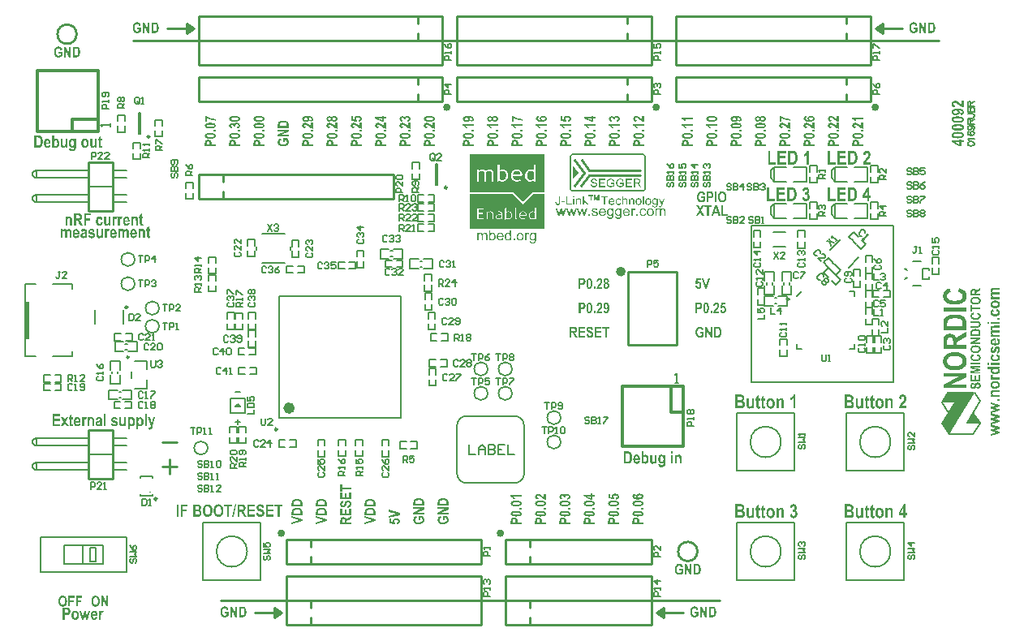
<source format=gto>
%FSLAX24Y24*%
%MOIN*%
G70*
G01*
G75*
G04 Layer_Color=65535*
%ADD10C,0.0060*%
%ADD11C,0.0150*%
%ADD12C,0.0138*%
%ADD13C,0.0138*%
%ADD14C,0.0080*%
%ADD15C,0.0080*%
%ADD16C,0.0150*%
%ADD17R,0.0354X0.0138*%
%ADD18R,0.0400X0.0300*%
%ADD19C,0.0394*%
%ADD20R,0.0472X0.0512*%
%ADD21R,0.0315X0.0295*%
%ADD22R,0.0228X0.0197*%
%ADD23R,0.0256X0.0335*%
%ADD24R,0.0551X0.0630*%
%ADD25R,0.0610X0.0748*%
%ADD26R,0.0532X0.0157*%
%ADD27R,0.0394X0.0335*%
%ADD28R,0.0236X0.0335*%
%ADD29R,0.0276X0.0118*%
%ADD30R,0.0472X0.0433*%
%ADD31O,0.0650X0.0118*%
%ADD32O,0.0118X0.0650*%
%ADD33O,0.0256X0.0079*%
%ADD34O,0.0079X0.0256*%
%ADD35R,0.1850X0.1850*%
G04:AMPARAMS|DCode=36|XSize=47.2mil|YSize=43.3mil|CornerRadius=0mil|HoleSize=0mil|Usage=FLASHONLY|Rotation=225.000|XOffset=0mil|YOffset=0mil|HoleType=Round|Shape=Rectangle|*
%AMROTATEDRECTD36*
4,1,4,0.0014,0.0320,0.0320,0.0014,-0.0014,-0.0320,-0.0320,-0.0014,0.0014,0.0320,0.0*
%
%ADD36ROTATEDRECTD36*%

%ADD37R,0.0295X0.0315*%
%ADD38R,0.0197X0.0256*%
%ADD39R,0.0315X0.0295*%
%ADD40R,0.1500X0.0500*%
%ADD41R,0.0402X0.0862*%
%ADD42R,0.1083X0.0551*%
%ADD43R,0.0394X0.0709*%
%ADD44C,0.0079*%
%ADD45R,0.0197X0.0236*%
%ADD46R,0.0472X0.0984*%
%ADD47R,0.0945X0.0299*%
%ADD48C,0.0310*%
%ADD49R,0.1252X0.0500*%
%ADD50R,0.0236X0.0217*%
%ADD51R,0.0217X0.0236*%
G04:AMPARAMS|DCode=52|XSize=19.7mil|YSize=23.6mil|CornerRadius=0mil|HoleSize=0mil|Usage=FLASHONLY|Rotation=45.000|XOffset=0mil|YOffset=0mil|HoleType=Round|Shape=Rectangle|*
%AMROTATEDRECTD52*
4,1,4,0.0014,-0.0153,-0.0153,0.0014,-0.0014,0.0153,0.0153,-0.0014,0.0014,-0.0153,0.0*
%
%ADD52ROTATEDRECTD52*%

%ADD53R,0.0236X0.0197*%
%ADD54R,0.0299X0.0945*%
%ADD55C,0.0100*%
%ADD56C,0.0300*%
%ADD57C,0.0250*%
%ADD58C,0.0200*%
%ADD59C,0.0090*%
%ADD60C,0.0500*%
%ADD61C,0.0450*%
%ADD62R,0.0500X0.0300*%
%ADD63C,0.0591*%
%ADD64O,0.0630X0.0354*%
%ADD65C,0.0390*%
%ADD66C,0.0701*%
%ADD67R,0.0591X0.0591*%
%ADD68C,0.1260*%
%ADD69C,0.0260*%
%ADD70C,0.0240*%
%ADD71R,0.2000X0.2000*%
%ADD72R,0.0874X0.0402*%
%ADD73C,0.0098*%
%ADD74C,0.0059*%
%ADD75C,0.0236*%
%ADD76C,0.0079*%
%ADD77C,0.0050*%
%ADD78C,0.0060*%
%ADD79C,0.0118*%
%ADD80C,0.0110*%
%ADD81C,0.0003*%
%ADD82R,0.0197X0.1575*%
G36*
X38340Y8739D02*
X38338D01*
X38335Y8740D01*
X38331Y8740D01*
X38327D01*
X38322Y8742D01*
X38316Y8742D01*
X38309Y8744D01*
X38295Y8747D01*
X38279Y8752D01*
X38262Y8758D01*
X38245Y8766D01*
X38244D01*
X38243Y8767D01*
X38240Y8768D01*
X38236Y8770D01*
X38232Y8773D01*
X38226Y8776D01*
X38220Y8780D01*
X38213Y8785D01*
X38204Y8791D01*
X38195Y8797D01*
X38185Y8804D01*
X38175Y8812D01*
X38164Y8822D01*
X38152Y8832D01*
X38138Y8842D01*
X38125Y8854D01*
X38124Y8855D01*
X38122Y8856D01*
X38120Y8859D01*
X38116Y8863D01*
X38110Y8867D01*
X38105Y8872D01*
X38093Y8882D01*
X38080Y8893D01*
X38066Y8903D01*
X38060Y8908D01*
X38054Y8912D01*
X38049Y8916D01*
X38045Y8918D01*
X38044D01*
X38044Y8919D01*
X38040Y8921D01*
X38034Y8924D01*
X38026Y8928D01*
X38016Y8930D01*
X38006Y8934D01*
X37995Y8936D01*
X37984Y8936D01*
X37978D01*
X37972Y8936D01*
X37965Y8934D01*
X37957Y8932D01*
X37949Y8930D01*
X37941Y8926D01*
X37934Y8921D01*
X37934Y8920D01*
X37932Y8918D01*
X37929Y8915D01*
X37926Y8911D01*
X37922Y8905D01*
X37920Y8898D01*
X37918Y8891D01*
X37917Y8882D01*
Y8882D01*
Y8880D01*
X37918Y8878D01*
X37918Y8874D01*
X37920Y8870D01*
X37921Y8866D01*
X37924Y8861D01*
X37927Y8856D01*
X37931Y8851D01*
X37936Y8846D01*
X37942Y8841D01*
X37950Y8837D01*
X37959Y8833D01*
X37969Y8830D01*
X37981Y8828D01*
X37995Y8826D01*
X37985Y8748D01*
X37984D01*
X37982Y8749D01*
X37978D01*
X37972Y8750D01*
X37966Y8751D01*
X37959Y8752D01*
X37951Y8754D01*
X37942Y8756D01*
X37924Y8762D01*
X37906Y8769D01*
X37888Y8778D01*
X37881Y8784D01*
X37874Y8790D01*
X37873Y8791D01*
X37872Y8792D01*
X37870Y8794D01*
X37868Y8797D01*
X37865Y8800D01*
X37862Y8804D01*
X37859Y8810D01*
X37856Y8816D01*
X37852Y8822D01*
X37849Y8829D01*
X37843Y8845D01*
X37839Y8864D01*
X37838Y8874D01*
X37838Y8884D01*
Y8885D01*
Y8887D01*
Y8890D01*
X37838Y8895D01*
X37839Y8900D01*
X37840Y8906D01*
X37843Y8921D01*
X37848Y8936D01*
X37851Y8944D01*
X37856Y8953D01*
X37860Y8960D01*
X37866Y8968D01*
X37872Y8975D01*
X37880Y8981D01*
X37880Y8982D01*
X37882Y8983D01*
X37884Y8985D01*
X37887Y8987D01*
X37891Y8989D01*
X37896Y8992D01*
X37901Y8995D01*
X37908Y8998D01*
X37922Y9004D01*
X37938Y9009D01*
X37956Y9013D01*
X37966Y9014D01*
X37976Y9015D01*
X37982D01*
X37988Y9014D01*
X37995Y9013D01*
X38004Y9013D01*
X38014Y9011D01*
X38025Y9009D01*
X38036Y9006D01*
X38037Y9005D01*
X38040Y9005D01*
X38046Y9003D01*
X38054Y8999D01*
X38062Y8996D01*
X38072Y8991D01*
X38083Y8986D01*
X38094Y8980D01*
X38095Y8979D01*
X38099Y8977D01*
X38105Y8973D01*
X38114Y8966D01*
X38125Y8958D01*
X38138Y8948D01*
X38152Y8936D01*
X38168Y8922D01*
X38169Y8922D01*
X38170Y8921D01*
X38172Y8919D01*
X38175Y8916D01*
X38182Y8910D01*
X38191Y8902D01*
X38201Y8894D01*
X38210Y8886D01*
X38218Y8879D01*
X38222Y8876D01*
X38225Y8874D01*
X38225Y8874D01*
X38227Y8873D01*
X38229Y8871D01*
X38233Y8868D01*
X38241Y8864D01*
X38251Y8858D01*
Y9015D01*
X38340D01*
Y8739D01*
D02*
G37*
G36*
X38113Y8697D02*
X38124Y8696D01*
X38137Y8696D01*
X38152Y8694D01*
X38167Y8692D01*
X38183Y8690D01*
X38199Y8687D01*
X38216Y8684D01*
X38232Y8680D01*
X38248Y8675D01*
X38263Y8669D01*
X38277Y8662D01*
X38289Y8655D01*
X38289Y8654D01*
X38291Y8653D01*
X38294Y8651D01*
X38298Y8648D01*
X38303Y8643D01*
X38307Y8638D01*
X38313Y8633D01*
X38319Y8626D01*
X38324Y8619D01*
X38329Y8611D01*
X38335Y8601D01*
X38339Y8592D01*
X38343Y8581D01*
X38346Y8571D01*
X38348Y8559D01*
X38349Y8547D01*
Y8546D01*
Y8545D01*
Y8542D01*
X38348Y8539D01*
Y8535D01*
X38347Y8530D01*
X38345Y8519D01*
X38341Y8507D01*
X38336Y8495D01*
X38328Y8481D01*
X38323Y8475D01*
X38318Y8469D01*
X38317D01*
X38317Y8468D01*
X38315Y8467D01*
X38312Y8465D01*
X38309Y8462D01*
X38305Y8459D01*
X38300Y8457D01*
X38295Y8453D01*
X38289Y8450D01*
X38281Y8447D01*
X38273Y8444D01*
X38265Y8441D01*
X38256Y8438D01*
X38246Y8435D01*
X38235Y8433D01*
X38223Y8431D01*
X38213Y8507D01*
X38216D01*
X38219Y8508D01*
X38222Y8509D01*
X38231Y8511D01*
X38241Y8515D01*
X38251Y8521D01*
X38261Y8528D01*
X38264Y8533D01*
X38267Y8539D01*
X38269Y8545D01*
X38269Y8551D01*
Y8553D01*
X38269Y8556D01*
X38268Y8561D01*
X38266Y8567D01*
X38263Y8573D01*
X38258Y8581D01*
X38251Y8588D01*
X38242Y8595D01*
X38241D01*
X38241Y8595D01*
X38239Y8596D01*
X38236Y8597D01*
X38233Y8599D01*
X38229Y8601D01*
X38223Y8602D01*
X38217Y8604D01*
X38210Y8606D01*
X38202Y8608D01*
X38193Y8609D01*
X38183Y8611D01*
X38171Y8613D01*
X38158Y8615D01*
X38144Y8616D01*
X38129Y8617D01*
X38130Y8616D01*
X38132Y8614D01*
X38136Y8611D01*
X38141Y8607D01*
X38146Y8602D01*
X38152Y8597D01*
X38156Y8590D01*
X38161Y8583D01*
X38162Y8583D01*
X38162Y8580D01*
X38164Y8576D01*
X38166Y8571D01*
X38168Y8565D01*
X38170Y8558D01*
X38170Y8550D01*
X38171Y8542D01*
Y8541D01*
Y8540D01*
Y8537D01*
X38170Y8534D01*
X38170Y8530D01*
X38168Y8525D01*
X38166Y8514D01*
X38160Y8501D01*
X38156Y8495D01*
X38152Y8487D01*
X38147Y8481D01*
X38141Y8473D01*
X38134Y8466D01*
X38126Y8459D01*
X38126Y8459D01*
X38124Y8458D01*
X38122Y8456D01*
X38118Y8454D01*
X38114Y8451D01*
X38108Y8448D01*
X38102Y8445D01*
X38095Y8441D01*
X38086Y8438D01*
X38078Y8435D01*
X38068Y8432D01*
X38058Y8429D01*
X38046Y8427D01*
X38034Y8425D01*
X38021Y8424D01*
X38008Y8423D01*
X38000D01*
X37994Y8424D01*
X37988Y8425D01*
X37980Y8425D01*
X37972Y8427D01*
X37962Y8428D01*
X37943Y8433D01*
X37922Y8439D01*
X37912Y8443D01*
X37902Y8449D01*
X37892Y8454D01*
X37884Y8461D01*
X37883Y8461D01*
X37882Y8463D01*
X37880Y8465D01*
X37876Y8467D01*
X37873Y8471D01*
X37869Y8475D01*
X37865Y8481D01*
X37860Y8487D01*
X37852Y8501D01*
X37845Y8517D01*
X37842Y8525D01*
X37840Y8535D01*
X37838Y8545D01*
X37838Y8555D01*
Y8555D01*
Y8557D01*
X37838Y8561D01*
Y8565D01*
X37840Y8570D01*
X37841Y8577D01*
X37843Y8583D01*
X37845Y8591D01*
X37848Y8599D01*
X37852Y8607D01*
X37857Y8615D01*
X37862Y8624D01*
X37869Y8633D01*
X37877Y8641D01*
X37886Y8649D01*
X37896Y8657D01*
X37897Y8658D01*
X37899Y8659D01*
X37902Y8661D01*
X37908Y8664D01*
X37914Y8666D01*
X37922Y8670D01*
X37932Y8674D01*
X37942Y8678D01*
X37955Y8681D01*
X37970Y8685D01*
X37986Y8688D01*
X38003Y8692D01*
X38022Y8694D01*
X38043Y8696D01*
X38066Y8697D01*
X38090Y8698D01*
X38104D01*
X38113Y8697D01*
D02*
G37*
G36*
X23877Y-8107D02*
X23881Y-8107D01*
X23892Y-8108D01*
X23905Y-8111D01*
X23918Y-8114D01*
X23931Y-8118D01*
X23944Y-8124D01*
X23945D01*
X23945Y-8125D01*
X23947Y-8126D01*
X23949Y-8128D01*
X23955Y-8131D01*
X23962Y-8136D01*
X23969Y-8143D01*
X23977Y-8151D01*
X23983Y-8159D01*
X23989Y-8169D01*
Y-8170D01*
X23990Y-8170D01*
X23990Y-8172D01*
X23991Y-8174D01*
X23992Y-8177D01*
X23993Y-8181D01*
X23994Y-8185D01*
X23996Y-8191D01*
X23997Y-8196D01*
X23998Y-8203D01*
X23999Y-8211D01*
X24000Y-8219D01*
X24001Y-8229D01*
X24001Y-8239D01*
X24002Y-8250D01*
Y-8262D01*
Y-8309D01*
X24168D01*
Y-8381D01*
X23729D01*
Y-8265D01*
Y-8265D01*
Y-8262D01*
Y-8259D01*
Y-8255D01*
Y-8249D01*
X23730Y-8244D01*
Y-8230D01*
X23731Y-8216D01*
X23732Y-8202D01*
X23733Y-8195D01*
X23733Y-8189D01*
X23734Y-8184D01*
X23736Y-8180D01*
Y-8180D01*
X23736Y-8179D01*
X23737Y-8177D01*
X23738Y-8175D01*
X23741Y-8169D01*
X23745Y-8161D01*
X23751Y-8153D01*
X23758Y-8144D01*
X23768Y-8135D01*
X23779Y-8127D01*
X23780D01*
X23781Y-8126D01*
X23783Y-8125D01*
X23785Y-8124D01*
X23789Y-8122D01*
X23792Y-8121D01*
X23797Y-8118D01*
X23802Y-8117D01*
X23808Y-8115D01*
X23814Y-8112D01*
X23829Y-8110D01*
X23846Y-8107D01*
X23864Y-8106D01*
X23873D01*
X23877Y-8107D01*
D02*
G37*
G36*
X3944Y4260D02*
X3949Y4260D01*
X3955Y4258D01*
X3963Y4257D01*
X3970Y4255D01*
X3978Y4252D01*
X3986Y4250D01*
X3994Y4246D01*
X4003Y4241D01*
X4011Y4236D01*
X4019Y4229D01*
X4026Y4222D01*
X4033Y4214D01*
X4034Y4213D01*
X4035Y4211D01*
X4037Y4208D01*
X4040Y4204D01*
X4043Y4198D01*
X4047Y4191D01*
X4051Y4183D01*
X4055Y4174D01*
X4058Y4163D01*
X4062Y4151D01*
X4065Y4138D01*
X4069Y4124D01*
X4071Y4108D01*
X4073Y4092D01*
X4075Y4074D01*
X4075Y4054D01*
Y4044D01*
X3878D01*
Y4043D01*
Y4042D01*
Y4040D01*
X3879Y4037D01*
X3880Y4029D01*
X3881Y4019D01*
X3884Y4009D01*
X3887Y3997D01*
X3892Y3987D01*
X3898Y3977D01*
X3898Y3976D01*
X3901Y3973D01*
X3905Y3969D01*
X3910Y3965D01*
X3917Y3961D01*
X3924Y3957D01*
X3933Y3955D01*
X3942Y3953D01*
X3944D01*
X3945Y3954D01*
X3948D01*
X3955Y3956D01*
X3963Y3960D01*
X3967Y3963D01*
X3971Y3966D01*
X3975Y3970D01*
X3980Y3975D01*
X3983Y3981D01*
X3987Y3988D01*
X3991Y3996D01*
X3993Y4005D01*
X4071Y3989D01*
Y3989D01*
X4071Y3987D01*
X4069Y3984D01*
X4069Y3980D01*
X4067Y3976D01*
X4065Y3971D01*
X4059Y3959D01*
X4052Y3945D01*
X4044Y3931D01*
X4034Y3919D01*
X4028Y3913D01*
X4022Y3907D01*
X4021D01*
X4021Y3906D01*
X4019Y3905D01*
X4016Y3903D01*
X4013Y3901D01*
X4009Y3899D01*
X3999Y3895D01*
X3988Y3889D01*
X3974Y3885D01*
X3959Y3883D01*
X3941Y3881D01*
X3935D01*
X3931Y3882D01*
X3925Y3883D01*
X3919Y3884D01*
X3912Y3885D01*
X3904Y3887D01*
X3888Y3892D01*
X3879Y3895D01*
X3871Y3900D01*
X3862Y3905D01*
X3854Y3911D01*
X3847Y3917D01*
X3840Y3925D01*
X3839Y3926D01*
X3838Y3928D01*
X3836Y3931D01*
X3833Y3935D01*
X3830Y3940D01*
X3826Y3947D01*
X3822Y3954D01*
X3819Y3963D01*
X3815Y3972D01*
X3811Y3983D01*
X3808Y3995D01*
X3804Y4007D01*
X3802Y4021D01*
X3800Y4036D01*
X3798Y4052D01*
X3798Y4068D01*
Y4070D01*
Y4072D01*
Y4077D01*
X3798Y4084D01*
X3799Y4091D01*
X3800Y4100D01*
X3801Y4110D01*
X3803Y4121D01*
X3808Y4144D01*
X3812Y4156D01*
X3816Y4168D01*
X3820Y4180D01*
X3826Y4192D01*
X3833Y4204D01*
X3840Y4214D01*
X3841Y4215D01*
X3842Y4216D01*
X3844Y4218D01*
X3847Y4222D01*
X3850Y4225D01*
X3855Y4229D01*
X3860Y4234D01*
X3866Y4238D01*
X3872Y4242D01*
X3879Y4246D01*
X3895Y4254D01*
X3904Y4257D01*
X3913Y4259D01*
X3923Y4260D01*
X3933Y4261D01*
X3939D01*
X3944Y4260D01*
D02*
G37*
G36*
X2478Y4306D02*
X2279D01*
Y4188D01*
X2451D01*
Y4103D01*
X2279D01*
Y3890D01*
X2197D01*
Y4391D01*
X2478D01*
Y4306D01*
D02*
G37*
G36*
X1973Y4390D02*
X1979D01*
X1993Y4389D01*
X2009Y4387D01*
X2025Y4385D01*
X2040Y4382D01*
X2046Y4380D01*
X2052Y4377D01*
X2053D01*
X2053Y4376D01*
X2057Y4374D01*
X2062Y4371D01*
X2069Y4366D01*
X2076Y4360D01*
X2084Y4352D01*
X2092Y4342D01*
X2099Y4330D01*
Y4330D01*
X2100Y4329D01*
X2101Y4327D01*
X2102Y4324D01*
X2105Y4318D01*
X2109Y4308D01*
X2112Y4296D01*
X2115Y4282D01*
X2117Y4267D01*
X2118Y4250D01*
Y4250D01*
Y4248D01*
Y4245D01*
X2117Y4240D01*
Y4236D01*
X2117Y4230D01*
X2115Y4216D01*
X2111Y4202D01*
X2106Y4186D01*
X2099Y4170D01*
X2095Y4163D01*
X2089Y4156D01*
Y4155D01*
X2088Y4154D01*
X2084Y4150D01*
X2078Y4144D01*
X2069Y4136D01*
X2057Y4129D01*
X2044Y4122D01*
X2028Y4115D01*
X2009Y4110D01*
X2011Y4110D01*
X2014Y4107D01*
X2019Y4103D01*
X2025Y4098D01*
X2032Y4092D01*
X2039Y4085D01*
X2047Y4077D01*
X2053Y4068D01*
X2054Y4067D01*
X2057Y4064D01*
X2061Y4058D01*
X2063Y4054D01*
X2066Y4050D01*
X2069Y4045D01*
X2073Y4039D01*
X2077Y4032D01*
X2081Y4025D01*
X2085Y4017D01*
X2090Y4008D01*
X2095Y3998D01*
X2101Y3987D01*
X2151Y3890D01*
X2051D01*
X1991Y3999D01*
X1991Y3999D01*
X1990Y4001D01*
X1988Y4004D01*
X1986Y4008D01*
X1983Y4013D01*
X1981Y4018D01*
X1974Y4030D01*
X1967Y4043D01*
X1959Y4054D01*
X1956Y4060D01*
X1953Y4065D01*
X1950Y4069D01*
X1947Y4072D01*
X1947Y4073D01*
X1945Y4075D01*
X1943Y4078D01*
X1940Y4081D01*
X1932Y4088D01*
X1928Y4090D01*
X1923Y4093D01*
X1922D01*
X1920Y4094D01*
X1918Y4095D01*
X1913Y4096D01*
X1908Y4097D01*
X1900Y4098D01*
X1892Y4099D01*
X1865D01*
Y3890D01*
X1782D01*
Y4391D01*
X1967D01*
X1973Y4390D01*
D02*
G37*
G36*
X4572Y4252D02*
X4625D01*
Y4176D01*
X4572D01*
Y4029D01*
Y4029D01*
Y4027D01*
Y4025D01*
Y4022D01*
Y4014D01*
Y4005D01*
X4572Y3995D01*
Y3986D01*
X4573Y3982D01*
Y3979D01*
X4574Y3976D01*
Y3974D01*
Y3973D01*
X4574Y3972D01*
X4576Y3970D01*
X4578Y3967D01*
X4580Y3965D01*
X4584Y3963D01*
X4588Y3961D01*
X4593Y3961D01*
X4595D01*
X4598Y3961D01*
X4601Y3962D01*
X4606Y3963D01*
X4611Y3965D01*
X4617Y3967D01*
X4625Y3969D01*
X4632Y3895D01*
X4631Y3895D01*
X4627Y3893D01*
X4621Y3891D01*
X4614Y3889D01*
X4605Y3886D01*
X4594Y3883D01*
X4583Y3882D01*
X4570Y3881D01*
X4565D01*
X4560Y3882D01*
X4553Y3883D01*
X4545Y3885D01*
X4537Y3887D01*
X4529Y3891D01*
X4522Y3895D01*
X4521Y3896D01*
X4519Y3898D01*
X4516Y3901D01*
X4512Y3906D01*
X4508Y3912D01*
X4504Y3919D01*
X4500Y3927D01*
X4498Y3937D01*
Y3937D01*
X4497Y3941D01*
X4496Y3946D01*
X4496Y3950D01*
Y3954D01*
X4495Y3959D01*
X4494Y3965D01*
Y3972D01*
X4494Y3979D01*
Y3987D01*
X4493Y3997D01*
Y4007D01*
Y4017D01*
Y4176D01*
X4457D01*
Y4252D01*
X4493D01*
Y4324D01*
X4572Y4380D01*
Y4252D01*
D02*
G37*
G36*
X38239Y7384D02*
X38340D01*
Y7308D01*
X38239D01*
Y7140D01*
X38156D01*
X37838Y7318D01*
Y7384D01*
X38155D01*
Y7435D01*
X38239D01*
Y7384D01*
D02*
G37*
G36*
X38161Y1312D02*
X38170Y1309D01*
X38181Y1305D01*
X38193Y1302D01*
X38208Y1297D01*
X38225Y1292D01*
X38242Y1284D01*
X38280Y1268D01*
X38318Y1248D01*
X38336Y1235D01*
X38353Y1223D01*
X38370Y1209D01*
X38385Y1194D01*
X38386Y1193D01*
X38387Y1190D01*
X38391Y1185D01*
X38396Y1179D01*
X38401Y1172D01*
X38407Y1162D01*
X38415Y1152D01*
X38421Y1139D01*
X38427Y1124D01*
X38435Y1109D01*
X38441Y1093D01*
X38446Y1075D01*
X38451Y1057D01*
X38453Y1037D01*
X38456Y1015D01*
X38457Y993D01*
Y992D01*
Y987D01*
X38456Y978D01*
Y968D01*
X38453Y955D01*
X38451Y940D01*
X38447Y924D01*
X38442Y907D01*
X38437Y887D01*
X38430Y868D01*
X38420Y847D01*
X38408Y827D01*
X38396Y807D01*
X38380Y787D01*
X38362Y768D01*
X38342Y749D01*
X38341Y748D01*
X38336Y744D01*
X38328Y739D01*
X38317Y733D01*
X38303Y724D01*
X38287Y715D01*
X38268Y705D01*
X38246Y695D01*
X38222Y685D01*
X38195Y675D01*
X38165Y667D01*
X38132Y658D01*
X38097Y652D01*
X38061Y647D01*
X38021Y643D01*
X37980Y642D01*
X37970D01*
X37957Y643D01*
X37940D01*
X37920Y645D01*
X37896Y648D01*
X37871Y650D01*
X37842Y655D01*
X37813Y660D01*
X37782Y668D01*
X37751Y677D01*
X37720Y687D01*
X37688Y699D01*
X37658Y714D01*
X37630Y730D01*
X37603Y749D01*
X37602Y750D01*
X37598Y754D01*
X37592Y759D01*
X37585Y767D01*
X37576Y777D01*
X37566Y788D01*
X37555Y802D01*
X37543Y817D01*
X37533Y834D01*
X37522Y853D01*
X37512Y874D01*
X37503Y897D01*
X37496Y920D01*
X37490Y947D01*
X37486Y974D01*
X37485Y1003D01*
Y1004D01*
Y1009D01*
Y1015D01*
X37486Y1024D01*
X37487Y1035D01*
X37490Y1049D01*
X37492Y1063D01*
X37496Y1079D01*
X37501Y1095D01*
X37506Y1113D01*
X37513Y1132D01*
X37522Y1149D01*
X37532Y1168D01*
X37545Y1185D01*
X37557Y1204D01*
X37573Y1220D01*
X37575Y1222D01*
X37576Y1223D01*
X37580Y1227D01*
X37585Y1230D01*
X37592Y1235D01*
X37600Y1242D01*
X37610Y1248D01*
X37621Y1255D01*
X37633Y1262D01*
X37647Y1269D01*
X37662Y1277D01*
X37678Y1285D01*
X37697Y1292D01*
X37716Y1299D01*
X37737Y1305D01*
X37760Y1312D01*
X37805Y1158D01*
X37803D01*
X37801Y1157D01*
X37797D01*
X37792Y1155D01*
X37778Y1150D01*
X37762Y1145D01*
X37743Y1137D01*
X37723Y1127D01*
X37705Y1113D01*
X37688Y1098D01*
X37687Y1095D01*
X37682Y1090D01*
X37676Y1080D01*
X37667Y1069D01*
X37660Y1053D01*
X37653Y1035D01*
X37648Y1015D01*
X37647Y994D01*
Y993D01*
Y990D01*
Y985D01*
X37648Y980D01*
X37650Y973D01*
X37651Y964D01*
X37656Y945D01*
X37666Y923D01*
X37671Y912D01*
X37678Y900D01*
X37687Y888D01*
X37697Y877D01*
X37708Y865D01*
X37722Y855D01*
X37723D01*
X37726Y853D01*
X37730Y850D01*
X37736Y847D01*
X37745Y843D01*
X37755Y838D01*
X37766Y834D01*
X37781Y829D01*
X37796Y824D01*
X37815Y819D01*
X37835Y814D01*
X37857Y810D01*
X37881Y807D01*
X37907Y804D01*
X37936Y803D01*
X37967Y802D01*
X37983D01*
X37996Y803D01*
X38011D01*
X38027Y804D01*
X38046Y807D01*
X38065Y808D01*
X38107Y814D01*
X38148Y824D01*
X38168Y830D01*
X38187Y837D01*
X38205Y845D01*
X38220Y854D01*
X38221Y855D01*
X38223Y857D01*
X38227Y859D01*
X38231Y864D01*
X38243Y875D01*
X38257Y890D01*
X38271Y910D01*
X38283Y934D01*
X38287Y947D01*
X38291Y960D01*
X38293Y975D01*
X38295Y990D01*
Y992D01*
Y993D01*
X38293Y1000D01*
X38292Y1012D01*
X38288Y1027D01*
X38283Y1043D01*
X38275Y1062D01*
X38263Y1079D01*
X38247Y1097D01*
X38245Y1099D01*
X38238Y1104D01*
X38227Y1112D01*
X38211Y1122D01*
X38190Y1133D01*
X38177Y1138D01*
X38163Y1143D01*
X38148Y1148D01*
X38132Y1153D01*
X38115Y1158D01*
X38096Y1162D01*
X38155Y1313D01*
X38156D01*
X38161Y1312D01*
D02*
G37*
G36*
X38441Y365D02*
X37501D01*
Y520D01*
X38441D01*
Y365D01*
D02*
G37*
G36*
X38117Y7738D02*
X38128Y7737D01*
X38142Y7737D01*
X38156Y7735D01*
X38172Y7734D01*
X38204Y7729D01*
X38221Y7727D01*
X38237Y7723D01*
X38253Y7719D01*
X38267Y7714D01*
X38281Y7708D01*
X38292Y7701D01*
X38293Y7701D01*
X38295Y7699D01*
X38297Y7697D01*
X38301Y7695D01*
X38305Y7691D01*
X38310Y7687D01*
X38315Y7681D01*
X38320Y7675D01*
X38325Y7669D01*
X38331Y7662D01*
X38340Y7645D01*
X38343Y7636D01*
X38346Y7627D01*
X38348Y7616D01*
X38349Y7606D01*
Y7605D01*
Y7603D01*
X38348Y7600D01*
Y7596D01*
X38347Y7590D01*
X38346Y7585D01*
X38344Y7578D01*
X38341Y7571D01*
X38339Y7564D01*
X38335Y7556D01*
X38331Y7548D01*
X38325Y7540D01*
X38319Y7532D01*
X38311Y7524D01*
X38303Y7516D01*
X38293Y7509D01*
X38292Y7508D01*
X38290Y7508D01*
X38287Y7506D01*
X38281Y7503D01*
X38275Y7500D01*
X38267Y7498D01*
X38257Y7494D01*
X38247Y7491D01*
X38233Y7487D01*
X38219Y7484D01*
X38203Y7481D01*
X38185Y7478D01*
X38164Y7476D01*
X38143Y7474D01*
X38119Y7473D01*
X38093Y7472D01*
X38080D01*
X38070Y7473D01*
X38058Y7474D01*
X38045Y7474D01*
X38031Y7476D01*
X38015Y7477D01*
X37982Y7481D01*
X37950Y7488D01*
X37934Y7492D01*
X37920Y7497D01*
X37906Y7502D01*
X37895Y7509D01*
X37894Y7510D01*
X37892Y7511D01*
X37890Y7513D01*
X37886Y7516D01*
X37882Y7520D01*
X37877Y7524D01*
X37872Y7529D01*
X37866Y7535D01*
X37861Y7542D01*
X37856Y7548D01*
X37851Y7556D01*
X37846Y7565D01*
X37843Y7574D01*
X37840Y7584D01*
X37838Y7594D01*
X37838Y7605D01*
Y7606D01*
Y7608D01*
X37838Y7611D01*
Y7615D01*
X37840Y7620D01*
X37841Y7626D01*
X37843Y7632D01*
X37845Y7639D01*
X37848Y7647D01*
X37852Y7655D01*
X37856Y7663D01*
X37862Y7671D01*
X37868Y7679D01*
X37876Y7687D01*
X37885Y7694D01*
X37895Y7701D01*
X37896Y7702D01*
X37898Y7703D01*
X37901Y7705D01*
X37906Y7707D01*
X37912Y7710D01*
X37920Y7713D01*
X37930Y7717D01*
X37941Y7720D01*
X37954Y7723D01*
X37968Y7727D01*
X37984Y7730D01*
X38003Y7733D01*
X38022Y7735D01*
X38044Y7737D01*
X38068Y7738D01*
X38094Y7739D01*
X38107D01*
X38117Y7738D01*
D02*
G37*
G36*
Y8376D02*
X38128Y8375D01*
X38142Y8375D01*
X38156Y8373D01*
X38172Y8372D01*
X38204Y8367D01*
X38221Y8365D01*
X38237Y8361D01*
X38253Y8357D01*
X38267Y8352D01*
X38281Y8346D01*
X38292Y8339D01*
X38293Y8339D01*
X38295Y8337D01*
X38297Y8335D01*
X38301Y8333D01*
X38305Y8329D01*
X38310Y8325D01*
X38315Y8319D01*
X38320Y8313D01*
X38325Y8307D01*
X38331Y8300D01*
X38340Y8284D01*
X38343Y8274D01*
X38346Y8265D01*
X38348Y8254D01*
X38349Y8244D01*
Y8243D01*
Y8241D01*
X38348Y8238D01*
Y8234D01*
X38347Y8228D01*
X38346Y8223D01*
X38344Y8216D01*
X38341Y8209D01*
X38339Y8202D01*
X38335Y8194D01*
X38331Y8186D01*
X38325Y8178D01*
X38319Y8170D01*
X38311Y8162D01*
X38303Y8154D01*
X38293Y8147D01*
X38292Y8146D01*
X38290Y8146D01*
X38287Y8144D01*
X38281Y8141D01*
X38275Y8138D01*
X38267Y8136D01*
X38257Y8132D01*
X38247Y8129D01*
X38233Y8125D01*
X38219Y8122D01*
X38203Y8119D01*
X38185Y8116D01*
X38164Y8114D01*
X38143Y8112D01*
X38119Y8111D01*
X38093Y8110D01*
X38080D01*
X38070Y8111D01*
X38058Y8112D01*
X38045Y8112D01*
X38031Y8114D01*
X38015Y8115D01*
X37982Y8119D01*
X37950Y8126D01*
X37934Y8130D01*
X37920Y8135D01*
X37906Y8140D01*
X37895Y8147D01*
X37894Y8148D01*
X37892Y8149D01*
X37890Y8151D01*
X37886Y8154D01*
X37882Y8158D01*
X37877Y8162D01*
X37872Y8167D01*
X37866Y8173D01*
X37861Y8180D01*
X37856Y8186D01*
X37851Y8194D01*
X37846Y8203D01*
X37843Y8212D01*
X37840Y8222D01*
X37838Y8232D01*
X37838Y8243D01*
Y8244D01*
Y8246D01*
X37838Y8249D01*
Y8253D01*
X37840Y8258D01*
X37841Y8264D01*
X37843Y8270D01*
X37845Y8278D01*
X37848Y8285D01*
X37852Y8293D01*
X37856Y8301D01*
X37862Y8309D01*
X37868Y8317D01*
X37876Y8325D01*
X37885Y8332D01*
X37895Y8339D01*
X37896Y8340D01*
X37898Y8341D01*
X37901Y8343D01*
X37906Y8345D01*
X37912Y8348D01*
X37920Y8351D01*
X37930Y8355D01*
X37941Y8358D01*
X37954Y8361D01*
X37968Y8365D01*
X37984Y8368D01*
X38003Y8371D01*
X38022Y8373D01*
X38044Y8375D01*
X38068Y8376D01*
X38094Y8377D01*
X38107D01*
X38117Y8376D01*
D02*
G37*
G36*
Y8057D02*
X38128Y8056D01*
X38142Y8056D01*
X38156Y8054D01*
X38172Y8053D01*
X38204Y8048D01*
X38221Y8046D01*
X38237Y8042D01*
X38253Y8038D01*
X38267Y8033D01*
X38281Y8027D01*
X38292Y8020D01*
X38293Y8020D01*
X38295Y8018D01*
X38297Y8016D01*
X38301Y8014D01*
X38305Y8010D01*
X38310Y8006D01*
X38315Y8000D01*
X38320Y7994D01*
X38325Y7988D01*
X38331Y7981D01*
X38340Y7965D01*
X38343Y7955D01*
X38346Y7946D01*
X38348Y7935D01*
X38349Y7925D01*
Y7924D01*
Y7922D01*
X38348Y7919D01*
Y7915D01*
X38347Y7909D01*
X38346Y7904D01*
X38344Y7897D01*
X38341Y7890D01*
X38339Y7883D01*
X38335Y7875D01*
X38331Y7867D01*
X38325Y7859D01*
X38319Y7851D01*
X38311Y7843D01*
X38303Y7835D01*
X38293Y7828D01*
X38292Y7827D01*
X38290Y7827D01*
X38287Y7825D01*
X38281Y7822D01*
X38275Y7819D01*
X38267Y7817D01*
X38257Y7813D01*
X38247Y7810D01*
X38233Y7806D01*
X38219Y7803D01*
X38203Y7800D01*
X38185Y7797D01*
X38164Y7795D01*
X38143Y7793D01*
X38119Y7792D01*
X38093Y7791D01*
X38080D01*
X38070Y7792D01*
X38058Y7793D01*
X38045Y7793D01*
X38031Y7795D01*
X38015Y7796D01*
X37982Y7800D01*
X37950Y7807D01*
X37934Y7811D01*
X37920Y7816D01*
X37906Y7821D01*
X37895Y7828D01*
X37894Y7829D01*
X37892Y7830D01*
X37890Y7832D01*
X37886Y7835D01*
X37882Y7839D01*
X37877Y7843D01*
X37872Y7848D01*
X37866Y7854D01*
X37861Y7861D01*
X37856Y7867D01*
X37851Y7875D01*
X37846Y7884D01*
X37843Y7893D01*
X37840Y7903D01*
X37838Y7913D01*
X37838Y7924D01*
Y7925D01*
Y7927D01*
X37838Y7930D01*
Y7934D01*
X37840Y7939D01*
X37841Y7945D01*
X37843Y7951D01*
X37845Y7959D01*
X37848Y7966D01*
X37852Y7974D01*
X37856Y7982D01*
X37862Y7990D01*
X37868Y7998D01*
X37876Y8006D01*
X37885Y8013D01*
X37895Y8020D01*
X37896Y8021D01*
X37898Y8022D01*
X37901Y8024D01*
X37906Y8026D01*
X37912Y8029D01*
X37920Y8032D01*
X37930Y8036D01*
X37941Y8039D01*
X37954Y8042D01*
X37968Y8046D01*
X37984Y8049D01*
X38003Y8052D01*
X38022Y8054D01*
X38044Y8056D01*
X38068Y8057D01*
X38094Y8058D01*
X38107D01*
X38117Y8057D01*
D02*
G37*
G36*
X23972Y-7830D02*
X23982Y-7830D01*
X23994Y-7831D01*
X24007Y-7832D01*
X24020Y-7833D01*
X24049Y-7837D01*
X24063Y-7840D01*
X24078Y-7843D01*
X24091Y-7847D01*
X24104Y-7851D01*
X24116Y-7856D01*
X24126Y-7862D01*
X24126Y-7862D01*
X24128Y-7864D01*
X24130Y-7865D01*
X24133Y-7868D01*
X24137Y-7871D01*
X24141Y-7875D01*
X24146Y-7879D01*
X24150Y-7885D01*
X24155Y-7890D01*
X24159Y-7896D01*
X24168Y-7911D01*
X24170Y-7919D01*
X24173Y-7927D01*
X24174Y-7936D01*
X24175Y-7946D01*
Y-7946D01*
Y-7948D01*
X24174Y-7951D01*
Y-7954D01*
X24173Y-7959D01*
X24173Y-7964D01*
X24171Y-7970D01*
X24169Y-7976D01*
X24166Y-7982D01*
X24163Y-7989D01*
X24159Y-7996D01*
X24155Y-8003D01*
X24149Y-8010D01*
X24142Y-8017D01*
X24135Y-8024D01*
X24126Y-8030D01*
X24126Y-8031D01*
X24124Y-8031D01*
X24121Y-8033D01*
X24116Y-8036D01*
X24111Y-8038D01*
X24104Y-8040D01*
X24095Y-8043D01*
X24086Y-8046D01*
X24074Y-8050D01*
X24061Y-8052D01*
X24047Y-8055D01*
X24032Y-8057D01*
X24014Y-8059D01*
X23995Y-8061D01*
X23974Y-8062D01*
X23951Y-8062D01*
X23940D01*
X23931Y-8062D01*
X23921Y-8061D01*
X23909Y-8061D01*
X23897Y-8059D01*
X23883Y-8058D01*
X23854Y-8055D01*
X23826Y-8049D01*
X23812Y-8045D01*
X23800Y-8041D01*
X23788Y-8036D01*
X23778Y-8030D01*
X23777Y-8030D01*
X23776Y-8029D01*
X23773Y-8027D01*
X23770Y-8024D01*
X23766Y-8021D01*
X23762Y-8017D01*
X23758Y-8013D01*
X23753Y-8008D01*
X23748Y-8002D01*
X23744Y-7996D01*
X23740Y-7989D01*
X23736Y-7981D01*
X23733Y-7973D01*
X23730Y-7965D01*
X23729Y-7956D01*
X23728Y-7946D01*
Y-7946D01*
Y-7944D01*
X23729Y-7941D01*
Y-7938D01*
X23730Y-7933D01*
X23731Y-7928D01*
X23732Y-7922D01*
X23734Y-7916D01*
X23737Y-7910D01*
X23740Y-7903D01*
X23744Y-7896D01*
X23749Y-7889D01*
X23755Y-7882D01*
X23762Y-7875D01*
X23769Y-7868D01*
X23778Y-7862D01*
X23779Y-7861D01*
X23780Y-7861D01*
X23783Y-7859D01*
X23788Y-7857D01*
X23793Y-7854D01*
X23800Y-7851D01*
X23808Y-7848D01*
X23818Y-7845D01*
X23829Y-7843D01*
X23842Y-7840D01*
X23856Y-7837D01*
X23873Y-7834D01*
X23889Y-7832D01*
X23909Y-7830D01*
X23930Y-7830D01*
X23952Y-7829D01*
X23963D01*
X23972Y-7830D01*
D02*
G37*
G36*
X4238Y3750D02*
X4244Y3750D01*
X4250Y3748D01*
X4257Y3747D01*
X4264Y3745D01*
X4272Y3742D01*
X4280Y3740D01*
X4288Y3736D01*
X4297Y3731D01*
X4305Y3726D01*
X4313Y3719D01*
X4320Y3712D01*
X4328Y3704D01*
X4328Y3703D01*
X4330Y3701D01*
X4332Y3698D01*
X4334Y3694D01*
X4338Y3688D01*
X4341Y3681D01*
X4345Y3673D01*
X4349Y3664D01*
X4352Y3653D01*
X4356Y3641D01*
X4360Y3628D01*
X4363Y3614D01*
X4366Y3598D01*
X4368Y3582D01*
X4369Y3564D01*
X4370Y3544D01*
Y3534D01*
X4172D01*
Y3533D01*
Y3532D01*
Y3530D01*
X4173Y3527D01*
X4174Y3519D01*
X4175Y3509D01*
X4178Y3499D01*
X4181Y3487D01*
X4186Y3477D01*
X4192Y3467D01*
X4192Y3466D01*
X4195Y3463D01*
X4199Y3459D01*
X4204Y3455D01*
X4211Y3451D01*
X4218Y3447D01*
X4227Y3445D01*
X4236Y3443D01*
X4238D01*
X4240Y3444D01*
X4242D01*
X4249Y3446D01*
X4257Y3450D01*
X4261Y3453D01*
X4266Y3456D01*
X4270Y3460D01*
X4274Y3465D01*
X4278Y3471D01*
X4282Y3478D01*
X4285Y3486D01*
X4288Y3495D01*
X4366Y3479D01*
Y3479D01*
X4365Y3477D01*
X4364Y3474D01*
X4363Y3470D01*
X4361Y3466D01*
X4359Y3461D01*
X4354Y3449D01*
X4346Y3435D01*
X4338Y3421D01*
X4328Y3409D01*
X4322Y3403D01*
X4316Y3397D01*
X4316D01*
X4315Y3396D01*
X4313Y3395D01*
X4310Y3393D01*
X4307Y3391D01*
X4303Y3389D01*
X4294Y3385D01*
X4282Y3379D01*
X4268Y3375D01*
X4253Y3373D01*
X4236Y3371D01*
X4230D01*
X4225Y3372D01*
X4219Y3373D01*
X4213Y3374D01*
X4206Y3375D01*
X4198Y3377D01*
X4182Y3382D01*
X4173Y3385D01*
X4165Y3390D01*
X4156Y3395D01*
X4148Y3401D01*
X4141Y3407D01*
X4134Y3415D01*
X4133Y3416D01*
X4132Y3418D01*
X4130Y3421D01*
X4127Y3425D01*
X4124Y3430D01*
X4120Y3437D01*
X4116Y3444D01*
X4113Y3453D01*
X4109Y3462D01*
X4105Y3473D01*
X4102Y3485D01*
X4098Y3497D01*
X4096Y3511D01*
X4094Y3526D01*
X4092Y3542D01*
X4092Y3558D01*
Y3560D01*
Y3562D01*
Y3567D01*
X4092Y3574D01*
X4093Y3581D01*
X4094Y3590D01*
X4095Y3600D01*
X4097Y3611D01*
X4102Y3634D01*
X4106Y3646D01*
X4110Y3658D01*
X4114Y3670D01*
X4120Y3682D01*
X4127Y3694D01*
X4134Y3704D01*
X4135Y3705D01*
X4136Y3706D01*
X4138Y3708D01*
X4141Y3712D01*
X4144Y3715D01*
X4149Y3719D01*
X4154Y3724D01*
X4160Y3728D01*
X4166Y3732D01*
X4173Y3736D01*
X4189Y3744D01*
X4198Y3747D01*
X4207Y3749D01*
X4217Y3750D01*
X4228Y3751D01*
X4234D01*
X4238Y3750D01*
D02*
G37*
G36*
X3410D02*
X3415Y3750D01*
X3421Y3748D01*
X3428Y3747D01*
X3436Y3745D01*
X3444Y3742D01*
X3452Y3740D01*
X3460Y3736D01*
X3468Y3731D01*
X3476Y3726D01*
X3484Y3719D01*
X3492Y3712D01*
X3499Y3704D01*
X3500Y3703D01*
X3501Y3701D01*
X3503Y3698D01*
X3506Y3694D01*
X3509Y3688D01*
X3512Y3681D01*
X3516Y3673D01*
X3520Y3664D01*
X3524Y3653D01*
X3528Y3641D01*
X3531Y3628D01*
X3534Y3614D01*
X3537Y3598D01*
X3539Y3582D01*
X3540Y3564D01*
X3541Y3544D01*
Y3534D01*
X3344D01*
Y3533D01*
Y3532D01*
Y3530D01*
X3345Y3527D01*
X3345Y3519D01*
X3347Y3509D01*
X3349Y3499D01*
X3353Y3487D01*
X3357Y3477D01*
X3363Y3467D01*
X3364Y3466D01*
X3367Y3463D01*
X3371Y3459D01*
X3376Y3455D01*
X3383Y3451D01*
X3390Y3447D01*
X3399Y3445D01*
X3408Y3443D01*
X3410D01*
X3411Y3444D01*
X3414D01*
X3420Y3446D01*
X3428Y3450D01*
X3432Y3453D01*
X3437Y3456D01*
X3441Y3460D01*
X3446Y3465D01*
X3449Y3471D01*
X3453Y3478D01*
X3456Y3486D01*
X3459Y3495D01*
X3537Y3479D01*
Y3479D01*
X3536Y3477D01*
X3535Y3474D01*
X3534Y3470D01*
X3532Y3466D01*
X3530Y3461D01*
X3525Y3449D01*
X3518Y3435D01*
X3510Y3421D01*
X3500Y3409D01*
X3494Y3403D01*
X3488Y3397D01*
X3487D01*
X3486Y3396D01*
X3484Y3395D01*
X3482Y3393D01*
X3478Y3391D01*
X3474Y3389D01*
X3465Y3385D01*
X3454Y3379D01*
X3440Y3375D01*
X3424Y3373D01*
X3407Y3371D01*
X3401D01*
X3397Y3372D01*
X3391Y3373D01*
X3385Y3374D01*
X3377Y3375D01*
X3370Y3377D01*
X3353Y3382D01*
X3345Y3385D01*
X3337Y3390D01*
X3328Y3395D01*
X3320Y3401D01*
X3313Y3407D01*
X3305Y3415D01*
X3305Y3416D01*
X3303Y3418D01*
X3301Y3421D01*
X3299Y3425D01*
X3295Y3430D01*
X3292Y3437D01*
X3288Y3444D01*
X3285Y3453D01*
X3281Y3462D01*
X3277Y3473D01*
X3273Y3485D01*
X3270Y3497D01*
X3267Y3511D01*
X3265Y3526D01*
X3264Y3542D01*
X3263Y3558D01*
Y3560D01*
Y3562D01*
Y3567D01*
X3264Y3574D01*
X3265Y3581D01*
X3265Y3590D01*
X3267Y3600D01*
X3269Y3611D01*
X3274Y3634D01*
X3277Y3646D01*
X3281Y3658D01*
X3286Y3670D01*
X3292Y3682D01*
X3299Y3694D01*
X3306Y3704D01*
X3307Y3705D01*
X3308Y3706D01*
X3310Y3708D01*
X3313Y3712D01*
X3316Y3715D01*
X3321Y3719D01*
X3325Y3724D01*
X3331Y3728D01*
X3337Y3732D01*
X3345Y3736D01*
X3361Y3744D01*
X3369Y3747D01*
X3379Y3749D01*
X3389Y3750D01*
X3399Y3751D01*
X3405D01*
X3410Y3750D01*
D02*
G37*
G36*
X1879D02*
X1885Y3750D01*
X1891Y3748D01*
X1898Y3747D01*
X1905Y3745D01*
X1913Y3742D01*
X1921Y3740D01*
X1929Y3736D01*
X1938Y3731D01*
X1946Y3726D01*
X1954Y3719D01*
X1961Y3712D01*
X1969Y3704D01*
X1969Y3703D01*
X1971Y3701D01*
X1973Y3698D01*
X1975Y3694D01*
X1979Y3688D01*
X1982Y3681D01*
X1986Y3673D01*
X1990Y3664D01*
X1993Y3653D01*
X1997Y3641D01*
X2001Y3628D01*
X2004Y3614D01*
X2007Y3598D01*
X2009Y3582D01*
X2010Y3564D01*
X2011Y3544D01*
Y3534D01*
X1813D01*
Y3533D01*
Y3532D01*
Y3530D01*
X1814Y3527D01*
X1815Y3519D01*
X1816Y3509D01*
X1819Y3499D01*
X1822Y3487D01*
X1827Y3477D01*
X1833Y3467D01*
X1833Y3466D01*
X1836Y3463D01*
X1840Y3459D01*
X1845Y3455D01*
X1852Y3451D01*
X1859Y3447D01*
X1868Y3445D01*
X1877Y3443D01*
X1879D01*
X1881Y3444D01*
X1883D01*
X1890Y3446D01*
X1898Y3450D01*
X1902Y3453D01*
X1907Y3456D01*
X1911Y3460D01*
X1915Y3465D01*
X1919Y3471D01*
X1923Y3478D01*
X1926Y3486D01*
X1929Y3495D01*
X2007Y3479D01*
Y3479D01*
X2006Y3477D01*
X2005Y3474D01*
X2004Y3470D01*
X2002Y3466D01*
X2000Y3461D01*
X1995Y3449D01*
X1987Y3435D01*
X1979Y3421D01*
X1969Y3409D01*
X1963Y3403D01*
X1957Y3397D01*
X1957D01*
X1956Y3396D01*
X1954Y3395D01*
X1951Y3393D01*
X1948Y3391D01*
X1944Y3389D01*
X1935Y3385D01*
X1923Y3379D01*
X1909Y3375D01*
X1894Y3373D01*
X1877Y3371D01*
X1871D01*
X1866Y3372D01*
X1860Y3373D01*
X1854Y3374D01*
X1847Y3375D01*
X1839Y3377D01*
X1823Y3382D01*
X1814Y3385D01*
X1806Y3390D01*
X1797Y3395D01*
X1789Y3401D01*
X1782Y3407D01*
X1775Y3415D01*
X1774Y3416D01*
X1773Y3418D01*
X1771Y3421D01*
X1768Y3425D01*
X1765Y3430D01*
X1761Y3437D01*
X1757Y3444D01*
X1754Y3453D01*
X1750Y3462D01*
X1746Y3473D01*
X1743Y3485D01*
X1740Y3497D01*
X1737Y3511D01*
X1735Y3526D01*
X1734Y3542D01*
X1733Y3558D01*
Y3560D01*
Y3562D01*
Y3567D01*
X1734Y3574D01*
X1734Y3581D01*
X1735Y3590D01*
X1736Y3600D01*
X1738Y3611D01*
X1743Y3634D01*
X1747Y3646D01*
X1751Y3658D01*
X1755Y3670D01*
X1761Y3682D01*
X1768Y3694D01*
X1775Y3704D01*
X1776Y3705D01*
X1777Y3706D01*
X1779Y3708D01*
X1782Y3712D01*
X1785Y3715D01*
X1790Y3719D01*
X1795Y3724D01*
X1801Y3728D01*
X1807Y3732D01*
X1814Y3736D01*
X1830Y3744D01*
X1839Y3747D01*
X1848Y3749D01*
X1858Y3750D01*
X1869Y3751D01*
X1875D01*
X1879Y3750D01*
D02*
G37*
G36*
X4866Y3742D02*
X4920D01*
Y3666D01*
X4866D01*
Y3519D01*
Y3519D01*
Y3517D01*
Y3515D01*
Y3512D01*
Y3504D01*
Y3495D01*
X4866Y3485D01*
Y3476D01*
X4867Y3472D01*
Y3469D01*
X4868Y3466D01*
Y3464D01*
Y3463D01*
X4868Y3462D01*
X4870Y3460D01*
X4872Y3457D01*
X4874Y3455D01*
X4878Y3453D01*
X4882Y3451D01*
X4888Y3451D01*
X4890D01*
X4892Y3451D01*
X4896Y3452D01*
X4900Y3453D01*
X4906Y3455D01*
X4912Y3457D01*
X4919Y3459D01*
X4926Y3385D01*
X4925Y3385D01*
X4922Y3383D01*
X4916Y3381D01*
X4908Y3379D01*
X4899Y3376D01*
X4888Y3373D01*
X4877Y3372D01*
X4864Y3371D01*
X4859D01*
X4854Y3372D01*
X4847Y3373D01*
X4839Y3375D01*
X4831Y3377D01*
X4823Y3381D01*
X4816Y3385D01*
X4815Y3386D01*
X4813Y3388D01*
X4810Y3391D01*
X4806Y3396D01*
X4802Y3402D01*
X4798Y3409D01*
X4794Y3417D01*
X4792Y3427D01*
Y3427D01*
X4791Y3431D01*
X4790Y3436D01*
X4790Y3440D01*
Y3444D01*
X4789Y3449D01*
X4788Y3455D01*
Y3462D01*
X4788Y3469D01*
Y3477D01*
X4787Y3487D01*
Y3497D01*
Y3507D01*
Y3666D01*
X4751D01*
Y3742D01*
X4787D01*
Y3814D01*
X4866Y3870D01*
Y3742D01*
D02*
G37*
G36*
X2982Y3380D02*
X2908D01*
Y3434D01*
X2908Y3433D01*
X2906Y3429D01*
X2902Y3423D01*
X2897Y3417D01*
X2890Y3409D01*
X2883Y3402D01*
X2874Y3394D01*
X2865Y3387D01*
X2864Y3387D01*
X2860Y3385D01*
X2855Y3382D01*
X2848Y3379D01*
X2840Y3377D01*
X2830Y3374D01*
X2820Y3372D01*
X2810Y3371D01*
X2804D01*
X2799Y3372D01*
X2792Y3373D01*
X2784Y3375D01*
X2774Y3378D01*
X2766Y3381D01*
X2756Y3387D01*
X2756Y3387D01*
X2752Y3389D01*
X2748Y3393D01*
X2744Y3398D01*
X2738Y3404D01*
X2733Y3411D01*
X2727Y3420D01*
X2723Y3430D01*
Y3431D01*
X2722Y3431D01*
X2721Y3435D01*
X2719Y3442D01*
X2717Y3451D01*
X2715Y3463D01*
X2713Y3477D01*
X2712Y3493D01*
X2711Y3513D01*
Y3742D01*
X2790D01*
Y3575D01*
Y3574D01*
Y3572D01*
Y3568D01*
Y3564D01*
Y3558D01*
Y3552D01*
X2790Y3537D01*
Y3522D01*
X2791Y3507D01*
X2792Y3500D01*
Y3494D01*
X2792Y3489D01*
X2793Y3485D01*
Y3484D01*
X2794Y3481D01*
X2795Y3478D01*
X2796Y3474D01*
X2798Y3469D01*
X2801Y3464D01*
X2804Y3459D01*
X2808Y3455D01*
X2809Y3454D01*
X2810Y3453D01*
X2813Y3451D01*
X2817Y3450D01*
X2821Y3448D01*
X2826Y3446D01*
X2832Y3445D01*
X2838Y3445D01*
X2842D01*
X2846Y3445D01*
X2850Y3447D01*
X2856Y3448D01*
X2862Y3450D01*
X2868Y3453D01*
X2875Y3458D01*
X2876Y3459D01*
X2878Y3461D01*
X2881Y3463D01*
X2884Y3468D01*
X2888Y3473D01*
X2892Y3479D01*
X2895Y3486D01*
X2898Y3493D01*
Y3495D01*
X2898Y3496D01*
Y3498D01*
X2899Y3501D01*
X2900Y3504D01*
Y3509D01*
X2900Y3513D01*
X2901Y3519D01*
X2902Y3527D01*
Y3534D01*
X2902Y3543D01*
Y3553D01*
X2903Y3564D01*
Y3576D01*
Y3589D01*
Y3742D01*
X2982D01*
Y3380D01*
D02*
G37*
G36*
X24972Y-7411D02*
X24982Y-7412D01*
X24994Y-7412D01*
X25007Y-7413D01*
X25020Y-7415D01*
X25049Y-7419D01*
X25063Y-7421D01*
X25078Y-7425D01*
X25091Y-7428D01*
X25104Y-7432D01*
X25116Y-7437D01*
X25126Y-7443D01*
X25126Y-7444D01*
X25128Y-7445D01*
X25130Y-7447D01*
X25133Y-7449D01*
X25137Y-7452D01*
X25141Y-7456D01*
X25146Y-7461D01*
X25150Y-7466D01*
X25155Y-7471D01*
X25159Y-7478D01*
X25168Y-7492D01*
X25170Y-7500D01*
X25173Y-7509D01*
X25175Y-7518D01*
X25175Y-7527D01*
Y-7528D01*
Y-7530D01*
X25175Y-7532D01*
Y-7536D01*
X25173Y-7541D01*
X25173Y-7545D01*
X25171Y-7551D01*
X25169Y-7557D01*
X25166Y-7564D01*
X25163Y-7571D01*
X25159Y-7578D01*
X25155Y-7585D01*
X25149Y-7592D01*
X25142Y-7599D01*
X25135Y-7605D01*
X25126Y-7612D01*
X25126Y-7612D01*
X25124Y-7613D01*
X25121Y-7615D01*
X25116Y-7617D01*
X25111Y-7619D01*
X25104Y-7622D01*
X25095Y-7625D01*
X25086Y-7627D01*
X25074Y-7631D01*
X25061Y-7634D01*
X25047Y-7636D01*
X25032Y-7639D01*
X25014Y-7641D01*
X24995Y-7643D01*
X24974Y-7643D01*
X24951Y-7644D01*
X24940D01*
X24931Y-7643D01*
X24921Y-7643D01*
X24909Y-7642D01*
X24897Y-7641D01*
X24883Y-7640D01*
X24854Y-7636D01*
X24826Y-7630D01*
X24812Y-7626D01*
X24800Y-7622D01*
X24788Y-7618D01*
X24778Y-7612D01*
X24777Y-7611D01*
X24776Y-7610D01*
X24773Y-7608D01*
X24770Y-7606D01*
X24766Y-7602D01*
X24762Y-7599D01*
X24758Y-7594D01*
X24753Y-7589D01*
X24748Y-7583D01*
X24744Y-7577D01*
X24740Y-7570D01*
X24736Y-7563D01*
X24733Y-7555D01*
X24730Y-7546D01*
X24729Y-7537D01*
X24728Y-7528D01*
Y-7527D01*
Y-7525D01*
X24729Y-7523D01*
Y-7519D01*
X24730Y-7514D01*
X24731Y-7510D01*
X24732Y-7504D01*
X24734Y-7497D01*
X24737Y-7491D01*
X24740Y-7484D01*
X24744Y-7477D01*
X24749Y-7470D01*
X24755Y-7463D01*
X24762Y-7456D01*
X24769Y-7450D01*
X24778Y-7443D01*
X24779Y-7443D01*
X24780Y-7442D01*
X24783Y-7440D01*
X24788Y-7438D01*
X24793Y-7436D01*
X24800Y-7433D01*
X24808Y-7430D01*
X24818Y-7427D01*
X24829Y-7424D01*
X24842Y-7421D01*
X24856Y-7418D01*
X24873Y-7416D01*
X24889Y-7413D01*
X24909Y-7412D01*
X24930Y-7411D01*
X24952Y-7411D01*
X24963D01*
X24972Y-7411D01*
D02*
G37*
G36*
X2203Y3750D02*
X2208D01*
X2218Y3749D01*
X2231Y3748D01*
X2244Y3745D01*
X2256Y3741D01*
X2266Y3736D01*
X2268Y3736D01*
X2271Y3734D01*
X2276Y3730D01*
X2281Y3726D01*
X2288Y3721D01*
X2294Y3714D01*
X2300Y3707D01*
X2304Y3698D01*
X2305Y3697D01*
X2306Y3694D01*
X2307Y3691D01*
X2308Y3688D01*
X2309Y3683D01*
X2310Y3678D01*
X2311Y3673D01*
X2312Y3666D01*
X2313Y3660D01*
X2314Y3652D01*
X2314Y3642D01*
X2315Y3633D01*
X2316Y3622D01*
Y3611D01*
X2314Y3499D01*
Y3499D01*
Y3497D01*
Y3495D01*
Y3491D01*
Y3487D01*
Y3483D01*
X2315Y3473D01*
Y3461D01*
X2316Y3449D01*
X2317Y3439D01*
X2318Y3429D01*
Y3427D01*
X2319Y3425D01*
X2320Y3420D01*
X2322Y3414D01*
X2324Y3407D01*
X2326Y3398D01*
X2329Y3389D01*
X2333Y3380D01*
X2255D01*
X2244Y3419D01*
X2244Y3418D01*
X2241Y3415D01*
X2237Y3411D01*
X2232Y3406D01*
X2225Y3400D01*
X2218Y3394D01*
X2210Y3389D01*
X2201Y3383D01*
X2200Y3383D01*
X2197Y3381D01*
X2192Y3379D01*
X2186Y3377D01*
X2179Y3375D01*
X2171Y3373D01*
X2162Y3372D01*
X2152Y3371D01*
X2148D01*
X2145Y3372D01*
X2142D01*
X2137Y3373D01*
X2127Y3375D01*
X2116Y3379D01*
X2104Y3384D01*
X2092Y3391D01*
X2086Y3395D01*
X2081Y3401D01*
Y3401D01*
X2080Y3402D01*
X2077Y3406D01*
X2072Y3413D01*
X2068Y3421D01*
X2063Y3433D01*
X2058Y3446D01*
X2055Y3461D01*
X2054Y3479D01*
Y3479D01*
Y3480D01*
Y3484D01*
X2055Y3489D01*
X2055Y3497D01*
X2057Y3505D01*
X2059Y3514D01*
X2061Y3523D01*
X2065Y3532D01*
X2065Y3533D01*
X2067Y3536D01*
X2069Y3540D01*
X2072Y3545D01*
X2077Y3551D01*
X2082Y3557D01*
X2089Y3563D01*
X2096Y3568D01*
X2097Y3569D01*
X2100Y3571D01*
X2105Y3574D01*
X2112Y3577D01*
X2122Y3580D01*
X2132Y3585D01*
X2146Y3589D01*
X2162Y3593D01*
X2162D01*
X2164Y3594D01*
X2167Y3594D01*
X2170Y3595D01*
X2175Y3596D01*
X2180Y3598D01*
X2192Y3601D01*
X2204Y3604D01*
X2217Y3608D01*
X2229Y3613D01*
X2234Y3615D01*
X2238Y3617D01*
Y3618D01*
Y3618D01*
Y3622D01*
Y3627D01*
X2238Y3633D01*
X2237Y3640D01*
X2236Y3646D01*
X2235Y3652D01*
X2234Y3656D01*
Y3656D01*
X2233Y3658D01*
X2230Y3662D01*
X2226Y3666D01*
X2222Y3669D01*
X2218Y3672D01*
X2218D01*
X2216Y3672D01*
X2214Y3674D01*
X2210Y3675D01*
X2206Y3676D01*
X2200Y3677D01*
X2194Y3678D01*
X2183D01*
X2179Y3677D01*
X2174Y3676D01*
X2169Y3675D01*
X2163Y3674D01*
X2158Y3671D01*
X2153Y3668D01*
X2152Y3667D01*
X2151Y3666D01*
X2149Y3664D01*
X2146Y3660D01*
X2143Y3655D01*
X2140Y3649D01*
X2136Y3642D01*
X2134Y3632D01*
X2063Y3648D01*
Y3648D01*
X2063Y3650D01*
X2064Y3653D01*
X2065Y3656D01*
X2067Y3661D01*
X2068Y3666D01*
X2072Y3678D01*
X2078Y3691D01*
X2086Y3704D01*
X2094Y3716D01*
X2099Y3722D01*
X2104Y3726D01*
X2105D01*
X2106Y3728D01*
X2108Y3728D01*
X2110Y3730D01*
X2113Y3732D01*
X2117Y3734D01*
X2121Y3736D01*
X2126Y3739D01*
X2138Y3743D01*
X2153Y3747D01*
X2170Y3750D01*
X2190Y3751D01*
X2198D01*
X2203Y3750D01*
D02*
G37*
G36*
X2840Y4260D02*
X2845D01*
X2849Y4260D01*
X2861Y4258D01*
X2875Y4254D01*
X2889Y4249D01*
X2903Y4242D01*
X2916Y4233D01*
X2917D01*
X2917Y4232D01*
X2919Y4230D01*
X2921Y4228D01*
X2924Y4225D01*
X2927Y4221D01*
X2930Y4217D01*
X2934Y4212D01*
X2938Y4206D01*
X2942Y4200D01*
X2946Y4192D01*
X2950Y4184D01*
X2954Y4176D01*
X2958Y4167D01*
X2961Y4156D01*
X2964Y4146D01*
X2887Y4128D01*
Y4129D01*
X2886Y4131D01*
X2885Y4134D01*
X2885Y4137D01*
X2883Y4142D01*
X2881Y4146D01*
X2877Y4157D01*
X2870Y4168D01*
X2865Y4172D01*
X2860Y4177D01*
X2855Y4180D01*
X2848Y4183D01*
X2841Y4185D01*
X2833Y4186D01*
X2831D01*
X2828Y4185D01*
X2823Y4184D01*
X2816Y4182D01*
X2808Y4180D01*
X2801Y4175D01*
X2793Y4169D01*
X2785Y4160D01*
X2785Y4159D01*
X2783Y4156D01*
X2780Y4150D01*
X2778Y4146D01*
X2777Y4141D01*
X2775Y4135D01*
X2773Y4129D01*
X2772Y4122D01*
X2771Y4115D01*
X2769Y4106D01*
X2769Y4098D01*
X2768Y4088D01*
Y4077D01*
Y4076D01*
Y4074D01*
Y4071D01*
Y4066D01*
X2769Y4061D01*
Y4055D01*
X2770Y4042D01*
X2772Y4027D01*
X2775Y4011D01*
X2779Y3997D01*
X2782Y3991D01*
X2785Y3986D01*
X2786Y3985D01*
X2789Y3982D01*
X2793Y3977D01*
X2798Y3973D01*
X2805Y3968D01*
X2813Y3963D01*
X2823Y3961D01*
X2833Y3959D01*
X2837D01*
X2841Y3960D01*
X2846Y3961D01*
X2852Y3963D01*
X2858Y3965D01*
X2864Y3969D01*
X2869Y3974D01*
X2870Y3975D01*
X2872Y3977D01*
X2875Y3981D01*
X2877Y3987D01*
X2881Y3994D01*
X2885Y4003D01*
X2888Y4015D01*
X2891Y4029D01*
X2968Y4013D01*
Y4012D01*
Y4011D01*
X2967Y4009D01*
X2966Y4007D01*
X2965Y4001D01*
X2962Y3992D01*
X2958Y3982D01*
X2954Y3971D01*
X2948Y3959D01*
X2942Y3947D01*
X2933Y3935D01*
X2924Y3923D01*
X2913Y3912D01*
X2900Y3902D01*
X2885Y3893D01*
X2869Y3887D01*
X2860Y3885D01*
X2851Y3883D01*
X2841Y3882D01*
X2830Y3881D01*
X2827D01*
X2823Y3882D01*
X2818D01*
X2812Y3883D01*
X2805Y3884D01*
X2797Y3886D01*
X2789Y3888D01*
X2781Y3891D01*
X2772Y3895D01*
X2763Y3899D01*
X2754Y3905D01*
X2745Y3911D01*
X2737Y3919D01*
X2729Y3927D01*
X2722Y3937D01*
X2721Y3937D01*
X2721Y3939D01*
X2719Y3942D01*
X2717Y3947D01*
X2714Y3952D01*
X2711Y3958D01*
X2708Y3966D01*
X2705Y3974D01*
X2701Y3983D01*
X2698Y3993D01*
X2695Y4005D01*
X2693Y4016D01*
X2691Y4029D01*
X2689Y4042D01*
X2688Y4056D01*
X2687Y4070D01*
Y4071D01*
Y4074D01*
Y4078D01*
X2688Y4085D01*
X2689Y4093D01*
X2689Y4102D01*
X2691Y4112D01*
X2692Y4122D01*
X2697Y4146D01*
X2700Y4157D01*
X2704Y4169D01*
X2709Y4180D01*
X2714Y4192D01*
X2720Y4202D01*
X2727Y4212D01*
X2727Y4212D01*
X2729Y4214D01*
X2731Y4216D01*
X2734Y4220D01*
X2738Y4223D01*
X2743Y4227D01*
X2749Y4232D01*
X2755Y4236D01*
X2762Y4241D01*
X2770Y4246D01*
X2779Y4250D01*
X2788Y4253D01*
X2798Y4256D01*
X2808Y4259D01*
X2819Y4260D01*
X2831Y4261D01*
X2837D01*
X2840Y4260D01*
D02*
G37*
G36*
X25039Y-7124D02*
X25045Y-7125D01*
X25051Y-7125D01*
X25058Y-7127D01*
X25067Y-7128D01*
X25084Y-7132D01*
X25093Y-7135D01*
X25102Y-7138D01*
X25111Y-7142D01*
X25120Y-7146D01*
X25128Y-7152D01*
X25136Y-7158D01*
X25137Y-7158D01*
X25138Y-7159D01*
X25140Y-7161D01*
X25142Y-7163D01*
X25145Y-7167D01*
X25148Y-7170D01*
X25152Y-7175D01*
X25155Y-7180D01*
X25163Y-7192D01*
X25169Y-7206D01*
X25172Y-7214D01*
X25173Y-7222D01*
X25175Y-7231D01*
X25175Y-7240D01*
Y-7240D01*
Y-7242D01*
X25175Y-7245D01*
Y-7248D01*
X25173Y-7253D01*
X25172Y-7259D01*
X25171Y-7265D01*
X25169Y-7271D01*
X25166Y-7278D01*
X25163Y-7285D01*
X25159Y-7293D01*
X25154Y-7300D01*
X25148Y-7308D01*
X25141Y-7316D01*
X25133Y-7323D01*
X25124Y-7330D01*
X25124Y-7330D01*
X25122Y-7331D01*
X25119Y-7333D01*
X25114Y-7335D01*
X25109Y-7338D01*
X25102Y-7341D01*
X25093Y-7344D01*
X25084Y-7347D01*
X25072Y-7351D01*
X25060Y-7353D01*
X25046Y-7356D01*
X25031Y-7359D01*
X25014Y-7361D01*
X24996Y-7363D01*
X24976Y-7364D01*
X24954Y-7365D01*
X24942D01*
X24934Y-7364D01*
X24924Y-7363D01*
X24913Y-7363D01*
X24901Y-7362D01*
X24888Y-7360D01*
X24874Y-7358D01*
X24859Y-7356D01*
X24845Y-7352D01*
X24831Y-7349D01*
X24817Y-7345D01*
X24804Y-7340D01*
X24791Y-7334D01*
X24781Y-7328D01*
X24780Y-7327D01*
X24779Y-7326D01*
X24776Y-7324D01*
X24773Y-7321D01*
X24769Y-7317D01*
X24764Y-7313D01*
X24759Y-7308D01*
X24754Y-7302D01*
X24750Y-7296D01*
X24745Y-7289D01*
X24740Y-7281D01*
X24736Y-7272D01*
X24733Y-7264D01*
X24730Y-7254D01*
X24729Y-7244D01*
X24728Y-7233D01*
Y-7233D01*
Y-7232D01*
Y-7229D01*
X24729Y-7226D01*
Y-7223D01*
X24729Y-7219D01*
X24731Y-7210D01*
X24734Y-7199D01*
X24740Y-7188D01*
X24746Y-7176D01*
X24751Y-7171D01*
X24755Y-7166D01*
X24756Y-7165D01*
X24756Y-7165D01*
X24758Y-7163D01*
X24761Y-7161D01*
X24763Y-7159D01*
X24766Y-7156D01*
X24771Y-7154D01*
X24776Y-7151D01*
X24781Y-7148D01*
X24787Y-7145D01*
X24794Y-7142D01*
X24801Y-7139D01*
X24809Y-7137D01*
X24818Y-7134D01*
X24827Y-7132D01*
X24837Y-7131D01*
X24846Y-7197D01*
X24843D01*
X24841Y-7198D01*
X24838Y-7198D01*
X24830Y-7201D01*
X24821Y-7204D01*
X24812Y-7209D01*
X24804Y-7216D01*
X24801Y-7221D01*
X24799Y-7225D01*
X24797Y-7230D01*
X24797Y-7237D01*
Y-7238D01*
X24797Y-7240D01*
X24798Y-7245D01*
X24800Y-7250D01*
X24803Y-7256D01*
X24807Y-7262D01*
X24813Y-7269D01*
X24821Y-7275D01*
X24822Y-7275D01*
X24824Y-7276D01*
X24826Y-7277D01*
X24829Y-7278D01*
X24833Y-7279D01*
X24838Y-7281D01*
X24843Y-7282D01*
X24849Y-7284D01*
X24856Y-7286D01*
X24864Y-7287D01*
X24873Y-7289D01*
X24884Y-7290D01*
X24895Y-7292D01*
X24907Y-7292D01*
X24920Y-7293D01*
X24920Y-7293D01*
X24917Y-7291D01*
X24914Y-7289D01*
X24910Y-7285D01*
X24905Y-7281D01*
X24901Y-7276D01*
X24896Y-7271D01*
X24892Y-7265D01*
X24892Y-7264D01*
X24891Y-7262D01*
X24889Y-7258D01*
X24888Y-7254D01*
X24886Y-7249D01*
X24884Y-7243D01*
X24884Y-7236D01*
X24883Y-7229D01*
Y-7229D01*
Y-7228D01*
Y-7225D01*
X24884Y-7222D01*
X24884Y-7219D01*
X24885Y-7214D01*
X24888Y-7204D01*
X24893Y-7193D01*
X24896Y-7187D01*
X24900Y-7180D01*
X24904Y-7174D01*
X24910Y-7168D01*
X24916Y-7162D01*
X24923Y-7156D01*
X24923Y-7155D01*
X24924Y-7155D01*
X24927Y-7153D01*
X24930Y-7151D01*
X24934Y-7148D01*
X24938Y-7146D01*
X24944Y-7143D01*
X24950Y-7139D01*
X24958Y-7137D01*
X24965Y-7134D01*
X24974Y-7131D01*
X24983Y-7129D01*
X24993Y-7127D01*
X25004Y-7125D01*
X25015Y-7124D01*
X25027Y-7124D01*
X25033D01*
X25039Y-7124D01*
D02*
G37*
G36*
X3293Y3890D02*
X3220D01*
Y3944D01*
X3219Y3943D01*
X3217Y3939D01*
X3213Y3933D01*
X3208Y3927D01*
X3202Y3919D01*
X3194Y3912D01*
X3186Y3904D01*
X3176Y3897D01*
X3175Y3897D01*
X3172Y3895D01*
X3166Y3892D01*
X3160Y3889D01*
X3151Y3887D01*
X3142Y3884D01*
X3132Y3882D01*
X3121Y3881D01*
X3116D01*
X3110Y3882D01*
X3103Y3883D01*
X3095Y3885D01*
X3086Y3888D01*
X3077Y3891D01*
X3068Y3897D01*
X3067Y3897D01*
X3064Y3899D01*
X3060Y3903D01*
X3055Y3908D01*
X3050Y3914D01*
X3044Y3921D01*
X3038Y3930D01*
X3034Y3940D01*
Y3941D01*
X3033Y3941D01*
X3032Y3945D01*
X3030Y3952D01*
X3028Y3961D01*
X3026Y3973D01*
X3024Y3987D01*
X3023Y4003D01*
X3022Y4023D01*
Y4252D01*
X3101D01*
Y4085D01*
Y4084D01*
Y4082D01*
Y4078D01*
Y4074D01*
Y4068D01*
Y4062D01*
X3102Y4047D01*
Y4032D01*
X3102Y4017D01*
X3103Y4010D01*
Y4004D01*
X3104Y3999D01*
X3104Y3995D01*
Y3994D01*
X3105Y3991D01*
X3106Y3988D01*
X3108Y3984D01*
X3110Y3979D01*
X3112Y3974D01*
X3116Y3969D01*
X3120Y3965D01*
X3120Y3964D01*
X3122Y3963D01*
X3124Y3961D01*
X3128Y3960D01*
X3132Y3958D01*
X3138Y3956D01*
X3144Y3955D01*
X3150Y3955D01*
X3153D01*
X3157Y3955D01*
X3162Y3957D01*
X3168Y3958D01*
X3174Y3960D01*
X3180Y3963D01*
X3186Y3968D01*
X3187Y3969D01*
X3189Y3971D01*
X3192Y3973D01*
X3196Y3978D01*
X3200Y3983D01*
X3203Y3989D01*
X3206Y3996D01*
X3209Y4003D01*
Y4005D01*
X3210Y4006D01*
Y4008D01*
X3210Y4011D01*
X3211Y4014D01*
Y4019D01*
X3212Y4023D01*
X3212Y4029D01*
X3213Y4037D01*
Y4044D01*
X3214Y4053D01*
Y4063D01*
X3214Y4074D01*
Y4086D01*
Y4099D01*
Y4252D01*
X3293D01*
Y3890D01*
D02*
G37*
G36*
X1612Y4260D02*
X1620Y4259D01*
X1630Y4256D01*
X1640Y4254D01*
X1649Y4249D01*
X1658Y4243D01*
X1660Y4242D01*
X1662Y4240D01*
X1666Y4236D01*
X1672Y4230D01*
X1677Y4224D01*
X1682Y4216D01*
X1688Y4206D01*
X1692Y4196D01*
X1692Y4195D01*
X1693Y4191D01*
X1694Y4185D01*
X1696Y4176D01*
X1698Y4164D01*
X1700Y4150D01*
X1700Y4134D01*
X1701Y4115D01*
Y3890D01*
X1622D01*
Y4075D01*
Y4076D01*
Y4078D01*
Y4080D01*
Y4084D01*
Y4088D01*
Y4094D01*
X1622Y4105D01*
X1621Y4118D01*
X1620Y4130D01*
X1619Y4140D01*
X1618Y4145D01*
X1618Y4149D01*
Y4150D01*
X1617Y4152D01*
X1616Y4156D01*
X1614Y4160D01*
X1609Y4169D01*
X1605Y4174D01*
X1601Y4178D01*
X1601Y4178D01*
X1599Y4179D01*
X1596Y4181D01*
X1593Y4183D01*
X1589Y4184D01*
X1585Y4186D01*
X1579Y4187D01*
X1573Y4188D01*
X1570D01*
X1566Y4187D01*
X1561Y4186D01*
X1556Y4184D01*
X1550Y4182D01*
X1543Y4179D01*
X1537Y4174D01*
X1537Y4174D01*
X1535Y4172D01*
X1532Y4169D01*
X1529Y4165D01*
X1525Y4160D01*
X1521Y4154D01*
X1517Y4147D01*
X1515Y4139D01*
Y4138D01*
X1514Y4134D01*
X1513Y4132D01*
X1513Y4128D01*
X1512Y4124D01*
Y4120D01*
X1511Y4114D01*
X1511Y4108D01*
X1510Y4101D01*
X1509Y4094D01*
Y4085D01*
X1509Y4076D01*
Y4065D01*
Y4054D01*
Y3890D01*
X1430D01*
Y4252D01*
X1503D01*
Y4200D01*
X1503Y4200D01*
X1506Y4204D01*
X1510Y4210D01*
X1515Y4216D01*
X1522Y4224D01*
X1529Y4232D01*
X1537Y4238D01*
X1546Y4245D01*
X1547Y4246D01*
X1551Y4248D01*
X1555Y4250D01*
X1562Y4253D01*
X1570Y4256D01*
X1579Y4258D01*
X1590Y4260D01*
X1601Y4261D01*
X1606D01*
X1612Y4260D01*
D02*
G37*
G36*
X3744D02*
X3751Y4259D01*
X3759Y4256D01*
X3768Y4253D01*
X3777Y4248D01*
X3786Y4242D01*
X3762Y4159D01*
X3761Y4160D01*
X3758Y4162D01*
X3754Y4164D01*
X3750Y4167D01*
X3744Y4170D01*
X3738Y4172D01*
X3731Y4174D01*
X3724Y4175D01*
X3722D01*
X3718Y4174D01*
X3714Y4174D01*
X3710Y4172D01*
X3705Y4170D01*
X3700Y4166D01*
X3695Y4162D01*
X3694Y4162D01*
X3693Y4160D01*
X3691Y4157D01*
X3688Y4152D01*
X3686Y4146D01*
X3682Y4139D01*
X3680Y4130D01*
X3678Y4118D01*
Y4118D01*
Y4117D01*
X3677Y4115D01*
Y4112D01*
X3676Y4108D01*
Y4104D01*
X3676Y4098D01*
X3675Y4092D01*
X3674Y4084D01*
Y4076D01*
X3674Y4066D01*
X3673Y4056D01*
Y4045D01*
X3672Y4031D01*
Y4017D01*
Y4002D01*
Y3890D01*
X3594D01*
Y4252D01*
X3667D01*
Y4201D01*
X3668Y4202D01*
X3669Y4204D01*
X3670Y4206D01*
X3674Y4212D01*
X3678Y4220D01*
X3684Y4228D01*
X3689Y4236D01*
X3695Y4243D01*
X3700Y4248D01*
X3701Y4249D01*
X3703Y4250D01*
X3706Y4252D01*
X3710Y4255D01*
X3715Y4257D01*
X3721Y4259D01*
X3728Y4260D01*
X3734Y4261D01*
X3739D01*
X3744Y4260D01*
D02*
G37*
G36*
X3521D02*
X3528Y4259D01*
X3536Y4256D01*
X3545Y4253D01*
X3554Y4248D01*
X3563Y4242D01*
X3539Y4159D01*
X3538Y4160D01*
X3535Y4162D01*
X3531Y4164D01*
X3527Y4167D01*
X3521Y4170D01*
X3515Y4172D01*
X3508Y4174D01*
X3501Y4175D01*
X3499D01*
X3495Y4174D01*
X3491Y4174D01*
X3487Y4172D01*
X3482Y4170D01*
X3477Y4166D01*
X3472Y4162D01*
X3471Y4162D01*
X3470Y4160D01*
X3468Y4157D01*
X3465Y4152D01*
X3463Y4146D01*
X3459Y4139D01*
X3457Y4130D01*
X3455Y4118D01*
Y4118D01*
Y4117D01*
X3454Y4115D01*
Y4112D01*
X3453Y4108D01*
Y4104D01*
X3453Y4098D01*
X3452Y4092D01*
X3451Y4084D01*
Y4076D01*
X3451Y4066D01*
X3450Y4056D01*
Y4045D01*
X3449Y4031D01*
Y4017D01*
Y4002D01*
Y3890D01*
X3371D01*
Y4252D01*
X3444D01*
Y4201D01*
X3445Y4202D01*
X3446Y4204D01*
X3447Y4206D01*
X3451Y4212D01*
X3455Y4220D01*
X3461Y4228D01*
X3466Y4236D01*
X3472Y4243D01*
X3477Y4248D01*
X3478Y4249D01*
X3480Y4250D01*
X3483Y4252D01*
X3487Y4255D01*
X3492Y4257D01*
X3498Y4259D01*
X3505Y4260D01*
X3511Y4261D01*
X3516D01*
X3521Y4260D01*
D02*
G37*
G36*
X4320D02*
X4328Y4259D01*
X4338Y4256D01*
X4348Y4254D01*
X4357Y4249D01*
X4366Y4243D01*
X4368Y4242D01*
X4370Y4240D01*
X4374Y4236D01*
X4380Y4230D01*
X4385Y4224D01*
X4390Y4216D01*
X4396Y4206D01*
X4400Y4196D01*
X4400Y4195D01*
X4401Y4191D01*
X4402Y4185D01*
X4404Y4176D01*
X4406Y4164D01*
X4408Y4150D01*
X4408Y4134D01*
X4409Y4115D01*
Y3890D01*
X4330D01*
Y4075D01*
Y4076D01*
Y4078D01*
Y4080D01*
Y4084D01*
Y4088D01*
Y4094D01*
X4330Y4105D01*
X4329Y4118D01*
X4328Y4130D01*
X4327Y4140D01*
X4326Y4145D01*
X4326Y4149D01*
Y4150D01*
X4325Y4152D01*
X4324Y4156D01*
X4322Y4160D01*
X4317Y4169D01*
X4313Y4174D01*
X4309Y4178D01*
X4308Y4178D01*
X4307Y4179D01*
X4304Y4181D01*
X4301Y4183D01*
X4297Y4184D01*
X4292Y4186D01*
X4287Y4187D01*
X4281Y4188D01*
X4278D01*
X4274Y4187D01*
X4269Y4186D01*
X4264Y4184D01*
X4258Y4182D01*
X4251Y4179D01*
X4245Y4174D01*
X4245Y4174D01*
X4243Y4172D01*
X4240Y4169D01*
X4237Y4165D01*
X4233Y4160D01*
X4229Y4154D01*
X4225Y4147D01*
X4223Y4139D01*
Y4138D01*
X4222Y4134D01*
X4221Y4132D01*
X4221Y4128D01*
X4220Y4124D01*
Y4120D01*
X4219Y4114D01*
X4219Y4108D01*
X4218Y4101D01*
X4217Y4094D01*
Y4085D01*
X4217Y4076D01*
Y4065D01*
Y4054D01*
Y3890D01*
X4138D01*
Y4252D01*
X4211D01*
Y4200D01*
X4211Y4200D01*
X4214Y4204D01*
X4218Y4210D01*
X4223Y4216D01*
X4230Y4224D01*
X4237Y4232D01*
X4245Y4238D01*
X4254Y4245D01*
X4255Y4246D01*
X4259Y4248D01*
X4263Y4250D01*
X4270Y4253D01*
X4278Y4256D01*
X4287Y4258D01*
X4298Y4260D01*
X4308Y4261D01*
X4314D01*
X4320Y4260D01*
D02*
G37*
G36*
X24168Y-7769D02*
X24084D01*
Y-7700D01*
X24168D01*
Y-7769D01*
D02*
G37*
G36*
X39028Y-1931D02*
X38707D01*
X39028Y-1997D01*
Y-2062D01*
X38707Y-2128D01*
X39028D01*
Y-2190D01*
X38621D01*
Y-2090D01*
X38899Y-2030D01*
X38621Y-1970D01*
Y-1868D01*
X39028D01*
Y-1931D01*
D02*
G37*
G36*
Y-2500D02*
X38621D01*
Y-2252D01*
X38690D01*
Y-2433D01*
X38780D01*
Y-2265D01*
X38849D01*
Y-2433D01*
X38959D01*
Y-2246D01*
X39028D01*
Y-2500D01*
D02*
G37*
G36*
X38918Y-2557D02*
X38923Y-2558D01*
X38929Y-2558D01*
X38934Y-2559D01*
X38941Y-2561D01*
X38955Y-2565D01*
X38962Y-2567D01*
X38970Y-2571D01*
X38977Y-2575D01*
X38985Y-2579D01*
X38992Y-2584D01*
X38999Y-2590D01*
X39000Y-2590D01*
X39001Y-2591D01*
X39002Y-2593D01*
X39004Y-2596D01*
X39007Y-2599D01*
X39010Y-2604D01*
X39014Y-2609D01*
X39017Y-2615D01*
X39020Y-2621D01*
X39023Y-2629D01*
X39027Y-2637D01*
X39029Y-2646D01*
X39032Y-2656D01*
X39033Y-2667D01*
X39034Y-2679D01*
X39035Y-2691D01*
Y-2692D01*
Y-2693D01*
Y-2695D01*
X39034Y-2697D01*
Y-2699D01*
X39034Y-2703D01*
X39033Y-2711D01*
X39030Y-2720D01*
X39027Y-2731D01*
X39023Y-2742D01*
X39017Y-2754D01*
X39010Y-2766D01*
X39001Y-2778D01*
X38995Y-2784D01*
X38989Y-2790D01*
X38983Y-2795D01*
X38976Y-2800D01*
X38968Y-2805D01*
X38960Y-2810D01*
X38951Y-2814D01*
X38941Y-2817D01*
X38931Y-2821D01*
X38920Y-2823D01*
X38908Y-2826D01*
X38895Y-2827D01*
X38888Y-2762D01*
X38889D01*
X38891Y-2761D01*
X38895Y-2760D01*
X38900Y-2759D01*
X38905Y-2757D01*
X38912Y-2755D01*
X38920Y-2752D01*
X38927Y-2749D01*
X38934Y-2744D01*
X38941Y-2739D01*
X38948Y-2734D01*
X38953Y-2727D01*
X38958Y-2719D01*
X38962Y-2710D01*
X38964Y-2700D01*
X38966Y-2689D01*
Y-2689D01*
Y-2688D01*
Y-2686D01*
Y-2684D01*
X38964Y-2679D01*
X38963Y-2672D01*
X38962Y-2664D01*
X38959Y-2656D01*
X38955Y-2649D01*
X38950Y-2642D01*
X38949Y-2641D01*
X38947Y-2639D01*
X38943Y-2636D01*
X38939Y-2632D01*
X38933Y-2629D01*
X38927Y-2626D01*
X38919Y-2624D01*
X38910Y-2624D01*
X38908D01*
X38905Y-2624D01*
X38902D01*
X38894Y-2626D01*
X38890Y-2628D01*
X38887Y-2630D01*
X38886D01*
X38885Y-2631D01*
X38883Y-2633D01*
X38881Y-2635D01*
X38878Y-2637D01*
X38876Y-2641D01*
X38873Y-2644D01*
X38871Y-2649D01*
X38870Y-2649D01*
X38870Y-2651D01*
X38868Y-2655D01*
X38867Y-2658D01*
X38866Y-2661D01*
X38864Y-2664D01*
X38863Y-2669D01*
X38861Y-2674D01*
X38859Y-2679D01*
X38857Y-2686D01*
X38855Y-2693D01*
X38852Y-2701D01*
X38850Y-2709D01*
Y-2710D01*
X38849Y-2711D01*
X38849Y-2714D01*
X38848Y-2716D01*
X38846Y-2719D01*
X38845Y-2724D01*
X38841Y-2733D01*
X38837Y-2743D01*
X38832Y-2754D01*
X38827Y-2763D01*
X38822Y-2772D01*
X38821Y-2773D01*
X38819Y-2775D01*
X38815Y-2779D01*
X38811Y-2783D01*
X38805Y-2789D01*
X38798Y-2794D01*
X38790Y-2799D01*
X38782Y-2804D01*
X38781D01*
X38780Y-2804D01*
X38777Y-2806D01*
X38772Y-2808D01*
X38765Y-2809D01*
X38758Y-2811D01*
X38749Y-2814D01*
X38738Y-2815D01*
X38728Y-2815D01*
X38723D01*
X38719Y-2815D01*
X38716D01*
X38708Y-2814D01*
X38699Y-2811D01*
X38689Y-2809D01*
X38678Y-2806D01*
X38668Y-2801D01*
X38667D01*
X38667Y-2800D01*
X38664Y-2798D01*
X38659Y-2795D01*
X38653Y-2790D01*
X38646Y-2784D01*
X38640Y-2777D01*
X38633Y-2768D01*
X38628Y-2759D01*
Y-2758D01*
X38627Y-2758D01*
X38627Y-2756D01*
X38626Y-2754D01*
X38625Y-2751D01*
X38624Y-2748D01*
X38621Y-2741D01*
X38618Y-2731D01*
X38616Y-2719D01*
X38614Y-2707D01*
X38614Y-2693D01*
Y-2692D01*
Y-2690D01*
Y-2688D01*
X38614Y-2683D01*
X38615Y-2678D01*
X38615Y-2672D01*
X38617Y-2666D01*
X38618Y-2659D01*
X38621Y-2645D01*
X38624Y-2637D01*
X38627Y-2629D01*
X38631Y-2622D01*
X38635Y-2615D01*
X38640Y-2608D01*
X38646Y-2601D01*
X38646Y-2600D01*
X38647Y-2599D01*
X38649Y-2598D01*
X38652Y-2596D01*
X38655Y-2593D01*
X38659Y-2590D01*
X38664Y-2587D01*
X38669Y-2584D01*
X38675Y-2581D01*
X38682Y-2578D01*
X38690Y-2575D01*
X38698Y-2572D01*
X38706Y-2570D01*
X38716Y-2568D01*
X38726Y-2566D01*
X38737Y-2566D01*
X38740Y-2633D01*
X38739D01*
X38737Y-2634D01*
X38735Y-2635D01*
X38730Y-2636D01*
X38723Y-2638D01*
X38715Y-2641D01*
X38707Y-2644D01*
X38700Y-2648D01*
X38695Y-2653D01*
X38694Y-2653D01*
X38693Y-2656D01*
X38691Y-2659D01*
X38689Y-2664D01*
X38686Y-2670D01*
X38684Y-2677D01*
X38683Y-2685D01*
X38682Y-2695D01*
Y-2695D01*
Y-2696D01*
Y-2699D01*
X38683Y-2704D01*
X38684Y-2710D01*
X38685Y-2717D01*
X38687Y-2724D01*
X38690Y-2730D01*
X38693Y-2736D01*
X38694Y-2737D01*
X38696Y-2738D01*
X38698Y-2741D01*
X38701Y-2743D01*
X38705Y-2746D01*
X38710Y-2749D01*
X38716Y-2750D01*
X38722Y-2751D01*
X38725D01*
X38728Y-2750D01*
X38732Y-2749D01*
X38736Y-2748D01*
X38740Y-2745D01*
X38745Y-2742D01*
X38750Y-2738D01*
X38750Y-2737D01*
X38752Y-2735D01*
X38754Y-2731D01*
X38756Y-2729D01*
X38757Y-2725D01*
X38759Y-2722D01*
X38761Y-2717D01*
X38763Y-2712D01*
X38765Y-2707D01*
X38768Y-2700D01*
X38770Y-2693D01*
X38772Y-2685D01*
X38775Y-2677D01*
Y-2676D01*
X38776Y-2675D01*
X38777Y-2672D01*
X38778Y-2669D01*
X38779Y-2664D01*
X38780Y-2659D01*
X38784Y-2649D01*
X38789Y-2637D01*
X38794Y-2624D01*
X38800Y-2613D01*
X38803Y-2608D01*
X38806Y-2604D01*
X38806Y-2603D01*
X38809Y-2600D01*
X38812Y-2596D01*
X38817Y-2591D01*
X38823Y-2585D01*
X38831Y-2579D01*
X38839Y-2574D01*
X38848Y-2569D01*
X38849D01*
X38849Y-2569D01*
X38851Y-2568D01*
X38852Y-2567D01*
X38858Y-2565D01*
X38865Y-2563D01*
X38874Y-2560D01*
X38885Y-2559D01*
X38897Y-2557D01*
X38910Y-2557D01*
X38915D01*
X38918Y-2557D01*
D02*
G37*
G36*
X39028Y-1804D02*
X38621D01*
Y-1736D01*
X39028D01*
Y-1804D01*
D02*
G37*
G36*
X22972Y-7830D02*
X22982Y-7830D01*
X22994Y-7831D01*
X23007Y-7832D01*
X23020Y-7833D01*
X23049Y-7837D01*
X23063Y-7840D01*
X23078Y-7843D01*
X23091Y-7847D01*
X23104Y-7851D01*
X23116Y-7856D01*
X23126Y-7862D01*
X23126Y-7862D01*
X23128Y-7864D01*
X23130Y-7865D01*
X23133Y-7868D01*
X23137Y-7871D01*
X23141Y-7875D01*
X23146Y-7879D01*
X23150Y-7885D01*
X23155Y-7890D01*
X23159Y-7896D01*
X23168Y-7911D01*
X23170Y-7919D01*
X23173Y-7927D01*
X23175Y-7936D01*
X23175Y-7946D01*
Y-7946D01*
Y-7948D01*
X23175Y-7951D01*
Y-7954D01*
X23173Y-7959D01*
X23173Y-7964D01*
X23171Y-7970D01*
X23169Y-7976D01*
X23166Y-7982D01*
X23163Y-7989D01*
X23159Y-7996D01*
X23155Y-8003D01*
X23149Y-8010D01*
X23142Y-8017D01*
X23135Y-8024D01*
X23126Y-8030D01*
X23126Y-8031D01*
X23124Y-8031D01*
X23121Y-8033D01*
X23116Y-8036D01*
X23111Y-8038D01*
X23104Y-8040D01*
X23095Y-8043D01*
X23086Y-8046D01*
X23074Y-8050D01*
X23061Y-8052D01*
X23047Y-8055D01*
X23032Y-8057D01*
X23014Y-8059D01*
X22995Y-8061D01*
X22974Y-8062D01*
X22951Y-8062D01*
X22940D01*
X22931Y-8062D01*
X22921Y-8061D01*
X22909Y-8061D01*
X22897Y-8059D01*
X22883Y-8058D01*
X22854Y-8055D01*
X22826Y-8049D01*
X22812Y-8045D01*
X22800Y-8041D01*
X22788Y-8036D01*
X22778Y-8030D01*
X22777Y-8030D01*
X22776Y-8029D01*
X22773Y-8027D01*
X22770Y-8024D01*
X22766Y-8021D01*
X22762Y-8017D01*
X22758Y-8013D01*
X22753Y-8008D01*
X22748Y-8002D01*
X22744Y-7996D01*
X22740Y-7989D01*
X22736Y-7981D01*
X22733Y-7973D01*
X22730Y-7965D01*
X22729Y-7956D01*
X22728Y-7946D01*
Y-7946D01*
Y-7944D01*
X22729Y-7941D01*
Y-7938D01*
X22730Y-7933D01*
X22731Y-7928D01*
X22732Y-7922D01*
X22734Y-7916D01*
X22737Y-7910D01*
X22740Y-7903D01*
X22744Y-7896D01*
X22749Y-7889D01*
X22755Y-7882D01*
X22762Y-7875D01*
X22769Y-7868D01*
X22778Y-7862D01*
X22779Y-7861D01*
X22780Y-7861D01*
X22783Y-7859D01*
X22788Y-7857D01*
X22793Y-7854D01*
X22800Y-7851D01*
X22808Y-7848D01*
X22818Y-7845D01*
X22829Y-7843D01*
X22842Y-7840D01*
X22856Y-7837D01*
X22873Y-7834D01*
X22889Y-7832D01*
X22909Y-7830D01*
X22930Y-7830D01*
X22952Y-7829D01*
X22963D01*
X22972Y-7830D01*
D02*
G37*
G36*
X38834Y-1027D02*
X38841D01*
X38850Y-1028D01*
X38859Y-1029D01*
X38871Y-1030D01*
X38883Y-1033D01*
X38895Y-1035D01*
X38908Y-1039D01*
X38922Y-1042D01*
X38935Y-1047D01*
X38948Y-1053D01*
X38961Y-1059D01*
X38973Y-1066D01*
X38984Y-1075D01*
X38985Y-1075D01*
X38987Y-1077D01*
X38989Y-1079D01*
X38992Y-1082D01*
X38996Y-1087D01*
X39000Y-1092D01*
X39005Y-1098D01*
X39009Y-1105D01*
X39014Y-1112D01*
X39019Y-1121D01*
X39023Y-1130D01*
X39027Y-1140D01*
X39030Y-1151D01*
X39033Y-1163D01*
X39034Y-1175D01*
X39035Y-1188D01*
Y-1189D01*
Y-1192D01*
X39034Y-1195D01*
Y-1200D01*
X39033Y-1206D01*
X39032Y-1213D01*
X39030Y-1221D01*
X39028Y-1230D01*
X39026Y-1239D01*
X39023Y-1248D01*
X39019Y-1258D01*
X39014Y-1267D01*
X39008Y-1277D01*
X39001Y-1286D01*
X38994Y-1294D01*
X38985Y-1303D01*
X38984Y-1303D01*
X38982Y-1305D01*
X38979Y-1307D01*
X38974Y-1310D01*
X38969Y-1313D01*
X38961Y-1318D01*
X38953Y-1322D01*
X38943Y-1326D01*
X38933Y-1331D01*
X38921Y-1335D01*
X38908Y-1339D01*
X38894Y-1343D01*
X38879Y-1346D01*
X38863Y-1348D01*
X38845Y-1350D01*
X38827Y-1350D01*
X38820D01*
X38815Y-1350D01*
X38809D01*
X38802Y-1349D01*
X38793Y-1349D01*
X38785Y-1348D01*
X38776Y-1346D01*
X38766Y-1345D01*
X38746Y-1342D01*
X38726Y-1336D01*
X38717Y-1333D01*
X38707Y-1329D01*
X38707D01*
X38705Y-1328D01*
X38703Y-1327D01*
X38700Y-1325D01*
X38696Y-1323D01*
X38691Y-1320D01*
X38681Y-1314D01*
X38670Y-1306D01*
X38658Y-1296D01*
X38647Y-1285D01*
X38642Y-1279D01*
X38637Y-1273D01*
X38637Y-1272D01*
X38636Y-1271D01*
X38635Y-1269D01*
X38633Y-1267D01*
X38632Y-1263D01*
X38630Y-1259D01*
X38627Y-1254D01*
X38625Y-1249D01*
X38623Y-1244D01*
X38621Y-1237D01*
X38618Y-1223D01*
X38615Y-1206D01*
X38614Y-1198D01*
Y-1188D01*
Y-1187D01*
Y-1185D01*
X38614Y-1181D01*
X38615Y-1177D01*
X38615Y-1171D01*
X38617Y-1164D01*
X38619Y-1155D01*
X38621Y-1147D01*
X38624Y-1138D01*
X38627Y-1128D01*
X38632Y-1119D01*
X38637Y-1109D01*
X38644Y-1100D01*
X38651Y-1090D01*
X38659Y-1081D01*
X38669Y-1072D01*
X38670Y-1072D01*
X38672Y-1070D01*
X38675Y-1068D01*
X38679Y-1065D01*
X38685Y-1061D01*
X38692Y-1058D01*
X38700Y-1054D01*
X38709Y-1049D01*
X38719Y-1045D01*
X38731Y-1041D01*
X38744Y-1037D01*
X38758Y-1034D01*
X38772Y-1031D01*
X38789Y-1029D01*
X38806Y-1027D01*
X38824Y-1027D01*
X38829D01*
X38834Y-1027D01*
D02*
G37*
G36*
X38907Y-1394D02*
X38910Y-1395D01*
X38915Y-1397D01*
X38921Y-1398D01*
X38927Y-1401D01*
X38934Y-1403D01*
X38942Y-1406D01*
X38958Y-1413D01*
X38975Y-1422D01*
X38982Y-1427D01*
X38990Y-1432D01*
X38997Y-1438D01*
X39003Y-1445D01*
X39004Y-1445D01*
X39004Y-1447D01*
X39006Y-1449D01*
X39008Y-1451D01*
X39010Y-1455D01*
X39013Y-1459D01*
X39016Y-1463D01*
X39019Y-1469D01*
X39022Y-1475D01*
X39025Y-1482D01*
X39028Y-1489D01*
X39030Y-1496D01*
X39032Y-1504D01*
X39033Y-1513D01*
X39034Y-1522D01*
X39035Y-1532D01*
Y-1533D01*
Y-1535D01*
X39034Y-1538D01*
Y-1543D01*
X39033Y-1548D01*
X39032Y-1555D01*
X39030Y-1562D01*
X39028Y-1569D01*
X39026Y-1578D01*
X39023Y-1586D01*
X39019Y-1595D01*
X39014Y-1604D01*
X39008Y-1613D01*
X39001Y-1621D01*
X38994Y-1629D01*
X38985Y-1637D01*
X38984Y-1638D01*
X38982Y-1640D01*
X38979Y-1642D01*
X38974Y-1645D01*
X38968Y-1648D01*
X38961Y-1652D01*
X38953Y-1656D01*
X38943Y-1661D01*
X38933Y-1665D01*
X38921Y-1669D01*
X38908Y-1673D01*
X38894Y-1677D01*
X38879Y-1680D01*
X38863Y-1682D01*
X38846Y-1683D01*
X38828Y-1684D01*
X38824D01*
X38818Y-1683D01*
X38811D01*
X38802Y-1682D01*
X38792Y-1681D01*
X38781Y-1680D01*
X38769Y-1678D01*
X38756Y-1676D01*
X38743Y-1673D01*
X38729Y-1669D01*
X38716Y-1665D01*
X38702Y-1659D01*
X38689Y-1653D01*
X38677Y-1646D01*
X38665Y-1637D01*
X38665Y-1637D01*
X38663Y-1635D01*
X38660Y-1633D01*
X38657Y-1630D01*
X38653Y-1626D01*
X38649Y-1621D01*
X38644Y-1615D01*
X38639Y-1608D01*
X38635Y-1601D01*
X38630Y-1593D01*
X38626Y-1583D01*
X38622Y-1574D01*
X38619Y-1563D01*
X38616Y-1552D01*
X38614Y-1540D01*
X38614Y-1528D01*
Y-1527D01*
Y-1525D01*
Y-1522D01*
X38614Y-1518D01*
X38615Y-1514D01*
X38616Y-1508D01*
X38617Y-1502D01*
X38619Y-1495D01*
X38621Y-1488D01*
X38623Y-1480D01*
X38626Y-1472D01*
X38630Y-1464D01*
X38634Y-1456D01*
X38640Y-1449D01*
X38645Y-1441D01*
X38652Y-1434D01*
X38653Y-1433D01*
X38653Y-1432D01*
X38655Y-1431D01*
X38657Y-1429D01*
X38660Y-1427D01*
X38664Y-1424D01*
X38668Y-1422D01*
X38673Y-1418D01*
X38678Y-1416D01*
X38684Y-1412D01*
X38691Y-1409D01*
X38698Y-1405D01*
X38706Y-1403D01*
X38714Y-1399D01*
X38723Y-1397D01*
X38733Y-1394D01*
X38752Y-1461D01*
X38752D01*
X38751Y-1461D01*
X38749D01*
X38747Y-1462D01*
X38741Y-1464D01*
X38734Y-1466D01*
X38726Y-1470D01*
X38717Y-1474D01*
X38709Y-1480D01*
X38702Y-1487D01*
X38702Y-1488D01*
X38699Y-1490D01*
X38697Y-1494D01*
X38693Y-1499D01*
X38690Y-1506D01*
X38687Y-1514D01*
X38685Y-1522D01*
X38684Y-1531D01*
Y-1532D01*
Y-1533D01*
Y-1535D01*
X38685Y-1537D01*
X38685Y-1541D01*
X38686Y-1544D01*
X38688Y-1553D01*
X38692Y-1562D01*
X38694Y-1567D01*
X38698Y-1572D01*
X38702Y-1577D01*
X38706Y-1582D01*
X38711Y-1587D01*
X38717Y-1592D01*
X38717D01*
X38718Y-1593D01*
X38720Y-1594D01*
X38723Y-1595D01*
X38726Y-1597D01*
X38731Y-1599D01*
X38736Y-1601D01*
X38742Y-1603D01*
X38749Y-1605D01*
X38757Y-1607D01*
X38765Y-1609D01*
X38775Y-1611D01*
X38785Y-1613D01*
X38797Y-1614D01*
X38809Y-1614D01*
X38823Y-1615D01*
X38830D01*
X38835Y-1614D01*
X38842D01*
X38849Y-1614D01*
X38857Y-1613D01*
X38865Y-1612D01*
X38883Y-1609D01*
X38901Y-1605D01*
X38910Y-1602D01*
X38918Y-1600D01*
X38925Y-1596D01*
X38932Y-1592D01*
X38933Y-1592D01*
X38934Y-1591D01*
X38935Y-1590D01*
X38937Y-1588D01*
X38942Y-1583D01*
X38948Y-1576D01*
X38954Y-1568D01*
X38960Y-1557D01*
X38961Y-1552D01*
X38963Y-1546D01*
X38964Y-1540D01*
X38964Y-1533D01*
Y-1533D01*
Y-1532D01*
X38964Y-1529D01*
X38963Y-1524D01*
X38962Y-1517D01*
X38960Y-1510D01*
X38956Y-1502D01*
X38951Y-1495D01*
X38944Y-1487D01*
X38943Y-1486D01*
X38940Y-1484D01*
X38935Y-1481D01*
X38928Y-1476D01*
X38919Y-1471D01*
X38914Y-1469D01*
X38908Y-1467D01*
X38901Y-1465D01*
X38894Y-1463D01*
X38887Y-1461D01*
X38878Y-1459D01*
X38904Y-1393D01*
X38904D01*
X38907Y-1394D01*
D02*
G37*
G36*
X9405Y8389D02*
X9415Y8389D01*
X9426Y8388D01*
X9439Y8387D01*
X9453Y8386D01*
X9481Y8382D01*
X9496Y8379D01*
X9510Y8376D01*
X9524Y8372D01*
X9536Y8368D01*
X9548Y8363D01*
X9558Y8357D01*
X9559Y8357D01*
X9560Y8356D01*
X9563Y8354D01*
X9566Y8351D01*
X9570Y8349D01*
X9574Y8344D01*
X9578Y8340D01*
X9583Y8335D01*
X9587Y8329D01*
X9592Y8323D01*
X9600Y8308D01*
X9603Y8300D01*
X9605Y8292D01*
X9607Y8283D01*
X9608Y8273D01*
Y8273D01*
Y8271D01*
X9607Y8268D01*
Y8265D01*
X9606Y8260D01*
X9605Y8255D01*
X9604Y8249D01*
X9601Y8243D01*
X9599Y8237D01*
X9595Y8230D01*
X9592Y8223D01*
X9587Y8216D01*
X9581Y8209D01*
X9575Y8202D01*
X9567Y8195D01*
X9559Y8189D01*
X9558Y8188D01*
X9556Y8188D01*
X9553Y8186D01*
X9549Y8184D01*
X9543Y8181D01*
X9536Y8179D01*
X9528Y8176D01*
X9518Y8173D01*
X9507Y8170D01*
X9494Y8167D01*
X9480Y8164D01*
X9464Y8162D01*
X9446Y8160D01*
X9427Y8158D01*
X9406Y8157D01*
X9384Y8157D01*
X9372D01*
X9364Y8157D01*
X9353Y8158D01*
X9342Y8159D01*
X9330Y8160D01*
X9316Y8161D01*
X9287Y8164D01*
X9258Y8170D01*
X9245Y8174D01*
X9232Y8178D01*
X9220Y8183D01*
X9211Y8189D01*
X9210Y8189D01*
X9208Y8191D01*
X9206Y8192D01*
X9203Y8195D01*
X9199Y8198D01*
X9195Y8202D01*
X9190Y8206D01*
X9186Y8212D01*
X9181Y8217D01*
X9176Y8223D01*
X9172Y8230D01*
X9168Y8238D01*
X9165Y8246D01*
X9163Y8254D01*
X9161Y8263D01*
X9160Y8273D01*
Y8273D01*
Y8275D01*
X9161Y8278D01*
Y8282D01*
X9162Y8286D01*
X9163Y8291D01*
X9165Y8297D01*
X9167Y8303D01*
X9169Y8310D01*
X9173Y8316D01*
X9177Y8323D01*
X9181Y8330D01*
X9187Y8337D01*
X9194Y8344D01*
X9202Y8351D01*
X9211Y8357D01*
X9211Y8358D01*
X9213Y8358D01*
X9216Y8360D01*
X9220Y8363D01*
X9226Y8365D01*
X9233Y8368D01*
X9241Y8371D01*
X9251Y8374D01*
X9262Y8377D01*
X9275Y8379D01*
X9289Y8382D01*
X9305Y8385D01*
X9322Y8387D01*
X9341Y8389D01*
X9362Y8389D01*
X9384Y8390D01*
X9396D01*
X9405Y8389D01*
D02*
G37*
G36*
X22972Y-7411D02*
X22982Y-7412D01*
X22994Y-7412D01*
X23007Y-7413D01*
X23020Y-7415D01*
X23049Y-7419D01*
X23063Y-7421D01*
X23078Y-7425D01*
X23091Y-7428D01*
X23104Y-7432D01*
X23116Y-7437D01*
X23126Y-7443D01*
X23126Y-7444D01*
X23128Y-7445D01*
X23130Y-7447D01*
X23133Y-7449D01*
X23137Y-7452D01*
X23141Y-7456D01*
X23146Y-7461D01*
X23150Y-7466D01*
X23155Y-7471D01*
X23159Y-7478D01*
X23168Y-7492D01*
X23170Y-7500D01*
X23173Y-7509D01*
X23175Y-7518D01*
X23175Y-7527D01*
Y-7528D01*
Y-7530D01*
X23175Y-7532D01*
Y-7536D01*
X23173Y-7541D01*
X23173Y-7545D01*
X23171Y-7551D01*
X23169Y-7557D01*
X23166Y-7564D01*
X23163Y-7571D01*
X23159Y-7578D01*
X23155Y-7585D01*
X23149Y-7592D01*
X23142Y-7599D01*
X23135Y-7605D01*
X23126Y-7612D01*
X23126Y-7612D01*
X23124Y-7613D01*
X23121Y-7615D01*
X23116Y-7617D01*
X23111Y-7619D01*
X23104Y-7622D01*
X23095Y-7625D01*
X23086Y-7627D01*
X23074Y-7631D01*
X23061Y-7634D01*
X23047Y-7636D01*
X23032Y-7639D01*
X23014Y-7641D01*
X22995Y-7643D01*
X22974Y-7643D01*
X22951Y-7644D01*
X22940D01*
X22931Y-7643D01*
X22921Y-7643D01*
X22909Y-7642D01*
X22897Y-7641D01*
X22883Y-7640D01*
X22854Y-7636D01*
X22826Y-7630D01*
X22812Y-7626D01*
X22800Y-7622D01*
X22788Y-7618D01*
X22778Y-7612D01*
X22777Y-7611D01*
X22776Y-7610D01*
X22773Y-7608D01*
X22770Y-7606D01*
X22766Y-7602D01*
X22762Y-7599D01*
X22758Y-7594D01*
X22753Y-7589D01*
X22748Y-7583D01*
X22744Y-7577D01*
X22740Y-7570D01*
X22736Y-7563D01*
X22733Y-7555D01*
X22730Y-7546D01*
X22729Y-7537D01*
X22728Y-7528D01*
Y-7527D01*
Y-7525D01*
X22729Y-7523D01*
Y-7519D01*
X22730Y-7514D01*
X22731Y-7510D01*
X22732Y-7504D01*
X22734Y-7497D01*
X22737Y-7491D01*
X22740Y-7484D01*
X22744Y-7477D01*
X22749Y-7470D01*
X22755Y-7463D01*
X22762Y-7456D01*
X22769Y-7450D01*
X22778Y-7443D01*
X22779Y-7443D01*
X22780Y-7442D01*
X22783Y-7440D01*
X22788Y-7438D01*
X22793Y-7436D01*
X22800Y-7433D01*
X22808Y-7430D01*
X22818Y-7427D01*
X22829Y-7424D01*
X22842Y-7421D01*
X22856Y-7418D01*
X22873Y-7416D01*
X22889Y-7413D01*
X22909Y-7412D01*
X22930Y-7411D01*
X22952Y-7411D01*
X22963D01*
X22972Y-7411D01*
D02*
G37*
G36*
X9405Y8110D02*
X9415Y8110D01*
X9426Y8109D01*
X9439Y8108D01*
X9453Y8107D01*
X9481Y8103D01*
X9496Y8100D01*
X9510Y8097D01*
X9524Y8093D01*
X9536Y8089D01*
X9548Y8084D01*
X9558Y8078D01*
X9559Y8077D01*
X9560Y8076D01*
X9563Y8075D01*
X9566Y8072D01*
X9570Y8069D01*
X9574Y8065D01*
X9578Y8061D01*
X9583Y8055D01*
X9587Y8050D01*
X9592Y8044D01*
X9600Y8029D01*
X9603Y8021D01*
X9605Y8013D01*
X9607Y8003D01*
X9608Y7994D01*
Y7994D01*
Y7992D01*
X9607Y7989D01*
Y7985D01*
X9606Y7981D01*
X9605Y7976D01*
X9604Y7970D01*
X9601Y7964D01*
X9599Y7957D01*
X9595Y7950D01*
X9592Y7943D01*
X9587Y7936D01*
X9581Y7929D01*
X9575Y7922D01*
X9567Y7916D01*
X9559Y7910D01*
X9558Y7909D01*
X9556Y7908D01*
X9553Y7907D01*
X9549Y7904D01*
X9543Y7902D01*
X9536Y7900D01*
X9528Y7897D01*
X9518Y7894D01*
X9507Y7890D01*
X9494Y7887D01*
X9480Y7885D01*
X9464Y7883D01*
X9446Y7880D01*
X9427Y7879D01*
X9406Y7878D01*
X9384Y7878D01*
X9372D01*
X9364Y7878D01*
X9353Y7879D01*
X9342Y7879D01*
X9330Y7880D01*
X9316Y7882D01*
X9287Y7885D01*
X9258Y7891D01*
X9245Y7895D01*
X9232Y7899D01*
X9220Y7904D01*
X9211Y7910D01*
X9210Y7910D01*
X9208Y7911D01*
X9206Y7913D01*
X9203Y7915D01*
X9199Y7919D01*
X9195Y7922D01*
X9190Y7927D01*
X9186Y7932D01*
X9181Y7938D01*
X9176Y7944D01*
X9172Y7951D01*
X9168Y7959D01*
X9165Y7967D01*
X9163Y7975D01*
X9161Y7984D01*
X9160Y7994D01*
Y7994D01*
Y7996D01*
X9161Y7999D01*
Y8002D01*
X9162Y8007D01*
X9163Y8012D01*
X9165Y8017D01*
X9167Y8024D01*
X9169Y8030D01*
X9173Y8037D01*
X9177Y8044D01*
X9181Y8051D01*
X9187Y8058D01*
X9194Y8065D01*
X9202Y8072D01*
X9211Y8078D01*
X9211Y8079D01*
X9213Y8079D01*
X9216Y8081D01*
X9220Y8083D01*
X9226Y8086D01*
X9233Y8089D01*
X9241Y8091D01*
X9251Y8094D01*
X9262Y8097D01*
X9275Y8100D01*
X9289Y8103D01*
X9305Y8105D01*
X9322Y8108D01*
X9341Y8110D01*
X9362Y8110D01*
X9384Y8111D01*
X9396D01*
X9405Y8110D01*
D02*
G37*
G36*
X23168Y-7769D02*
X23084D01*
Y-7700D01*
X23168D01*
Y-7769D01*
D02*
G37*
G36*
X10400Y8205D02*
X10406D01*
X10412Y8204D01*
X10419Y8203D01*
X10435Y8202D01*
X10451Y8199D01*
X10468Y8196D01*
X10485Y8192D01*
X10485D01*
X10486Y8191D01*
X10489Y8191D01*
X10492Y8189D01*
X10495Y8188D01*
X10499Y8186D01*
X10509Y8183D01*
X10519Y8178D01*
X10530Y8172D01*
X10541Y8166D01*
X10551Y8159D01*
X10552Y8159D01*
X10555Y8156D01*
X10559Y8152D01*
X10565Y8146D01*
X10571Y8139D01*
X10577Y8131D01*
X10583Y8122D01*
X10588Y8112D01*
Y8111D01*
X10588Y8111D01*
X10589Y8109D01*
X10590Y8107D01*
X10591Y8104D01*
X10592Y8101D01*
X10594Y8093D01*
X10596Y8082D01*
X10598Y8070D01*
X10599Y8056D01*
X10600Y8040D01*
Y7904D01*
X10162D01*
Y8036D01*
Y8037D01*
Y8038D01*
Y8041D01*
Y8044D01*
X10162Y8048D01*
Y8054D01*
X10163Y8065D01*
X10165Y8077D01*
X10166Y8089D01*
X10169Y8101D01*
X10173Y8112D01*
Y8112D01*
X10174Y8113D01*
X10176Y8116D01*
X10178Y8121D01*
X10182Y8128D01*
X10187Y8135D01*
X10194Y8143D01*
X10202Y8151D01*
X10211Y8159D01*
X10212Y8160D01*
X10214Y8161D01*
X10216Y8163D01*
X10222Y8167D01*
X10230Y8171D01*
X10240Y8177D01*
X10251Y8182D01*
X10265Y8188D01*
X10280Y8193D01*
X10281D01*
X10282Y8193D01*
X10284Y8194D01*
X10288Y8195D01*
X10292Y8196D01*
X10297Y8197D01*
X10303Y8198D01*
X10309Y8199D01*
X10316Y8200D01*
X10324Y8201D01*
X10333Y8202D01*
X10342Y8203D01*
X10352Y8204D01*
X10363Y8205D01*
X10385Y8205D01*
X10395D01*
X10400Y8205D01*
D02*
G37*
G36*
X10600Y7756D02*
X10314Y7612D01*
X10600D01*
Y7544D01*
X10162D01*
Y7615D01*
X10455Y7761D01*
X10162D01*
Y7829D01*
X10600D01*
Y7756D01*
D02*
G37*
G36*
X10541Y7475D02*
X10545Y7471D01*
X10550Y7466D01*
X10556Y7458D01*
X10564Y7449D01*
X10572Y7437D01*
X10580Y7424D01*
X10588Y7408D01*
Y7408D01*
X10588Y7406D01*
X10590Y7404D01*
X10591Y7401D01*
X10592Y7397D01*
X10594Y7392D01*
X10596Y7387D01*
X10598Y7381D01*
X10601Y7368D01*
X10605Y7353D01*
X10607Y7338D01*
X10608Y7322D01*
Y7321D01*
Y7320D01*
Y7317D01*
X10607Y7313D01*
Y7308D01*
X10606Y7303D01*
X10605Y7297D01*
X10604Y7290D01*
X10601Y7275D01*
X10597Y7260D01*
X10590Y7243D01*
X10587Y7235D01*
X10582Y7227D01*
X10581Y7227D01*
X10581Y7226D01*
X10579Y7223D01*
X10577Y7221D01*
X10574Y7218D01*
X10571Y7213D01*
X10567Y7209D01*
X10562Y7204D01*
X10557Y7199D01*
X10551Y7194D01*
X10545Y7189D01*
X10538Y7184D01*
X10530Y7178D01*
X10522Y7173D01*
X10513Y7168D01*
X10504Y7163D01*
X10503D01*
X10502Y7162D01*
X10499Y7161D01*
X10495Y7160D01*
X10489Y7158D01*
X10483Y7156D01*
X10476Y7154D01*
X10469Y7152D01*
X10460Y7149D01*
X10451Y7148D01*
X10440Y7145D01*
X10430Y7143D01*
X10418Y7142D01*
X10406Y7141D01*
X10380Y7140D01*
X10373D01*
X10368Y7141D01*
X10362D01*
X10355Y7141D01*
X10346Y7142D01*
X10338Y7143D01*
X10328Y7144D01*
X10318Y7146D01*
X10297Y7150D01*
X10276Y7156D01*
X10257Y7164D01*
X10256Y7164D01*
X10254Y7165D01*
X10252Y7166D01*
X10248Y7168D01*
X10244Y7171D01*
X10239Y7173D01*
X10227Y7181D01*
X10215Y7190D01*
X10202Y7200D01*
X10190Y7212D01*
X10185Y7219D01*
X10180Y7226D01*
X10179Y7227D01*
X10179Y7228D01*
X10177Y7230D01*
X10176Y7233D01*
X10174Y7237D01*
X10172Y7241D01*
X10169Y7247D01*
X10167Y7253D01*
X10165Y7259D01*
X10162Y7266D01*
X10158Y7282D01*
X10155Y7299D01*
X10154Y7308D01*
Y7318D01*
Y7319D01*
Y7321D01*
Y7325D01*
X10155Y7329D01*
X10155Y7335D01*
X10156Y7341D01*
X10157Y7348D01*
X10158Y7355D01*
X10162Y7371D01*
X10165Y7380D01*
X10168Y7389D01*
X10172Y7397D01*
X10176Y7406D01*
X10181Y7413D01*
X10187Y7421D01*
X10188Y7422D01*
X10189Y7423D01*
X10191Y7424D01*
X10193Y7427D01*
X10197Y7430D01*
X10201Y7434D01*
X10206Y7438D01*
X10211Y7442D01*
X10218Y7446D01*
X10225Y7450D01*
X10233Y7455D01*
X10241Y7459D01*
X10251Y7462D01*
X10261Y7466D01*
X10271Y7469D01*
X10283Y7471D01*
X10299Y7399D01*
X10299D01*
X10297Y7399D01*
X10296Y7398D01*
X10294Y7398D01*
X10288Y7396D01*
X10281Y7392D01*
X10272Y7388D01*
X10264Y7384D01*
X10255Y7377D01*
X10248Y7370D01*
X10247Y7369D01*
X10245Y7366D01*
X10242Y7362D01*
X10239Y7355D01*
X10236Y7348D01*
X10233Y7339D01*
X10230Y7329D01*
X10230Y7318D01*
Y7317D01*
Y7316D01*
Y7313D01*
X10230Y7310D01*
X10231Y7306D01*
X10232Y7301D01*
X10234Y7291D01*
X10239Y7279D01*
X10241Y7273D01*
X10245Y7267D01*
X10249Y7261D01*
X10254Y7255D01*
X10260Y7249D01*
X10266Y7243D01*
X10267Y7243D01*
X10268Y7242D01*
X10270Y7241D01*
X10273Y7239D01*
X10276Y7237D01*
X10281Y7234D01*
X10287Y7232D01*
X10293Y7229D01*
X10300Y7226D01*
X10309Y7224D01*
X10318Y7221D01*
X10328Y7219D01*
X10338Y7218D01*
X10350Y7216D01*
X10363Y7215D01*
X10376Y7215D01*
X10384D01*
X10389Y7215D01*
X10396Y7216D01*
X10404Y7216D01*
X10412Y7217D01*
X10421Y7219D01*
X10440Y7222D01*
X10460Y7227D01*
X10470Y7231D01*
X10479Y7236D01*
X10488Y7240D01*
X10496Y7246D01*
X10497Y7246D01*
X10498Y7247D01*
X10500Y7248D01*
X10502Y7250D01*
X10507Y7256D01*
X10514Y7264D01*
X10521Y7275D01*
X10526Y7287D01*
X10528Y7294D01*
X10530Y7301D01*
X10531Y7309D01*
X10532Y7317D01*
Y7318D01*
Y7321D01*
X10531Y7325D01*
X10531Y7331D01*
X10529Y7337D01*
X10528Y7345D01*
X10525Y7353D01*
X10522Y7361D01*
X10521Y7362D01*
X10520Y7365D01*
X10518Y7369D01*
X10515Y7375D01*
X10511Y7381D01*
X10506Y7388D01*
X10501Y7395D01*
X10495Y7402D01*
X10439D01*
Y7320D01*
X10365D01*
Y7476D01*
X10541D01*
X10541Y7475D01*
D02*
G37*
G36*
X38441Y-2340D02*
X37828Y-2648D01*
X38441D01*
Y-2793D01*
X37501D01*
Y-2642D01*
X38130Y-2327D01*
X37501D01*
Y-2182D01*
X38441D01*
Y-2340D01*
D02*
G37*
G36*
X39028Y1235D02*
X38940Y1187D01*
X38939Y1187D01*
X38937Y1186D01*
X38935Y1184D01*
X38932Y1183D01*
X38928Y1181D01*
X38924Y1178D01*
X38914Y1173D01*
X38904Y1167D01*
X38894Y1161D01*
X38889Y1158D01*
X38885Y1156D01*
X38882Y1154D01*
X38879Y1151D01*
X38879Y1151D01*
X38877Y1150D01*
X38875Y1148D01*
X38872Y1145D01*
X38867Y1139D01*
X38865Y1135D01*
X38863Y1131D01*
Y1131D01*
X38862Y1129D01*
X38861Y1127D01*
X38860Y1123D01*
X38859Y1119D01*
X38858Y1113D01*
X38858Y1106D01*
Y1098D01*
Y1084D01*
X39028D01*
Y1017D01*
X38621D01*
Y1159D01*
Y1159D01*
Y1161D01*
Y1164D01*
Y1168D01*
X38621Y1172D01*
Y1177D01*
X38623Y1189D01*
X38624Y1202D01*
X38626Y1215D01*
X38628Y1227D01*
X38630Y1231D01*
X38632Y1236D01*
Y1237D01*
X38633Y1237D01*
X38634Y1240D01*
X38637Y1244D01*
X38641Y1250D01*
X38646Y1256D01*
X38653Y1262D01*
X38661Y1269D01*
X38670Y1275D01*
X38671D01*
X38671Y1275D01*
X38673Y1276D01*
X38675Y1277D01*
X38680Y1280D01*
X38689Y1282D01*
X38698Y1285D01*
X38709Y1288D01*
X38722Y1289D01*
X38735Y1290D01*
X38739D01*
X38743Y1289D01*
X38747D01*
X38752Y1289D01*
X38763Y1287D01*
X38775Y1284D01*
X38788Y1280D01*
X38800Y1274D01*
X38806Y1271D01*
X38812Y1267D01*
X38812D01*
X38813Y1266D01*
X38817Y1262D01*
X38822Y1257D01*
X38828Y1250D01*
X38834Y1241D01*
X38839Y1230D01*
X38845Y1217D01*
X38849Y1202D01*
X38849Y1203D01*
X38851Y1205D01*
X38855Y1209D01*
X38858Y1214D01*
X38864Y1220D01*
X38869Y1226D01*
X38876Y1232D01*
X38883Y1237D01*
X38884Y1238D01*
X38887Y1240D01*
X38891Y1243D01*
X38894Y1245D01*
X38898Y1248D01*
X38902Y1250D01*
X38907Y1253D01*
X38912Y1256D01*
X38918Y1260D01*
X38925Y1263D01*
X38932Y1267D01*
X38940Y1271D01*
X38949Y1276D01*
X39028Y1316D01*
Y1235D01*
D02*
G37*
G36*
X24031Y-7122D02*
X24036Y-7123D01*
X24042Y-7123D01*
X24049Y-7124D01*
X24056Y-7125D01*
X24072Y-7129D01*
X24091Y-7135D01*
X24099Y-7138D01*
X24109Y-7143D01*
X24118Y-7148D01*
X24127Y-7153D01*
X24128Y-7154D01*
X24129Y-7155D01*
X24132Y-7157D01*
X24135Y-7159D01*
X24138Y-7163D01*
X24142Y-7167D01*
X24147Y-7172D01*
X24151Y-7177D01*
X24156Y-7183D01*
X24160Y-7190D01*
X24164Y-7197D01*
X24168Y-7205D01*
X24170Y-7215D01*
X24173Y-7224D01*
X24174Y-7234D01*
X24175Y-7245D01*
Y-7246D01*
Y-7247D01*
Y-7250D01*
X24174Y-7253D01*
X24174Y-7257D01*
X24173Y-7262D01*
X24171Y-7273D01*
X24168Y-7285D01*
X24162Y-7299D01*
X24159Y-7306D01*
X24154Y-7312D01*
X24149Y-7318D01*
X24144Y-7325D01*
X24144Y-7325D01*
X24142Y-7326D01*
X24141Y-7328D01*
X24138Y-7330D01*
X24135Y-7332D01*
X24131Y-7335D01*
X24127Y-7338D01*
X24121Y-7342D01*
X24115Y-7345D01*
X24109Y-7348D01*
X24101Y-7352D01*
X24093Y-7355D01*
X24084Y-7358D01*
X24075Y-7360D01*
X24065Y-7362D01*
X24054Y-7363D01*
X24046Y-7295D01*
X24047D01*
X24050Y-7294D01*
X24056Y-7293D01*
X24062Y-7292D01*
X24070Y-7289D01*
X24077Y-7286D01*
X24085Y-7282D01*
X24091Y-7277D01*
X24092Y-7276D01*
X24093Y-7274D01*
X24096Y-7271D01*
X24099Y-7267D01*
X24102Y-7262D01*
X24105Y-7257D01*
X24107Y-7251D01*
X24107Y-7244D01*
Y-7243D01*
X24107Y-7241D01*
X24106Y-7237D01*
X24105Y-7232D01*
X24102Y-7226D01*
X24099Y-7220D01*
X24094Y-7214D01*
X24087Y-7208D01*
X24086Y-7207D01*
X24083Y-7205D01*
X24078Y-7202D01*
X24071Y-7200D01*
X24062Y-7197D01*
X24051Y-7194D01*
X24038Y-7193D01*
X24023Y-7192D01*
X24016D01*
X24013Y-7193D01*
X24009D01*
X24000Y-7194D01*
X23990Y-7195D01*
X23980Y-7198D01*
X23970Y-7202D01*
X23962Y-7207D01*
X23962Y-7208D01*
X23959Y-7210D01*
X23956Y-7213D01*
X23952Y-7218D01*
X23949Y-7223D01*
X23945Y-7230D01*
X23943Y-7237D01*
X23942Y-7246D01*
Y-7247D01*
Y-7247D01*
Y-7249D01*
X23943Y-7251D01*
X23944Y-7257D01*
X23947Y-7264D01*
X23950Y-7272D01*
X23956Y-7281D01*
X23959Y-7286D01*
X23964Y-7290D01*
X23969Y-7295D01*
X23975Y-7299D01*
X23965Y-7355D01*
X23736Y-7320D01*
Y-7138D01*
X23814D01*
Y-7267D01*
X23889Y-7279D01*
X23888Y-7278D01*
X23886Y-7275D01*
X23884Y-7270D01*
X23882Y-7264D01*
X23880Y-7257D01*
X23877Y-7249D01*
X23875Y-7240D01*
X23875Y-7232D01*
Y-7231D01*
Y-7230D01*
Y-7228D01*
X23875Y-7225D01*
X23876Y-7221D01*
X23877Y-7216D01*
X23879Y-7207D01*
X23883Y-7195D01*
X23886Y-7189D01*
X23889Y-7183D01*
X23893Y-7177D01*
X23898Y-7171D01*
X23903Y-7165D01*
X23909Y-7159D01*
X23909Y-7159D01*
X23910Y-7158D01*
X23913Y-7156D01*
X23916Y-7153D01*
X23921Y-7151D01*
X23926Y-7147D01*
X23932Y-7144D01*
X23938Y-7140D01*
X23947Y-7137D01*
X23955Y-7134D01*
X23964Y-7130D01*
X23974Y-7127D01*
X23985Y-7125D01*
X23996Y-7123D01*
X24008Y-7122D01*
X24021Y-7121D01*
X24027D01*
X24031Y-7122D01*
D02*
G37*
G36*
X37993Y-1306D02*
X38010D01*
X38030Y-1308D01*
X38052Y-1311D01*
X38078Y-1313D01*
X38106Y-1318D01*
X38135Y-1325D01*
X38165Y-1332D01*
X38196Y-1341D01*
X38227Y-1352D01*
X38257Y-1365D01*
X38287Y-1380D01*
X38315Y-1396D01*
X38341Y-1416D01*
X38342Y-1417D01*
X38346Y-1421D01*
X38352Y-1426D01*
X38358Y-1433D01*
X38368Y-1443D01*
X38377Y-1455D01*
X38388Y-1468D01*
X38398Y-1485D01*
X38410Y-1502D01*
X38421Y-1522D01*
X38430Y-1543D01*
X38438Y-1567D01*
X38446Y-1592D01*
X38452Y-1620D01*
X38456Y-1648D01*
X38457Y-1678D01*
Y-1680D01*
Y-1686D01*
X38456Y-1695D01*
Y-1706D01*
X38453Y-1720D01*
X38451Y-1736D01*
X38447Y-1755D01*
X38442Y-1775D01*
X38437Y-1795D01*
X38430Y-1816D01*
X38420Y-1838D01*
X38408Y-1861D01*
X38396Y-1882D01*
X38380Y-1903D01*
X38362Y-1923D01*
X38342Y-1942D01*
X38341Y-1943D01*
X38336Y-1947D01*
X38328Y-1952D01*
X38317Y-1960D01*
X38305Y-1967D01*
X38287Y-1977D01*
X38268Y-1987D01*
X38246Y-1997D01*
X38222Y-2007D01*
X38195Y-2017D01*
X38165Y-2027D01*
X38132Y-2035D01*
X38097Y-2042D01*
X38060Y-2047D01*
X38020Y-2051D01*
X37977Y-2052D01*
X37961D01*
X37950Y-2051D01*
X37935D01*
X37918Y-2050D01*
X37900Y-2048D01*
X37880Y-2046D01*
X37858Y-2043D01*
X37836Y-2040D01*
X37790Y-2032D01*
X37743Y-2020D01*
X37722Y-2012D01*
X37701Y-2003D01*
X37700D01*
X37696Y-2001D01*
X37691Y-1998D01*
X37683Y-1995D01*
X37673Y-1990D01*
X37663Y-1983D01*
X37640Y-1968D01*
X37613Y-1950D01*
X37586Y-1927D01*
X37561Y-1902D01*
X37550Y-1888D01*
X37538Y-1873D01*
X37537Y-1872D01*
X37536Y-1870D01*
X37533Y-1865D01*
X37530Y-1860D01*
X37526Y-1851D01*
X37521Y-1842D01*
X37516Y-1831D01*
X37511Y-1818D01*
X37506Y-1806D01*
X37502Y-1791D01*
X37493Y-1757D01*
X37487Y-1720D01*
X37485Y-1700D01*
Y-1678D01*
Y-1676D01*
Y-1671D01*
X37486Y-1662D01*
X37487Y-1651D01*
X37488Y-1637D01*
X37491Y-1621D01*
X37496Y-1602D01*
X37501Y-1583D01*
X37507Y-1562D01*
X37516Y-1540D01*
X37526Y-1518D01*
X37538Y-1496D01*
X37553Y-1473D01*
X37570Y-1451D01*
X37590Y-1430D01*
X37612Y-1410D01*
X37613Y-1408D01*
X37618Y-1405D01*
X37626Y-1400D01*
X37636Y-1393D01*
X37648Y-1385D01*
X37665Y-1376D01*
X37683Y-1367D01*
X37705Y-1357D01*
X37728Y-1347D01*
X37755Y-1338D01*
X37785Y-1328D01*
X37817Y-1321D01*
X37851Y-1315D01*
X37888Y-1310D01*
X37928Y-1306D01*
X37971Y-1305D01*
X37981D01*
X37993Y-1306D01*
D02*
G37*
G36*
X38012Y237D02*
X38025D01*
X38038Y235D01*
X38053Y234D01*
X38087Y230D01*
X38122Y225D01*
X38158Y219D01*
X38193Y209D01*
X38195D01*
X38197Y208D01*
X38202Y207D01*
X38208Y204D01*
X38216Y202D01*
X38225Y198D01*
X38245Y190D01*
X38267Y180D01*
X38291Y168D01*
X38315Y154D01*
X38336Y139D01*
X38338Y138D01*
X38345Y132D01*
X38353Y123D01*
X38366Y112D01*
X38378Y97D01*
X38391Y79D01*
X38403Y59D01*
X38415Y38D01*
Y37D01*
X38416Y35D01*
X38417Y32D01*
X38418Y27D01*
X38421Y22D01*
X38423Y14D01*
X38427Y-3D01*
X38432Y-26D01*
X38437Y-52D01*
X38440Y-82D01*
X38441Y-116D01*
Y-407D01*
X37501D01*
Y-125D01*
Y-123D01*
Y-120D01*
Y-115D01*
Y-107D01*
X37502Y-98D01*
Y-87D01*
X37503Y-63D01*
X37507Y-37D01*
X37511Y-11D01*
X37517Y15D01*
X37526Y38D01*
Y39D01*
X37527Y40D01*
X37531Y47D01*
X37536Y58D01*
X37545Y72D01*
X37556Y87D01*
X37570Y104D01*
X37587Y122D01*
X37607Y139D01*
X37610Y142D01*
X37613Y144D01*
X37617Y147D01*
X37630Y155D01*
X37647Y165D01*
X37668Y177D01*
X37693Y189D01*
X37722Y202D01*
X37755Y212D01*
X37756D01*
X37758Y213D01*
X37763Y214D01*
X37771Y215D01*
X37780Y218D01*
X37791Y220D01*
X37803Y223D01*
X37817Y225D01*
X37832Y227D01*
X37850Y229D01*
X37868Y232D01*
X37888Y234D01*
X37910Y235D01*
X37932Y237D01*
X37981Y238D01*
X38001D01*
X38012Y237D01*
D02*
G37*
G36*
X38441Y-678D02*
X38237Y-790D01*
X38236Y-791D01*
X38232Y-792D01*
X38227Y-796D01*
X38220Y-800D01*
X38211Y-805D01*
X38201Y-810D01*
X38178Y-822D01*
X38155Y-836D01*
X38132Y-850D01*
X38121Y-856D01*
X38112Y-862D01*
X38105Y-867D01*
X38098Y-872D01*
X38097Y-873D01*
X38093Y-876D01*
X38088Y-880D01*
X38082Y-886D01*
X38070Y-901D01*
X38065Y-910D01*
X38060Y-918D01*
Y-920D01*
X38058Y-923D01*
X38056Y-928D01*
X38053Y-937D01*
X38052Y-947D01*
X38050Y-961D01*
X38048Y-977D01*
Y-996D01*
Y-1027D01*
X38441D01*
Y-1182D01*
X37501D01*
Y-855D01*
Y-853D01*
Y-850D01*
Y-842D01*
Y-835D01*
X37502Y-823D01*
Y-812D01*
X37505Y-786D01*
X37507Y-756D01*
X37512Y-726D01*
X37518Y-698D01*
X37522Y-687D01*
X37527Y-676D01*
Y-675D01*
X37528Y-673D01*
X37532Y-667D01*
X37538Y-657D01*
X37547Y-645D01*
X37560Y-631D01*
X37575Y-616D01*
X37593Y-601D01*
X37615Y-587D01*
X37616D01*
X37617Y-586D01*
X37621Y-583D01*
X37626Y-582D01*
X37638Y-576D01*
X37657Y-570D01*
X37678Y-563D01*
X37705Y-557D01*
X37733Y-553D01*
X37765Y-552D01*
X37775D01*
X37783Y-553D01*
X37792D01*
X37803Y-555D01*
X37828Y-558D01*
X37856Y-565D01*
X37886Y-575D01*
X37915Y-588D01*
X37928Y-596D01*
X37942Y-606D01*
X37943D01*
X37945Y-608D01*
X37953Y-616D01*
X37965Y-627D01*
X37978Y-645D01*
X37992Y-666D01*
X38006Y-691D01*
X38018Y-721D01*
X38027Y-756D01*
X38028Y-753D01*
X38033Y-747D01*
X38041Y-738D01*
X38050Y-727D01*
X38062Y-713D01*
X38075Y-700D01*
X38090Y-686D01*
X38106Y-673D01*
X38108Y-672D01*
X38115Y-667D01*
X38125Y-660D01*
X38132Y-656D01*
X38141Y-650D01*
X38151Y-645D01*
X38162Y-637D01*
X38175Y-630D01*
X38188Y-622D01*
X38203Y-613D01*
X38220Y-605D01*
X38238Y-595D01*
X38258Y-585D01*
X38441Y-491D01*
Y-678D01*
D02*
G37*
G36*
X23972Y-7411D02*
X23982Y-7412D01*
X23994Y-7412D01*
X24007Y-7413D01*
X24020Y-7415D01*
X24049Y-7419D01*
X24063Y-7421D01*
X24078Y-7425D01*
X24091Y-7428D01*
X24104Y-7432D01*
X24116Y-7437D01*
X24126Y-7443D01*
X24126Y-7444D01*
X24128Y-7445D01*
X24130Y-7447D01*
X24133Y-7449D01*
X24137Y-7452D01*
X24141Y-7456D01*
X24146Y-7461D01*
X24150Y-7466D01*
X24155Y-7471D01*
X24159Y-7478D01*
X24168Y-7492D01*
X24170Y-7500D01*
X24173Y-7509D01*
X24174Y-7518D01*
X24175Y-7527D01*
Y-7528D01*
Y-7530D01*
X24174Y-7532D01*
Y-7536D01*
X24173Y-7541D01*
X24173Y-7545D01*
X24171Y-7551D01*
X24169Y-7557D01*
X24166Y-7564D01*
X24163Y-7571D01*
X24159Y-7578D01*
X24155Y-7585D01*
X24149Y-7592D01*
X24142Y-7599D01*
X24135Y-7605D01*
X24126Y-7612D01*
X24126Y-7612D01*
X24124Y-7613D01*
X24121Y-7615D01*
X24116Y-7617D01*
X24111Y-7619D01*
X24104Y-7622D01*
X24095Y-7625D01*
X24086Y-7627D01*
X24074Y-7631D01*
X24061Y-7634D01*
X24047Y-7636D01*
X24032Y-7639D01*
X24014Y-7641D01*
X23995Y-7643D01*
X23974Y-7643D01*
X23951Y-7644D01*
X23940D01*
X23931Y-7643D01*
X23921Y-7643D01*
X23909Y-7642D01*
X23897Y-7641D01*
X23883Y-7640D01*
X23854Y-7636D01*
X23826Y-7630D01*
X23812Y-7626D01*
X23800Y-7622D01*
X23788Y-7618D01*
X23778Y-7612D01*
X23777Y-7611D01*
X23776Y-7610D01*
X23773Y-7608D01*
X23770Y-7606D01*
X23766Y-7602D01*
X23762Y-7599D01*
X23758Y-7594D01*
X23753Y-7589D01*
X23748Y-7583D01*
X23744Y-7577D01*
X23740Y-7570D01*
X23736Y-7563D01*
X23733Y-7555D01*
X23730Y-7546D01*
X23729Y-7537D01*
X23728Y-7528D01*
Y-7527D01*
Y-7525D01*
X23729Y-7523D01*
Y-7519D01*
X23730Y-7514D01*
X23731Y-7510D01*
X23732Y-7504D01*
X23734Y-7497D01*
X23737Y-7491D01*
X23740Y-7484D01*
X23744Y-7477D01*
X23749Y-7470D01*
X23755Y-7463D01*
X23762Y-7456D01*
X23769Y-7450D01*
X23778Y-7443D01*
X23779Y-7443D01*
X23780Y-7442D01*
X23783Y-7440D01*
X23788Y-7438D01*
X23793Y-7436D01*
X23800Y-7433D01*
X23808Y-7430D01*
X23818Y-7427D01*
X23829Y-7424D01*
X23842Y-7421D01*
X23856Y-7418D01*
X23873Y-7416D01*
X23889Y-7413D01*
X23909Y-7412D01*
X23930Y-7411D01*
X23952Y-7411D01*
X23963D01*
X23972Y-7411D01*
D02*
G37*
G36*
X38863Y-36D02*
X38871D01*
X38881Y-37D01*
X38900Y-38D01*
X38920Y-39D01*
X38929Y-40D01*
X38938Y-42D01*
X38946Y-43D01*
X38954Y-45D01*
X38954D01*
X38955Y-45D01*
X38957Y-46D01*
X38960Y-46D01*
X38963Y-47D01*
X38966Y-49D01*
X38975Y-53D01*
X38984Y-58D01*
X38994Y-65D01*
X39003Y-73D01*
X39013Y-84D01*
Y-85D01*
X39014Y-86D01*
X39015Y-88D01*
X39016Y-90D01*
X39017Y-93D01*
X39020Y-97D01*
X39022Y-101D01*
X39023Y-106D01*
X39026Y-111D01*
X39028Y-117D01*
X39029Y-124D01*
X39032Y-131D01*
X39034Y-148D01*
X39035Y-165D01*
Y-166D01*
Y-168D01*
Y-170D01*
X39034Y-174D01*
Y-178D01*
X39034Y-183D01*
X39033Y-189D01*
X39033Y-195D01*
X39030Y-208D01*
X39027Y-222D01*
X39022Y-235D01*
X39016Y-247D01*
Y-248D01*
X39015Y-248D01*
X39014Y-250D01*
X39013Y-252D01*
X39009Y-257D01*
X39003Y-263D01*
X38995Y-270D01*
X38986Y-277D01*
X38976Y-284D01*
X38964Y-289D01*
X38963D01*
X38962Y-290D01*
X38960Y-290D01*
X38957Y-291D01*
X38953Y-293D01*
X38948Y-294D01*
X38942Y-295D01*
X38935Y-296D01*
X38928Y-297D01*
X38918Y-298D01*
X38908Y-299D01*
X38897Y-300D01*
X38884Y-301D01*
X38870Y-302D01*
X38855Y-302D01*
X38621D01*
Y-235D01*
X38859D01*
X38869Y-235D01*
X38881D01*
X38891Y-234D01*
X38896D01*
X38901Y-234D01*
X38905D01*
X38908Y-233D01*
X38909D01*
X38912Y-232D01*
X38917Y-231D01*
X38923Y-229D01*
X38930Y-226D01*
X38937Y-222D01*
X38944Y-218D01*
X38950Y-212D01*
X38950Y-211D01*
X38952Y-209D01*
X38955Y-205D01*
X38957Y-200D01*
X38960Y-194D01*
X38962Y-185D01*
X38964Y-177D01*
X38964Y-167D01*
Y-167D01*
Y-166D01*
Y-163D01*
X38964Y-159D01*
X38963Y-154D01*
X38962Y-147D01*
X38960Y-141D01*
X38957Y-135D01*
X38954Y-129D01*
X38954Y-128D01*
X38952Y-126D01*
X38950Y-124D01*
X38947Y-121D01*
X38943Y-117D01*
X38938Y-114D01*
X38932Y-111D01*
X38925Y-109D01*
X38924Y-108D01*
X38923D01*
X38922Y-108D01*
X38920Y-107D01*
X38916Y-106D01*
X38913Y-106D01*
X38909Y-105D01*
X38904Y-105D01*
X38898Y-104D01*
X38891D01*
X38884Y-104D01*
X38876Y-103D01*
X38867Y-103D01*
X38621D01*
Y-36D01*
X38855D01*
X38863Y-36D01*
D02*
G37*
G36*
X38842Y-360D02*
X38848D01*
X38854Y-360D01*
X38860Y-361D01*
X38875Y-362D01*
X38890Y-365D01*
X38905Y-367D01*
X38921Y-372D01*
X38921D01*
X38922Y-372D01*
X38924Y-373D01*
X38927Y-374D01*
X38930Y-375D01*
X38934Y-376D01*
X38943Y-380D01*
X38953Y-384D01*
X38963Y-389D01*
X38973Y-395D01*
X38982Y-402D01*
X38983Y-402D01*
X38986Y-405D01*
X38990Y-409D01*
X38995Y-414D01*
X39001Y-420D01*
X39006Y-428D01*
X39011Y-436D01*
X39016Y-446D01*
Y-446D01*
X39017Y-447D01*
X39017Y-448D01*
X39018Y-451D01*
X39019Y-453D01*
X39020Y-456D01*
X39022Y-464D01*
X39024Y-473D01*
X39026Y-485D01*
X39027Y-498D01*
X39028Y-512D01*
Y-638D01*
X38621D01*
Y-516D01*
Y-515D01*
Y-514D01*
Y-512D01*
Y-508D01*
X38621Y-505D01*
Y-500D01*
X38622Y-489D01*
X38624Y-478D01*
X38625Y-467D01*
X38628Y-455D01*
X38632Y-446D01*
Y-445D01*
X38632Y-445D01*
X38634Y-442D01*
X38636Y-437D01*
X38640Y-431D01*
X38645Y-425D01*
X38651Y-417D01*
X38658Y-409D01*
X38667Y-402D01*
X38668Y-401D01*
X38670Y-400D01*
X38671Y-399D01*
X38677Y-395D01*
X38684Y-390D01*
X38693Y-386D01*
X38704Y-380D01*
X38717Y-375D01*
X38731Y-370D01*
X38731D01*
X38732Y-370D01*
X38735Y-369D01*
X38738Y-369D01*
X38742Y-368D01*
X38746Y-367D01*
X38752Y-366D01*
X38758Y-365D01*
X38764Y-364D01*
X38772Y-363D01*
X38780Y-362D01*
X38789Y-361D01*
X38798Y-360D01*
X38808Y-360D01*
X38829Y-359D01*
X38837D01*
X38842Y-360D01*
D02*
G37*
G36*
X39028Y-776D02*
X38763Y-910D01*
X39028D01*
Y-973D01*
X38621D01*
Y-907D01*
X38893Y-771D01*
X38621D01*
Y-708D01*
X39028D01*
Y-776D01*
D02*
G37*
G36*
X38907Y312D02*
X38910Y311D01*
X38915Y310D01*
X38921Y308D01*
X38927Y306D01*
X38934Y304D01*
X38942Y300D01*
X38958Y293D01*
X38975Y285D01*
X38982Y279D01*
X38990Y274D01*
X38997Y268D01*
X39003Y261D01*
X39004Y261D01*
X39004Y260D01*
X39006Y258D01*
X39008Y255D01*
X39010Y252D01*
X39013Y247D01*
X39016Y243D01*
X39019Y238D01*
X39022Y231D01*
X39025Y225D01*
X39028Y218D01*
X39030Y210D01*
X39032Y202D01*
X39033Y193D01*
X39034Y184D01*
X39035Y174D01*
Y174D01*
Y172D01*
X39034Y168D01*
Y163D01*
X39033Y158D01*
X39032Y152D01*
X39030Y145D01*
X39028Y137D01*
X39026Y128D01*
X39023Y120D01*
X39019Y111D01*
X39014Y102D01*
X39008Y94D01*
X39001Y85D01*
X38994Y77D01*
X38985Y69D01*
X38984Y68D01*
X38982Y67D01*
X38979Y64D01*
X38974Y62D01*
X38968Y58D01*
X38961Y54D01*
X38953Y50D01*
X38943Y46D01*
X38933Y41D01*
X38921Y37D01*
X38908Y33D01*
X38894Y29D01*
X38879Y27D01*
X38863Y24D01*
X38846Y23D01*
X38828Y22D01*
X38824D01*
X38818Y23D01*
X38811D01*
X38802Y24D01*
X38792Y25D01*
X38781Y26D01*
X38769Y28D01*
X38756Y30D01*
X38743Y34D01*
X38729Y37D01*
X38716Y42D01*
X38702Y47D01*
X38689Y54D01*
X38677Y61D01*
X38665Y69D01*
X38665Y69D01*
X38663Y71D01*
X38660Y73D01*
X38657Y76D01*
X38653Y81D01*
X38649Y86D01*
X38644Y92D01*
X38639Y98D01*
X38635Y106D01*
X38630Y114D01*
X38626Y123D01*
X38622Y133D01*
X38619Y143D01*
X38616Y154D01*
X38614Y166D01*
X38614Y179D01*
Y179D01*
Y181D01*
Y184D01*
X38614Y188D01*
X38615Y193D01*
X38616Y199D01*
X38617Y205D01*
X38619Y212D01*
X38621Y219D01*
X38623Y226D01*
X38626Y234D01*
X38630Y242D01*
X38634Y250D01*
X38640Y258D01*
X38645Y266D01*
X38652Y273D01*
X38653Y273D01*
X38653Y274D01*
X38655Y275D01*
X38657Y277D01*
X38660Y279D01*
X38664Y282D01*
X38668Y285D01*
X38673Y288D01*
X38678Y291D01*
X38684Y294D01*
X38691Y297D01*
X38698Y301D01*
X38706Y304D01*
X38714Y307D01*
X38723Y310D01*
X38733Y312D01*
X38752Y246D01*
X38752D01*
X38751Y245D01*
X38749D01*
X38747Y245D01*
X38741Y242D01*
X38734Y240D01*
X38726Y237D01*
X38717Y232D01*
X38709Y226D01*
X38702Y220D01*
X38702Y219D01*
X38699Y217D01*
X38697Y212D01*
X38693Y207D01*
X38690Y200D01*
X38687Y193D01*
X38685Y184D01*
X38684Y175D01*
Y174D01*
Y173D01*
Y171D01*
X38685Y169D01*
X38685Y166D01*
X38686Y162D01*
X38688Y154D01*
X38692Y144D01*
X38694Y139D01*
X38698Y134D01*
X38702Y129D01*
X38706Y124D01*
X38711Y119D01*
X38717Y115D01*
X38717D01*
X38718Y114D01*
X38720Y113D01*
X38723Y111D01*
X38726Y109D01*
X38731Y107D01*
X38736Y106D01*
X38742Y103D01*
X38749Y101D01*
X38757Y99D01*
X38765Y97D01*
X38775Y95D01*
X38785Y94D01*
X38797Y93D01*
X38809Y92D01*
X38823Y92D01*
X38830D01*
X38835Y92D01*
X38842D01*
X38849Y93D01*
X38857Y94D01*
X38865Y94D01*
X38883Y97D01*
X38901Y101D01*
X38910Y104D01*
X38918Y107D01*
X38925Y110D01*
X38932Y114D01*
X38933Y115D01*
X38934Y115D01*
X38935Y116D01*
X38937Y119D01*
X38942Y123D01*
X38948Y130D01*
X38954Y139D01*
X38960Y149D01*
X38961Y154D01*
X38963Y160D01*
X38964Y167D01*
X38964Y173D01*
Y174D01*
Y174D01*
X38964Y178D01*
X38963Y182D01*
X38962Y189D01*
X38960Y196D01*
X38956Y204D01*
X38951Y212D01*
X38944Y219D01*
X38943Y220D01*
X38940Y222D01*
X38935Y226D01*
X38928Y230D01*
X38919Y235D01*
X38914Y237D01*
X38908Y239D01*
X38901Y241D01*
X38894Y244D01*
X38887Y246D01*
X38878Y247D01*
X38904Y313D01*
X38904D01*
X38907Y312D01*
D02*
G37*
G36*
X22877Y-8107D02*
X22881Y-8107D01*
X22892Y-8108D01*
X22905Y-8111D01*
X22918Y-8114D01*
X22931Y-8118D01*
X22944Y-8124D01*
X22945D01*
X22945Y-8125D01*
X22947Y-8126D01*
X22949Y-8128D01*
X22955Y-8131D01*
X22962Y-8136D01*
X22969Y-8143D01*
X22977Y-8151D01*
X22983Y-8159D01*
X22989Y-8169D01*
Y-8170D01*
X22990Y-8170D01*
X22990Y-8172D01*
X22991Y-8174D01*
X22992Y-8177D01*
X22993Y-8181D01*
X22994Y-8185D01*
X22996Y-8191D01*
X22997Y-8196D01*
X22998Y-8203D01*
X22999Y-8211D01*
X23000Y-8219D01*
X23001Y-8229D01*
X23001Y-8239D01*
X23002Y-8250D01*
Y-8262D01*
Y-8309D01*
X23168D01*
Y-8381D01*
X22729D01*
Y-8265D01*
Y-8265D01*
Y-8262D01*
Y-8259D01*
Y-8255D01*
Y-8249D01*
X22730Y-8244D01*
Y-8230D01*
X22731Y-8216D01*
X22732Y-8202D01*
X22733Y-8195D01*
X22733Y-8189D01*
X22734Y-8184D01*
X22736Y-8180D01*
Y-8180D01*
X22736Y-8179D01*
X22737Y-8177D01*
X22738Y-8175D01*
X22741Y-8169D01*
X22745Y-8161D01*
X22751Y-8153D01*
X22758Y-8144D01*
X22768Y-8135D01*
X22779Y-8127D01*
X22780D01*
X22781Y-8126D01*
X22783Y-8125D01*
X22785Y-8124D01*
X22789Y-8122D01*
X22792Y-8121D01*
X22797Y-8118D01*
X22802Y-8117D01*
X22808Y-8115D01*
X22814Y-8112D01*
X22829Y-8110D01*
X22846Y-8107D01*
X22864Y-8106D01*
X22873D01*
X22877Y-8107D01*
D02*
G37*
G36*
X38834Y964D02*
X38841D01*
X38850Y963D01*
X38859Y961D01*
X38871Y960D01*
X38883Y958D01*
X38895Y956D01*
X38908Y952D01*
X38922Y948D01*
X38935Y944D01*
X38948Y938D01*
X38961Y932D01*
X38973Y925D01*
X38984Y916D01*
X38985Y915D01*
X38987Y914D01*
X38989Y912D01*
X38992Y908D01*
X38996Y904D01*
X39000Y899D01*
X39005Y893D01*
X39009Y886D01*
X39014Y879D01*
X39019Y870D01*
X39023Y861D01*
X39027Y851D01*
X39030Y840D01*
X39033Y828D01*
X39034Y815D01*
X39035Y802D01*
Y802D01*
Y799D01*
X39034Y795D01*
Y791D01*
X39033Y785D01*
X39032Y778D01*
X39030Y769D01*
X39028Y761D01*
X39026Y752D01*
X39023Y743D01*
X39019Y733D01*
X39014Y723D01*
X39008Y714D01*
X39001Y705D01*
X38994Y696D01*
X38985Y688D01*
X38984Y688D01*
X38982Y686D01*
X38979Y684D01*
X38974Y681D01*
X38969Y677D01*
X38961Y673D01*
X38953Y669D01*
X38943Y664D01*
X38933Y660D01*
X38921Y656D01*
X38908Y651D01*
X38894Y648D01*
X38879Y645D01*
X38863Y643D01*
X38845Y641D01*
X38827Y641D01*
X38820D01*
X38815Y641D01*
X38809D01*
X38802Y642D01*
X38793Y642D01*
X38785Y643D01*
X38776Y644D01*
X38766Y646D01*
X38746Y649D01*
X38726Y655D01*
X38717Y658D01*
X38707Y662D01*
X38707D01*
X38705Y663D01*
X38703Y664D01*
X38700Y666D01*
X38696Y668D01*
X38691Y670D01*
X38681Y677D01*
X38670Y685D01*
X38658Y695D01*
X38647Y706D01*
X38642Y712D01*
X38637Y718D01*
X38637Y719D01*
X38636Y720D01*
X38635Y722D01*
X38633Y724D01*
X38632Y728D01*
X38630Y732D01*
X38627Y736D01*
X38625Y742D01*
X38623Y747D01*
X38621Y754D01*
X38618Y768D01*
X38615Y785D01*
X38614Y793D01*
Y802D01*
Y803D01*
Y806D01*
X38614Y809D01*
X38615Y814D01*
X38615Y820D01*
X38617Y827D01*
X38619Y835D01*
X38621Y844D01*
X38624Y853D01*
X38627Y862D01*
X38632Y872D01*
X38637Y881D01*
X38644Y891D01*
X38651Y901D01*
X38659Y910D01*
X38669Y919D01*
X38670Y919D01*
X38672Y921D01*
X38675Y923D01*
X38679Y926D01*
X38685Y930D01*
X38692Y933D01*
X38700Y937D01*
X38709Y941D01*
X38719Y946D01*
X38731Y950D01*
X38744Y954D01*
X38758Y957D01*
X38772Y960D01*
X38789Y962D01*
X38806Y964D01*
X38824Y964D01*
X38829D01*
X38834Y964D01*
D02*
G37*
G36*
X38690Y512D02*
X39028D01*
Y445D01*
X38690D01*
Y346D01*
X38621D01*
Y611D01*
X38690D01*
Y512D01*
D02*
G37*
G36*
X25168Y-7769D02*
X25084D01*
Y-7700D01*
X25168D01*
Y-7769D01*
D02*
G37*
G36*
X29912Y-7712D02*
X29973D01*
Y-7798D01*
X29912D01*
Y-7963D01*
Y-7964D01*
Y-7965D01*
Y-7969D01*
Y-7972D01*
Y-7980D01*
Y-7991D01*
X29913Y-8002D01*
Y-8012D01*
X29913Y-8016D01*
Y-8020D01*
X29914Y-8023D01*
Y-8026D01*
Y-8026D01*
X29915Y-8028D01*
X29916Y-8030D01*
X29918Y-8033D01*
X29922Y-8036D01*
X29926Y-8038D01*
X29931Y-8040D01*
X29936Y-8041D01*
X29939D01*
X29942Y-8040D01*
X29945Y-8039D01*
X29951Y-8038D01*
X29957Y-8036D01*
X29964Y-8034D01*
X29972Y-8031D01*
X29980Y-8114D01*
X29978Y-8115D01*
X29975Y-8116D01*
X29968Y-8119D01*
X29960Y-8122D01*
X29949Y-8124D01*
X29937Y-8127D01*
X29924Y-8129D01*
X29910Y-8130D01*
X29904D01*
X29898Y-8129D01*
X29891Y-8127D01*
X29882Y-8126D01*
X29873Y-8123D01*
X29864Y-8119D01*
X29855Y-8114D01*
X29855Y-8113D01*
X29852Y-8111D01*
X29849Y-8107D01*
X29844Y-8102D01*
X29840Y-8095D01*
X29835Y-8088D01*
X29832Y-8078D01*
X29829Y-8067D01*
Y-8067D01*
X29828Y-8063D01*
X29827Y-8057D01*
X29826Y-8052D01*
Y-8048D01*
X29825Y-8042D01*
X29825Y-8035D01*
Y-8028D01*
X29824Y-8019D01*
Y-8011D01*
X29823Y-8000D01*
Y-7989D01*
Y-7977D01*
Y-7798D01*
X29783D01*
Y-7712D01*
X29823D01*
Y-7631D01*
X29912Y-7568D01*
Y-7712D01*
D02*
G37*
G36*
X30849Y-3203D02*
X30858Y-3205D01*
X30868Y-3207D01*
X30879Y-3210D01*
X30890Y-3216D01*
X30900Y-3223D01*
X30902Y-3223D01*
X30905Y-3226D01*
X30909Y-3231D01*
X30915Y-3237D01*
X30921Y-3244D01*
X30927Y-3253D01*
X30933Y-3264D01*
X30938Y-3275D01*
X30938Y-3277D01*
X30939Y-3281D01*
X30941Y-3288D01*
X30943Y-3298D01*
X30945Y-3311D01*
X30947Y-3327D01*
X30947Y-3345D01*
X30948Y-3367D01*
Y-3620D01*
X30860D01*
Y-3411D01*
Y-3411D01*
Y-3408D01*
Y-3406D01*
Y-3402D01*
Y-3397D01*
Y-3390D01*
X30859Y-3378D01*
X30858Y-3363D01*
X30858Y-3350D01*
X30856Y-3338D01*
X30855Y-3333D01*
X30854Y-3328D01*
Y-3327D01*
X30854Y-3325D01*
X30852Y-3321D01*
X30850Y-3316D01*
X30845Y-3306D01*
X30840Y-3300D01*
X30836Y-3296D01*
X30835Y-3295D01*
X30833Y-3295D01*
X30831Y-3292D01*
X30827Y-3290D01*
X30822Y-3289D01*
X30817Y-3286D01*
X30811Y-3286D01*
X30804Y-3285D01*
X30800D01*
X30796Y-3286D01*
X30791Y-3286D01*
X30785Y-3289D01*
X30778Y-3291D01*
X30770Y-3295D01*
X30764Y-3300D01*
X30763Y-3300D01*
X30761Y-3302D01*
X30758Y-3306D01*
X30754Y-3310D01*
X30749Y-3316D01*
X30746Y-3322D01*
X30741Y-3331D01*
X30738Y-3340D01*
Y-3341D01*
X30738Y-3345D01*
X30737Y-3348D01*
X30736Y-3352D01*
X30735Y-3356D01*
Y-3361D01*
X30735Y-3367D01*
X30734Y-3374D01*
X30733Y-3382D01*
X30732Y-3390D01*
Y-3400D01*
X30731Y-3411D01*
Y-3423D01*
Y-3435D01*
Y-3620D01*
X30643D01*
Y-3212D01*
X30725D01*
Y-3271D01*
X30726Y-3271D01*
X30728Y-3266D01*
X30733Y-3260D01*
X30739Y-3252D01*
X30747Y-3244D01*
X30755Y-3235D01*
X30764Y-3228D01*
X30773Y-3220D01*
X30775Y-3219D01*
X30779Y-3217D01*
X30784Y-3214D01*
X30791Y-3211D01*
X30800Y-3208D01*
X30811Y-3205D01*
X30823Y-3203D01*
X30835Y-3202D01*
X30842D01*
X30849Y-3203D01*
D02*
G37*
G36*
X24534Y-5390D02*
X24541D01*
X24553Y-5390D01*
X24567Y-5393D01*
X24581Y-5394D01*
X24595Y-5398D01*
X24607Y-5402D01*
X24608D01*
X24608Y-5403D01*
X24612Y-5405D01*
X24618Y-5408D01*
X24625Y-5412D01*
X24633Y-5418D01*
X24642Y-5426D01*
X24652Y-5435D01*
X24661Y-5446D01*
X24662Y-5447D01*
X24664Y-5449D01*
X24665Y-5451D01*
X24670Y-5458D01*
X24675Y-5467D01*
X24681Y-5478D01*
X24688Y-5492D01*
X24694Y-5507D01*
X24700Y-5524D01*
Y-5525D01*
X24700Y-5526D01*
X24701Y-5529D01*
X24702Y-5533D01*
X24703Y-5538D01*
X24704Y-5544D01*
X24706Y-5550D01*
X24707Y-5558D01*
X24708Y-5566D01*
X24709Y-5575D01*
X24710Y-5585D01*
X24712Y-5596D01*
X24712Y-5607D01*
X24713Y-5619D01*
X24714Y-5645D01*
Y-5646D01*
Y-5648D01*
Y-5651D01*
Y-5656D01*
X24713Y-5662D01*
Y-5668D01*
X24712Y-5676D01*
X24712Y-5684D01*
X24710Y-5702D01*
X24707Y-5720D01*
X24704Y-5739D01*
X24698Y-5758D01*
Y-5759D01*
X24698Y-5760D01*
X24697Y-5763D01*
X24696Y-5766D01*
X24694Y-5770D01*
X24692Y-5775D01*
X24688Y-5785D01*
X24683Y-5797D01*
X24676Y-5810D01*
X24669Y-5823D01*
X24661Y-5834D01*
X24660Y-5835D01*
X24657Y-5839D01*
X24652Y-5843D01*
X24646Y-5850D01*
X24638Y-5857D01*
X24629Y-5863D01*
X24618Y-5870D01*
X24607Y-5876D01*
X24606D01*
X24606Y-5877D01*
X24604Y-5877D01*
X24601Y-5878D01*
X24598Y-5879D01*
X24594Y-5881D01*
X24585Y-5883D01*
X24573Y-5885D01*
X24559Y-5888D01*
X24543Y-5889D01*
X24525Y-5890D01*
X24370D01*
Y-5389D01*
X24530D01*
X24534Y-5390D01*
D02*
G37*
G36*
X30127Y-7712D02*
X30188D01*
Y-7798D01*
X30127D01*
Y-7963D01*
Y-7964D01*
Y-7965D01*
Y-7969D01*
Y-7972D01*
Y-7980D01*
Y-7991D01*
X30128Y-8002D01*
Y-8012D01*
X30129Y-8016D01*
Y-8020D01*
X30129Y-8023D01*
Y-8026D01*
Y-8026D01*
X30130Y-8028D01*
X30131Y-8030D01*
X30134Y-8033D01*
X30137Y-8036D01*
X30141Y-8038D01*
X30146Y-8040D01*
X30152Y-8041D01*
X30154D01*
X30157Y-8040D01*
X30161Y-8039D01*
X30166Y-8038D01*
X30172Y-8036D01*
X30179Y-8034D01*
X30187Y-8031D01*
X30195Y-8114D01*
X30194Y-8115D01*
X30190Y-8116D01*
X30183Y-8119D01*
X30175Y-8122D01*
X30164Y-8124D01*
X30152Y-8127D01*
X30140Y-8129D01*
X30126Y-8130D01*
X30120D01*
X30113Y-8129D01*
X30106Y-8127D01*
X30097Y-8126D01*
X30088Y-8123D01*
X30079Y-8119D01*
X30071Y-8114D01*
X30070Y-8113D01*
X30068Y-8111D01*
X30064Y-8107D01*
X30059Y-8102D01*
X30055Y-8095D01*
X30050Y-8088D01*
X30047Y-8078D01*
X30044Y-8067D01*
Y-8067D01*
X30043Y-8063D01*
X30042Y-8057D01*
X30041Y-8052D01*
Y-8048D01*
X30041Y-8042D01*
X30040Y-8035D01*
Y-8028D01*
X30039Y-8019D01*
Y-8011D01*
X30038Y-8000D01*
Y-7989D01*
Y-7977D01*
Y-7798D01*
X29998D01*
Y-7712D01*
X30038D01*
Y-7631D01*
X30127Y-7568D01*
Y-7712D01*
D02*
G37*
G36*
X29728Y-8120D02*
X29646D01*
Y-8059D01*
X29645Y-8061D01*
X29643Y-8065D01*
X29638Y-8071D01*
X29633Y-8079D01*
X29625Y-8087D01*
X29617Y-8095D01*
X29607Y-8104D01*
X29597Y-8112D01*
X29595Y-8112D01*
X29592Y-8115D01*
X29585Y-8118D01*
X29578Y-8121D01*
X29568Y-8124D01*
X29558Y-8127D01*
X29546Y-8129D01*
X29534Y-8130D01*
X29529D01*
X29523Y-8129D01*
X29514Y-8127D01*
X29505Y-8125D01*
X29495Y-8122D01*
X29485Y-8119D01*
X29474Y-8112D01*
X29474Y-8112D01*
X29470Y-8109D01*
X29465Y-8105D01*
X29460Y-8100D01*
X29454Y-8093D01*
X29448Y-8085D01*
X29441Y-8075D01*
X29436Y-8064D01*
Y-8063D01*
X29436Y-8062D01*
X29434Y-8058D01*
X29432Y-8050D01*
X29430Y-8040D01*
X29427Y-8027D01*
X29426Y-8011D01*
X29424Y-7993D01*
X29423Y-7971D01*
Y-7712D01*
X29512D01*
Y-7900D01*
Y-7901D01*
Y-7904D01*
Y-7908D01*
Y-7913D01*
Y-7920D01*
Y-7926D01*
X29513Y-7943D01*
Y-7960D01*
X29513Y-7977D01*
X29514Y-7985D01*
Y-7992D01*
X29515Y-7998D01*
X29516Y-8002D01*
Y-8003D01*
X29516Y-8006D01*
X29518Y-8010D01*
X29520Y-8014D01*
X29522Y-8020D01*
X29525Y-8026D01*
X29529Y-8031D01*
X29533Y-8036D01*
X29534Y-8037D01*
X29535Y-8037D01*
X29538Y-8040D01*
X29543Y-8041D01*
X29547Y-8044D01*
X29553Y-8046D01*
X29560Y-8047D01*
X29567Y-8047D01*
X29571D01*
X29575Y-8047D01*
X29580Y-8045D01*
X29587Y-8044D01*
X29594Y-8041D01*
X29601Y-8037D01*
X29608Y-8032D01*
X29609Y-8031D01*
X29611Y-8029D01*
X29615Y-8026D01*
X29618Y-8021D01*
X29623Y-8016D01*
X29627Y-8009D01*
X29630Y-8001D01*
X29634Y-7993D01*
Y-7991D01*
X29634Y-7990D01*
Y-7987D01*
X29635Y-7984D01*
X29636Y-7980D01*
Y-7975D01*
X29636Y-7970D01*
X29637Y-7963D01*
X29638Y-7955D01*
Y-7947D01*
X29639Y-7936D01*
Y-7925D01*
X29639Y-7913D01*
Y-7900D01*
Y-7885D01*
Y-7712D01*
X29728D01*
Y-8120D01*
D02*
G37*
G36*
X29163Y-7557D02*
X29170D01*
X29186Y-7558D01*
X29204Y-7560D01*
X29222Y-7562D01*
X29237Y-7566D01*
X29245Y-7568D01*
X29251Y-7570D01*
X29253Y-7571D01*
X29256Y-7573D01*
X29262Y-7576D01*
X29269Y-7581D01*
X29277Y-7588D01*
X29286Y-7596D01*
X29295Y-7607D01*
X29303Y-7619D01*
Y-7620D01*
X29304Y-7620D01*
X29306Y-7625D01*
X29309Y-7632D01*
X29314Y-7642D01*
X29318Y-7654D01*
X29321Y-7668D01*
X29324Y-7682D01*
X29325Y-7699D01*
Y-7699D01*
Y-7700D01*
Y-7702D01*
Y-7705D01*
X29324Y-7713D01*
X29322Y-7722D01*
X29320Y-7735D01*
X29316Y-7746D01*
X29312Y-7759D01*
X29306Y-7772D01*
X29305Y-7774D01*
X29303Y-7777D01*
X29298Y-7783D01*
X29293Y-7791D01*
X29286Y-7798D01*
X29279Y-7807D01*
X29270Y-7814D01*
X29259Y-7821D01*
X29260D01*
X29261Y-7821D01*
X29263Y-7822D01*
X29266Y-7824D01*
X29274Y-7828D01*
X29283Y-7832D01*
X29293Y-7839D01*
X29304Y-7848D01*
X29314Y-7858D01*
X29324Y-7871D01*
Y-7872D01*
X29325Y-7872D01*
X29326Y-7875D01*
X29327Y-7877D01*
X29331Y-7885D01*
X29336Y-7895D01*
X29339Y-7907D01*
X29343Y-7922D01*
X29346Y-7939D01*
X29347Y-7957D01*
Y-7957D01*
Y-7959D01*
Y-7962D01*
X29346Y-7967D01*
Y-7972D01*
X29346Y-7978D01*
X29343Y-7993D01*
X29339Y-8010D01*
X29334Y-8027D01*
X29327Y-8045D01*
X29317Y-8062D01*
Y-8062D01*
X29316Y-8063D01*
X29314Y-8065D01*
X29312Y-8068D01*
X29306Y-8075D01*
X29297Y-8084D01*
X29287Y-8092D01*
X29275Y-8101D01*
X29262Y-8108D01*
X29255Y-8111D01*
X29247Y-8113D01*
X29246D01*
X29244Y-8114D01*
X29241D01*
X29237Y-8115D01*
X29233Y-8116D01*
X29227Y-8116D01*
X29220D01*
X29212Y-8117D01*
X29203Y-8118D01*
X29193Y-8119D01*
X29181Y-8119D01*
X29167D01*
X29152Y-8120D01*
X28960D01*
Y-7556D01*
X29156D01*
X29163Y-7557D01*
D02*
G37*
G36*
X30408Y-7703D02*
X30414D01*
X30421Y-7704D01*
X30429Y-7705D01*
X30438Y-7707D01*
X30447Y-7710D01*
X30457Y-7714D01*
X30467Y-7718D01*
X30477Y-7723D01*
X30488Y-7729D01*
X30498Y-7737D01*
X30509Y-7745D01*
X30519Y-7755D01*
X30528Y-7766D01*
X30528Y-7767D01*
X30530Y-7769D01*
X30532Y-7772D01*
X30535Y-7777D01*
X30538Y-7783D01*
X30543Y-7791D01*
X30546Y-7799D01*
X30551Y-7808D01*
X30555Y-7818D01*
X30559Y-7830D01*
X30563Y-7842D01*
X30566Y-7855D01*
X30570Y-7869D01*
X30572Y-7883D01*
X30573Y-7898D01*
X30574Y-7914D01*
Y-7915D01*
Y-7917D01*
Y-7920D01*
Y-7924D01*
X30573Y-7930D01*
X30573Y-7936D01*
X30572Y-7944D01*
X30571Y-7952D01*
X30568Y-7970D01*
X30563Y-7989D01*
X30557Y-8009D01*
X30549Y-8029D01*
Y-8029D01*
X30549Y-8031D01*
X30547Y-8033D01*
X30545Y-8037D01*
X30540Y-8046D01*
X30533Y-8057D01*
X30523Y-8069D01*
X30512Y-8082D01*
X30501Y-8094D01*
X30486Y-8104D01*
X30485D01*
X30485Y-8105D01*
X30482Y-8106D01*
X30480Y-8108D01*
X30471Y-8112D01*
X30461Y-8117D01*
X30448Y-8122D01*
X30434Y-8126D01*
X30418Y-8129D01*
X30401Y-8130D01*
X30398D01*
X30393Y-8129D01*
X30389D01*
X30382Y-8128D01*
X30375Y-8127D01*
X30366Y-8125D01*
X30357Y-8122D01*
X30348Y-8119D01*
X30338Y-8116D01*
X30328Y-8111D01*
X30317Y-8106D01*
X30307Y-8099D01*
X30296Y-8091D01*
X30287Y-8083D01*
X30277Y-8073D01*
X30276Y-8072D01*
X30275Y-8070D01*
X30273Y-8067D01*
X30269Y-8062D01*
X30266Y-8056D01*
X30261Y-8049D01*
X30257Y-8041D01*
X30253Y-8031D01*
X30248Y-8020D01*
X30244Y-8008D01*
X30240Y-7995D01*
X30236Y-7980D01*
X30233Y-7965D01*
X30231Y-7947D01*
X30229Y-7929D01*
X30228Y-7911D01*
Y-7910D01*
Y-7908D01*
Y-7905D01*
X30229Y-7900D01*
Y-7895D01*
X30230Y-7889D01*
X30231Y-7882D01*
X30231Y-7875D01*
X30234Y-7857D01*
X30238Y-7839D01*
X30244Y-7820D01*
X30252Y-7801D01*
Y-7800D01*
X30253Y-7799D01*
X30254Y-7797D01*
X30256Y-7793D01*
X30261Y-7784D01*
X30268Y-7774D01*
X30277Y-7761D01*
X30288Y-7749D01*
X30300Y-7738D01*
X30314Y-7727D01*
X30315D01*
X30315Y-7726D01*
X30317Y-7725D01*
X30320Y-7723D01*
X30329Y-7720D01*
X30339Y-7714D01*
X30352Y-7710D01*
X30367Y-7706D01*
X30384Y-7703D01*
X30401Y-7702D01*
X30405D01*
X30408Y-7703D01*
D02*
G37*
G36*
X29163Y-3057D02*
X29170D01*
X29186Y-3058D01*
X29204Y-3060D01*
X29222Y-3062D01*
X29237Y-3066D01*
X29245Y-3068D01*
X29251Y-3070D01*
X29253Y-3071D01*
X29256Y-3073D01*
X29262Y-3076D01*
X29269Y-3081D01*
X29277Y-3088D01*
X29286Y-3097D01*
X29295Y-3107D01*
X29303Y-3119D01*
Y-3120D01*
X29304Y-3121D01*
X29306Y-3125D01*
X29309Y-3133D01*
X29314Y-3142D01*
X29318Y-3154D01*
X29321Y-3168D01*
X29324Y-3182D01*
X29325Y-3198D01*
Y-3199D01*
Y-3200D01*
Y-3202D01*
Y-3205D01*
X29324Y-3213D01*
X29322Y-3223D01*
X29320Y-3234D01*
X29316Y-3246D01*
X29312Y-3259D01*
X29306Y-3272D01*
X29305Y-3273D01*
X29303Y-3277D01*
X29298Y-3283D01*
X29293Y-3291D01*
X29286Y-3298D01*
X29279Y-3307D01*
X29270Y-3314D01*
X29259Y-3321D01*
X29260D01*
X29261Y-3322D01*
X29263Y-3322D01*
X29266Y-3324D01*
X29274Y-3327D01*
X29283Y-3332D01*
X29293Y-3340D01*
X29304Y-3348D01*
X29314Y-3358D01*
X29324Y-3371D01*
Y-3372D01*
X29325Y-3372D01*
X29326Y-3375D01*
X29327Y-3377D01*
X29331Y-3385D01*
X29336Y-3395D01*
X29339Y-3407D01*
X29343Y-3422D01*
X29346Y-3438D01*
X29347Y-3456D01*
Y-3457D01*
Y-3460D01*
Y-3462D01*
X29346Y-3467D01*
Y-3472D01*
X29346Y-3478D01*
X29343Y-3493D01*
X29339Y-3510D01*
X29334Y-3527D01*
X29327Y-3545D01*
X29317Y-3562D01*
Y-3562D01*
X29316Y-3563D01*
X29314Y-3565D01*
X29312Y-3568D01*
X29306Y-3575D01*
X29297Y-3584D01*
X29287Y-3592D01*
X29275Y-3601D01*
X29262Y-3608D01*
X29255Y-3611D01*
X29247Y-3613D01*
X29246D01*
X29244Y-3614D01*
X29241D01*
X29237Y-3615D01*
X29233Y-3616D01*
X29227Y-3616D01*
X29220D01*
X29212Y-3617D01*
X29203Y-3618D01*
X29193Y-3618D01*
X29181Y-3619D01*
X29167D01*
X29152Y-3620D01*
X28960D01*
Y-3056D01*
X29156D01*
X29163Y-3057D01*
D02*
G37*
G36*
X30408Y-3203D02*
X30414D01*
X30421Y-3205D01*
X30429Y-3205D01*
X30438Y-3207D01*
X30447Y-3210D01*
X30457Y-3214D01*
X30467Y-3218D01*
X30477Y-3223D01*
X30488Y-3229D01*
X30498Y-3237D01*
X30509Y-3245D01*
X30519Y-3255D01*
X30528Y-3266D01*
X30528Y-3267D01*
X30530Y-3269D01*
X30532Y-3272D01*
X30535Y-3277D01*
X30538Y-3283D01*
X30543Y-3291D01*
X30546Y-3299D01*
X30551Y-3308D01*
X30555Y-3318D01*
X30559Y-3330D01*
X30563Y-3342D01*
X30566Y-3355D01*
X30570Y-3369D01*
X30572Y-3383D01*
X30573Y-3398D01*
X30574Y-3414D01*
Y-3415D01*
Y-3417D01*
Y-3420D01*
Y-3424D01*
X30573Y-3430D01*
X30573Y-3436D01*
X30572Y-3444D01*
X30571Y-3452D01*
X30568Y-3470D01*
X30563Y-3489D01*
X30557Y-3509D01*
X30549Y-3528D01*
Y-3529D01*
X30549Y-3531D01*
X30547Y-3533D01*
X30545Y-3537D01*
X30540Y-3546D01*
X30533Y-3557D01*
X30523Y-3569D01*
X30512Y-3582D01*
X30501Y-3594D01*
X30486Y-3604D01*
X30485D01*
X30485Y-3605D01*
X30482Y-3607D01*
X30480Y-3608D01*
X30471Y-3613D01*
X30461Y-3617D01*
X30448Y-3622D01*
X30434Y-3626D01*
X30418Y-3629D01*
X30401Y-3630D01*
X30398D01*
X30393Y-3629D01*
X30389D01*
X30382Y-3628D01*
X30375Y-3627D01*
X30366Y-3625D01*
X30357Y-3622D01*
X30348Y-3619D01*
X30338Y-3616D01*
X30328Y-3611D01*
X30317Y-3606D01*
X30307Y-3599D01*
X30296Y-3591D01*
X30287Y-3582D01*
X30277Y-3573D01*
X30276Y-3572D01*
X30275Y-3570D01*
X30273Y-3567D01*
X30269Y-3562D01*
X30266Y-3556D01*
X30261Y-3550D01*
X30257Y-3541D01*
X30253Y-3531D01*
X30248Y-3520D01*
X30244Y-3508D01*
X30240Y-3495D01*
X30236Y-3480D01*
X30233Y-3465D01*
X30231Y-3447D01*
X30229Y-3429D01*
X30228Y-3411D01*
Y-3410D01*
Y-3408D01*
Y-3405D01*
X30229Y-3400D01*
Y-3395D01*
X30230Y-3389D01*
X30231Y-3382D01*
X30231Y-3375D01*
X30234Y-3358D01*
X30238Y-3340D01*
X30244Y-3320D01*
X30252Y-3301D01*
Y-3300D01*
X30253Y-3299D01*
X30254Y-3297D01*
X30256Y-3293D01*
X30261Y-3284D01*
X30268Y-3273D01*
X30277Y-3262D01*
X30288Y-3249D01*
X30300Y-3237D01*
X30314Y-3227D01*
X30315D01*
X30315Y-3226D01*
X30317Y-3225D01*
X30320Y-3223D01*
X30329Y-3219D01*
X30339Y-3214D01*
X30352Y-3210D01*
X30367Y-3206D01*
X30384Y-3203D01*
X30401Y-3202D01*
X30405D01*
X30408Y-3203D01*
D02*
G37*
G36*
X30127Y-3212D02*
X30188D01*
Y-3298D01*
X30127D01*
Y-3463D01*
Y-3464D01*
Y-3465D01*
Y-3469D01*
Y-3471D01*
Y-3480D01*
Y-3491D01*
X30128Y-3502D01*
Y-3512D01*
X30129Y-3516D01*
Y-3520D01*
X30129Y-3523D01*
Y-3525D01*
Y-3526D01*
X30130Y-3528D01*
X30131Y-3530D01*
X30134Y-3533D01*
X30137Y-3536D01*
X30141Y-3538D01*
X30146Y-3540D01*
X30152Y-3541D01*
X30154D01*
X30157Y-3540D01*
X30161Y-3539D01*
X30166Y-3538D01*
X30172Y-3536D01*
X30179Y-3534D01*
X30187Y-3531D01*
X30195Y-3614D01*
X30194Y-3615D01*
X30190Y-3616D01*
X30183Y-3619D01*
X30175Y-3622D01*
X30164Y-3625D01*
X30152Y-3627D01*
X30140Y-3629D01*
X30126Y-3630D01*
X30120D01*
X30113Y-3629D01*
X30106Y-3627D01*
X30097Y-3626D01*
X30088Y-3623D01*
X30079Y-3619D01*
X30071Y-3614D01*
X30070Y-3613D01*
X30068Y-3611D01*
X30064Y-3607D01*
X30059Y-3602D01*
X30055Y-3595D01*
X30050Y-3588D01*
X30047Y-3578D01*
X30044Y-3568D01*
Y-3567D01*
X30043Y-3563D01*
X30042Y-3557D01*
X30041Y-3553D01*
Y-3548D01*
X30041Y-3542D01*
X30040Y-3535D01*
Y-3528D01*
X30039Y-3519D01*
Y-3510D01*
X30038Y-3500D01*
Y-3489D01*
Y-3477D01*
Y-3298D01*
X29998D01*
Y-3212D01*
X30038D01*
Y-3131D01*
X30127Y-3068D01*
Y-3212D01*
D02*
G37*
G36*
X31426Y-3620D02*
X31337D01*
Y-3212D01*
X31337Y-3213D01*
X31335Y-3214D01*
X31332Y-3217D01*
X31328Y-3221D01*
X31324Y-3225D01*
X31318Y-3231D01*
X31312Y-3237D01*
X31305Y-3243D01*
X31296Y-3250D01*
X31287Y-3257D01*
X31268Y-3271D01*
X31246Y-3283D01*
X31223Y-3294D01*
Y-3196D01*
X31223D01*
X31224Y-3195D01*
X31226Y-3194D01*
X31230Y-3192D01*
X31236Y-3189D01*
X31246Y-3183D01*
X31257Y-3177D01*
X31271Y-3167D01*
X31284Y-3156D01*
X31299Y-3143D01*
X31300Y-3142D01*
X31301Y-3142D01*
X31303Y-3139D01*
X31306Y-3136D01*
X31313Y-3128D01*
X31321Y-3117D01*
X31330Y-3105D01*
X31339Y-3090D01*
X31347Y-3072D01*
X31354Y-3054D01*
X31426D01*
Y-3620D01*
D02*
G37*
G36*
X26391Y-5890D02*
X26313D01*
Y-5528D01*
X26391D01*
Y-5890D01*
D02*
G37*
G36*
X25722D02*
X25649D01*
Y-5836D01*
X25648Y-5837D01*
X25646Y-5841D01*
X25642Y-5847D01*
X25637Y-5853D01*
X25631Y-5861D01*
X25623Y-5868D01*
X25615Y-5876D01*
X25605Y-5883D01*
X25604Y-5883D01*
X25601Y-5885D01*
X25595Y-5888D01*
X25589Y-5891D01*
X25580Y-5893D01*
X25571Y-5896D01*
X25561Y-5898D01*
X25550Y-5899D01*
X25545D01*
X25540Y-5898D01*
X25532Y-5897D01*
X25524Y-5895D01*
X25515Y-5892D01*
X25506Y-5889D01*
X25497Y-5883D01*
X25496Y-5883D01*
X25493Y-5881D01*
X25489Y-5877D01*
X25484Y-5872D01*
X25479Y-5866D01*
X25473Y-5859D01*
X25468Y-5850D01*
X25463Y-5840D01*
Y-5839D01*
X25462Y-5839D01*
X25461Y-5835D01*
X25460Y-5828D01*
X25458Y-5819D01*
X25455Y-5807D01*
X25454Y-5793D01*
X25452Y-5777D01*
X25452Y-5757D01*
Y-5528D01*
X25530D01*
Y-5695D01*
Y-5696D01*
Y-5698D01*
Y-5702D01*
Y-5706D01*
Y-5712D01*
Y-5718D01*
X25531Y-5733D01*
Y-5748D01*
X25531Y-5763D01*
X25532Y-5770D01*
Y-5776D01*
X25533Y-5781D01*
X25533Y-5785D01*
Y-5786D01*
X25534Y-5789D01*
X25536Y-5792D01*
X25537Y-5796D01*
X25539Y-5801D01*
X25541Y-5806D01*
X25545Y-5811D01*
X25549Y-5815D01*
X25549Y-5816D01*
X25551Y-5817D01*
X25553Y-5819D01*
X25557Y-5820D01*
X25561Y-5822D01*
X25567Y-5824D01*
X25573Y-5825D01*
X25579Y-5825D01*
X25582D01*
X25586Y-5825D01*
X25591Y-5823D01*
X25597Y-5822D01*
X25603Y-5820D01*
X25609Y-5817D01*
X25615Y-5812D01*
X25616Y-5811D01*
X25618Y-5809D01*
X25621Y-5807D01*
X25625Y-5802D01*
X25629Y-5797D01*
X25632Y-5791D01*
X25635Y-5784D01*
X25638Y-5777D01*
Y-5775D01*
X25639Y-5774D01*
Y-5772D01*
X25639Y-5769D01*
X25640Y-5766D01*
Y-5761D01*
X25641Y-5757D01*
X25641Y-5751D01*
X25642Y-5743D01*
Y-5736D01*
X25643Y-5727D01*
Y-5717D01*
X25643Y-5706D01*
Y-5694D01*
Y-5681D01*
Y-5528D01*
X25722D01*
Y-5890D01*
D02*
G37*
G36*
X29728Y-3620D02*
X29646D01*
Y-3559D01*
X29645Y-3561D01*
X29643Y-3564D01*
X29638Y-3571D01*
X29633Y-3579D01*
X29625Y-3587D01*
X29617Y-3595D01*
X29607Y-3604D01*
X29597Y-3612D01*
X29595Y-3613D01*
X29592Y-3615D01*
X29585Y-3618D01*
X29578Y-3621D01*
X29568Y-3624D01*
X29558Y-3627D01*
X29546Y-3629D01*
X29534Y-3630D01*
X29529D01*
X29523Y-3629D01*
X29514Y-3627D01*
X29505Y-3625D01*
X29495Y-3622D01*
X29485Y-3618D01*
X29474Y-3613D01*
X29474Y-3612D01*
X29470Y-3609D01*
X29465Y-3605D01*
X29460Y-3600D01*
X29454Y-3593D01*
X29448Y-3585D01*
X29441Y-3575D01*
X29436Y-3564D01*
Y-3563D01*
X29436Y-3562D01*
X29434Y-3558D01*
X29432Y-3550D01*
X29430Y-3540D01*
X29427Y-3527D01*
X29426Y-3511D01*
X29424Y-3492D01*
X29423Y-3471D01*
Y-3212D01*
X29512D01*
Y-3400D01*
Y-3401D01*
Y-3404D01*
Y-3408D01*
Y-3413D01*
Y-3420D01*
Y-3426D01*
X29513Y-3443D01*
Y-3460D01*
X29513Y-3477D01*
X29514Y-3485D01*
Y-3492D01*
X29515Y-3498D01*
X29516Y-3502D01*
Y-3503D01*
X29516Y-3506D01*
X29518Y-3510D01*
X29520Y-3514D01*
X29522Y-3520D01*
X29525Y-3525D01*
X29529Y-3531D01*
X29533Y-3536D01*
X29534Y-3537D01*
X29535Y-3537D01*
X29538Y-3540D01*
X29543Y-3541D01*
X29547Y-3544D01*
X29553Y-3546D01*
X29560Y-3546D01*
X29567Y-3547D01*
X29571D01*
X29575Y-3546D01*
X29580Y-3545D01*
X29587Y-3544D01*
X29594Y-3541D01*
X29601Y-3537D01*
X29608Y-3532D01*
X29609Y-3532D01*
X29611Y-3529D01*
X29615Y-3526D01*
X29618Y-3521D01*
X29623Y-3516D01*
X29627Y-3509D01*
X29630Y-3501D01*
X29634Y-3492D01*
Y-3491D01*
X29634Y-3489D01*
Y-3487D01*
X29635Y-3484D01*
X29636Y-3480D01*
Y-3475D01*
X29636Y-3470D01*
X29637Y-3463D01*
X29638Y-3455D01*
Y-3447D01*
X29639Y-3436D01*
Y-3425D01*
X29639Y-3413D01*
Y-3399D01*
Y-3385D01*
Y-3212D01*
X29728D01*
Y-3620D01*
D02*
G37*
G36*
X35939Y-7911D02*
X35996D01*
Y-8007D01*
X35939D01*
Y-8120D01*
X35854D01*
Y-8007D01*
X35664D01*
Y-7912D01*
X35864Y-7555D01*
X35939D01*
Y-7911D01*
D02*
G37*
G36*
X33643Y-7557D02*
X33650D01*
X33667Y-7558D01*
X33684Y-7560D01*
X33702Y-7562D01*
X33718Y-7566D01*
X33725Y-7568D01*
X33731Y-7570D01*
X33733Y-7571D01*
X33736Y-7573D01*
X33742Y-7576D01*
X33749Y-7581D01*
X33757Y-7588D01*
X33765Y-7596D01*
X33774Y-7607D01*
X33783Y-7619D01*
Y-7620D01*
X33784Y-7620D01*
X33786Y-7625D01*
X33790Y-7632D01*
X33794Y-7642D01*
X33798Y-7654D01*
X33802Y-7668D01*
X33804Y-7682D01*
X33805Y-7699D01*
Y-7699D01*
Y-7700D01*
Y-7702D01*
Y-7705D01*
X33804Y-7713D01*
X33802Y-7722D01*
X33800Y-7735D01*
X33796Y-7746D01*
X33792Y-7759D01*
X33786Y-7772D01*
X33785Y-7774D01*
X33783Y-7777D01*
X33778Y-7783D01*
X33773Y-7791D01*
X33766Y-7798D01*
X33759Y-7807D01*
X33750Y-7814D01*
X33739Y-7821D01*
X33740D01*
X33741Y-7821D01*
X33743Y-7822D01*
X33746Y-7824D01*
X33753Y-7828D01*
X33763Y-7832D01*
X33773Y-7839D01*
X33784Y-7848D01*
X33794Y-7858D01*
X33804Y-7871D01*
Y-7872D01*
X33805Y-7872D01*
X33806Y-7875D01*
X33807Y-7877D01*
X33811Y-7885D01*
X33816Y-7895D01*
X33819Y-7907D01*
X33823Y-7922D01*
X33826Y-7939D01*
X33827Y-7957D01*
Y-7957D01*
Y-7959D01*
Y-7962D01*
X33826Y-7967D01*
Y-7972D01*
X33826Y-7978D01*
X33823Y-7993D01*
X33819Y-8010D01*
X33814Y-8027D01*
X33807Y-8045D01*
X33797Y-8062D01*
Y-8062D01*
X33795Y-8063D01*
X33794Y-8065D01*
X33792Y-8068D01*
X33786Y-8075D01*
X33777Y-8084D01*
X33767Y-8092D01*
X33755Y-8101D01*
X33742Y-8108D01*
X33735Y-8111D01*
X33727Y-8113D01*
X33726D01*
X33724Y-8114D01*
X33721D01*
X33718Y-8115D01*
X33713Y-8116D01*
X33707Y-8116D01*
X33700D01*
X33692Y-8117D01*
X33683Y-8118D01*
X33672Y-8119D01*
X33661Y-8119D01*
X33647D01*
X33632Y-8120D01*
X33440D01*
Y-7556D01*
X33637D01*
X33643Y-7557D01*
D02*
G37*
G36*
X34888Y-7703D02*
X34894D01*
X34901Y-7704D01*
X34908Y-7705D01*
X34918Y-7707D01*
X34927Y-7710D01*
X34937Y-7714D01*
X34947Y-7718D01*
X34957Y-7723D01*
X34968Y-7729D01*
X34978Y-7737D01*
X34989Y-7745D01*
X34999Y-7755D01*
X35008Y-7766D01*
X35008Y-7767D01*
X35010Y-7769D01*
X35012Y-7772D01*
X35015Y-7777D01*
X35018Y-7783D01*
X35022Y-7791D01*
X35026Y-7799D01*
X35031Y-7808D01*
X35035Y-7818D01*
X35039Y-7830D01*
X35043Y-7842D01*
X35047Y-7855D01*
X35050Y-7869D01*
X35052Y-7883D01*
X35053Y-7898D01*
X35054Y-7914D01*
Y-7915D01*
Y-7917D01*
Y-7920D01*
Y-7924D01*
X35053Y-7930D01*
X35052Y-7936D01*
X35052Y-7944D01*
X35051Y-7952D01*
X35048Y-7970D01*
X35043Y-7989D01*
X35038Y-8009D01*
X35029Y-8029D01*
Y-8029D01*
X35029Y-8031D01*
X35027Y-8033D01*
X35025Y-8037D01*
X35020Y-8046D01*
X35013Y-8057D01*
X35003Y-8069D01*
X34992Y-8082D01*
X34980Y-8094D01*
X34966Y-8104D01*
X34966D01*
X34965Y-8105D01*
X34962Y-8106D01*
X34959Y-8108D01*
X34951Y-8112D01*
X34941Y-8117D01*
X34928Y-8122D01*
X34914Y-8126D01*
X34898Y-8129D01*
X34881Y-8130D01*
X34878D01*
X34873Y-8129D01*
X34869D01*
X34862Y-8128D01*
X34855Y-8127D01*
X34846Y-8125D01*
X34837Y-8122D01*
X34828Y-8119D01*
X34818Y-8116D01*
X34808Y-8111D01*
X34797Y-8106D01*
X34787Y-8099D01*
X34776Y-8091D01*
X34767Y-8083D01*
X34757Y-8073D01*
X34756Y-8072D01*
X34755Y-8070D01*
X34753Y-8067D01*
X34750Y-8062D01*
X34746Y-8056D01*
X34741Y-8049D01*
X34738Y-8041D01*
X34733Y-8031D01*
X34728Y-8020D01*
X34724Y-8008D01*
X34720Y-7995D01*
X34716Y-7980D01*
X34713Y-7965D01*
X34711Y-7947D01*
X34709Y-7929D01*
X34708Y-7911D01*
Y-7910D01*
Y-7908D01*
Y-7905D01*
X34709Y-7900D01*
Y-7895D01*
X34710Y-7889D01*
X34711Y-7882D01*
X34711Y-7875D01*
X34714Y-7857D01*
X34718Y-7839D01*
X34724Y-7820D01*
X34732Y-7801D01*
Y-7800D01*
X34733Y-7799D01*
X34734Y-7797D01*
X34736Y-7793D01*
X34741Y-7784D01*
X34748Y-7774D01*
X34757Y-7761D01*
X34768Y-7749D01*
X34780Y-7738D01*
X34794Y-7727D01*
X34794D01*
X34795Y-7726D01*
X34797Y-7725D01*
X34801Y-7723D01*
X34809Y-7720D01*
X34819Y-7714D01*
X34832Y-7710D01*
X34847Y-7706D01*
X34864Y-7703D01*
X34881Y-7702D01*
X34885D01*
X34888Y-7703D01*
D02*
G37*
G36*
X34208Y-8120D02*
X34125D01*
Y-8059D01*
X34125Y-8061D01*
X34123Y-8065D01*
X34118Y-8071D01*
X34113Y-8079D01*
X34105Y-8087D01*
X34097Y-8095D01*
X34087Y-8104D01*
X34077Y-8112D01*
X34075Y-8112D01*
X34072Y-8115D01*
X34065Y-8118D01*
X34058Y-8121D01*
X34048Y-8124D01*
X34038Y-8127D01*
X34027Y-8129D01*
X34014Y-8130D01*
X34009D01*
X34002Y-8129D01*
X33994Y-8127D01*
X33985Y-8125D01*
X33975Y-8122D01*
X33965Y-8119D01*
X33955Y-8112D01*
X33954Y-8112D01*
X33950Y-8109D01*
X33946Y-8105D01*
X33940Y-8100D01*
X33934Y-8093D01*
X33928Y-8085D01*
X33921Y-8075D01*
X33916Y-8064D01*
Y-8063D01*
X33916Y-8062D01*
X33914Y-8058D01*
X33912Y-8050D01*
X33910Y-8040D01*
X33907Y-8027D01*
X33906Y-8011D01*
X33904Y-7993D01*
X33904Y-7971D01*
Y-7712D01*
X33992D01*
Y-7900D01*
Y-7901D01*
Y-7904D01*
Y-7908D01*
Y-7913D01*
Y-7920D01*
Y-7926D01*
X33993Y-7943D01*
Y-7960D01*
X33993Y-7977D01*
X33994Y-7985D01*
Y-7992D01*
X33995Y-7998D01*
X33996Y-8002D01*
Y-8003D01*
X33997Y-8006D01*
X33998Y-8010D01*
X34000Y-8014D01*
X34002Y-8020D01*
X34005Y-8026D01*
X34009Y-8031D01*
X34013Y-8036D01*
X34014Y-8037D01*
X34015Y-8037D01*
X34018Y-8040D01*
X34023Y-8041D01*
X34027Y-8044D01*
X34033Y-8046D01*
X34040Y-8047D01*
X34047Y-8047D01*
X34051D01*
X34055Y-8047D01*
X34060Y-8045D01*
X34067Y-8044D01*
X34074Y-8041D01*
X34081Y-8037D01*
X34088Y-8032D01*
X34089Y-8031D01*
X34091Y-8029D01*
X34095Y-8026D01*
X34098Y-8021D01*
X34103Y-8016D01*
X34107Y-8009D01*
X34111Y-8001D01*
X34114Y-7993D01*
Y-7991D01*
X34114Y-7990D01*
Y-7987D01*
X34115Y-7984D01*
X34116Y-7980D01*
Y-7975D01*
X34116Y-7970D01*
X34117Y-7963D01*
X34118Y-7955D01*
Y-7947D01*
X34119Y-7936D01*
Y-7925D01*
X34120Y-7913D01*
Y-7900D01*
Y-7885D01*
Y-7712D01*
X34208D01*
Y-8120D01*
D02*
G37*
G36*
X1802Y-11396D02*
X1629D01*
Y-11499D01*
X1779D01*
Y-11573D01*
X1629D01*
Y-11760D01*
X1556D01*
Y-11322D01*
X1802D01*
Y-11396D01*
D02*
G37*
G36*
X1332Y-11315D02*
X1337Y-11315D01*
X1344Y-11316D01*
X1351Y-11317D01*
X1360Y-11319D01*
X1369Y-11322D01*
X1379Y-11324D01*
X1389Y-11329D01*
X1399Y-11333D01*
X1409Y-11339D01*
X1420Y-11346D01*
X1430Y-11354D01*
X1440Y-11363D01*
X1450Y-11373D01*
X1450Y-11374D01*
X1452Y-11376D01*
X1454Y-11380D01*
X1457Y-11385D01*
X1461Y-11390D01*
X1465Y-11398D01*
X1469Y-11407D01*
X1474Y-11417D01*
X1479Y-11428D01*
X1483Y-11440D01*
X1488Y-11454D01*
X1491Y-11469D01*
X1494Y-11485D01*
X1496Y-11502D01*
X1498Y-11521D01*
X1499Y-11541D01*
Y-11541D01*
Y-11542D01*
Y-11544D01*
Y-11545D01*
X1498Y-11551D01*
Y-11559D01*
X1497Y-11568D01*
X1496Y-11579D01*
X1495Y-11591D01*
X1492Y-11604D01*
X1489Y-11617D01*
X1486Y-11631D01*
X1482Y-11646D01*
X1476Y-11660D01*
X1471Y-11674D01*
X1464Y-11688D01*
X1456Y-11701D01*
X1447Y-11713D01*
X1446Y-11714D01*
X1444Y-11716D01*
X1442Y-11719D01*
X1439Y-11722D01*
X1434Y-11726D01*
X1429Y-11730D01*
X1422Y-11736D01*
X1415Y-11740D01*
X1407Y-11745D01*
X1397Y-11751D01*
X1387Y-11755D01*
X1376Y-11759D01*
X1365Y-11762D01*
X1352Y-11765D01*
X1338Y-11767D01*
X1324Y-11768D01*
X1321D01*
X1317Y-11767D01*
X1311D01*
X1305Y-11766D01*
X1297Y-11765D01*
X1289Y-11763D01*
X1279Y-11761D01*
X1270Y-11758D01*
X1260Y-11755D01*
X1250Y-11750D01*
X1239Y-11745D01*
X1229Y-11739D01*
X1219Y-11731D01*
X1210Y-11723D01*
X1201Y-11714D01*
X1201Y-11713D01*
X1199Y-11711D01*
X1197Y-11708D01*
X1193Y-11702D01*
X1190Y-11696D01*
X1185Y-11688D01*
X1180Y-11680D01*
X1176Y-11669D01*
X1171Y-11658D01*
X1166Y-11645D01*
X1162Y-11631D01*
X1158Y-11616D01*
X1155Y-11600D01*
X1152Y-11582D01*
X1151Y-11564D01*
X1150Y-11544D01*
Y-11543D01*
Y-11540D01*
Y-11536D01*
X1151Y-11531D01*
Y-11524D01*
X1151Y-11516D01*
X1152Y-11508D01*
X1153Y-11498D01*
X1154Y-11488D01*
X1156Y-11478D01*
X1159Y-11456D01*
X1165Y-11435D01*
X1169Y-11425D01*
X1173Y-11415D01*
Y-11414D01*
X1174Y-11413D01*
X1175Y-11410D01*
X1177Y-11407D01*
X1179Y-11402D01*
X1182Y-11397D01*
X1189Y-11386D01*
X1198Y-11374D01*
X1208Y-11361D01*
X1220Y-11350D01*
X1226Y-11344D01*
X1233Y-11339D01*
X1234Y-11338D01*
X1235Y-11338D01*
X1237Y-11337D01*
X1240Y-11335D01*
X1244Y-11333D01*
X1248Y-11331D01*
X1253Y-11329D01*
X1259Y-11326D01*
X1265Y-11324D01*
X1272Y-11322D01*
X1288Y-11318D01*
X1305Y-11315D01*
X1314Y-11314D01*
X1328D01*
X1332Y-11315D01*
D02*
G37*
G36*
X35329Y-7703D02*
X35338Y-7704D01*
X35348Y-7707D01*
X35359Y-7710D01*
X35370Y-7716D01*
X35380Y-7722D01*
X35382Y-7723D01*
X35385Y-7726D01*
X35389Y-7731D01*
X35395Y-7737D01*
X35401Y-7744D01*
X35407Y-7753D01*
X35413Y-7764D01*
X35418Y-7775D01*
X35419Y-7776D01*
X35419Y-7781D01*
X35421Y-7788D01*
X35423Y-7798D01*
X35425Y-7811D01*
X35427Y-7827D01*
X35427Y-7846D01*
X35428Y-7867D01*
Y-8120D01*
X35340D01*
Y-7911D01*
Y-7911D01*
Y-7908D01*
Y-7905D01*
Y-7902D01*
Y-7897D01*
Y-7890D01*
X35339Y-7878D01*
X35338Y-7864D01*
X35338Y-7850D01*
X35336Y-7838D01*
X35335Y-7833D01*
X35334Y-7828D01*
Y-7828D01*
X35334Y-7825D01*
X35332Y-7821D01*
X35330Y-7816D01*
X35325Y-7806D01*
X35320Y-7800D01*
X35316Y-7796D01*
X35315Y-7795D01*
X35313Y-7794D01*
X35310Y-7792D01*
X35307Y-7790D01*
X35302Y-7789D01*
X35297Y-7786D01*
X35291Y-7786D01*
X35284Y-7785D01*
X35280D01*
X35276Y-7786D01*
X35271Y-7786D01*
X35265Y-7789D01*
X35258Y-7791D01*
X35250Y-7794D01*
X35244Y-7800D01*
X35243Y-7800D01*
X35241Y-7802D01*
X35238Y-7806D01*
X35234Y-7810D01*
X35229Y-7815D01*
X35226Y-7822D01*
X35221Y-7831D01*
X35218Y-7839D01*
Y-7841D01*
X35217Y-7845D01*
X35217Y-7848D01*
X35216Y-7851D01*
X35215Y-7856D01*
Y-7861D01*
X35215Y-7867D01*
X35214Y-7874D01*
X35213Y-7882D01*
X35212Y-7890D01*
Y-7900D01*
X35212Y-7911D01*
Y-7923D01*
Y-7936D01*
Y-8120D01*
X35123D01*
Y-7712D01*
X35205D01*
Y-7771D01*
X35206Y-7771D01*
X35208Y-7766D01*
X35213Y-7760D01*
X35219Y-7753D01*
X35227Y-7744D01*
X35235Y-7735D01*
X35244Y-7728D01*
X35254Y-7720D01*
X35255Y-7720D01*
X35259Y-7717D01*
X35264Y-7714D01*
X35271Y-7711D01*
X35280Y-7708D01*
X35291Y-7705D01*
X35303Y-7703D01*
X35315Y-7702D01*
X35322D01*
X35329Y-7703D01*
D02*
G37*
G36*
X24907Y-5520D02*
X24913Y-5520D01*
X24919Y-5522D01*
X24926Y-5523D01*
X24933Y-5525D01*
X24941Y-5528D01*
X24949Y-5530D01*
X24957Y-5534D01*
X24966Y-5539D01*
X24974Y-5544D01*
X24982Y-5551D01*
X24989Y-5558D01*
X24997Y-5566D01*
X24997Y-5567D01*
X24999Y-5569D01*
X25001Y-5572D01*
X25003Y-5576D01*
X25007Y-5582D01*
X25010Y-5589D01*
X25014Y-5597D01*
X25018Y-5606D01*
X25021Y-5617D01*
X25025Y-5629D01*
X25029Y-5642D01*
X25032Y-5656D01*
X25035Y-5672D01*
X25037Y-5688D01*
X25038Y-5706D01*
X25039Y-5725D01*
Y-5736D01*
X24842D01*
Y-5737D01*
Y-5738D01*
Y-5740D01*
X24842Y-5743D01*
X24843Y-5751D01*
X24844Y-5761D01*
X24847Y-5771D01*
X24850Y-5783D01*
X24855Y-5793D01*
X24861Y-5803D01*
X24862Y-5804D01*
X24864Y-5807D01*
X24868Y-5811D01*
X24873Y-5815D01*
X24880Y-5819D01*
X24887Y-5823D01*
X24896Y-5825D01*
X24905Y-5827D01*
X24907D01*
X24909Y-5826D01*
X24911D01*
X24918Y-5824D01*
X24926Y-5820D01*
X24930Y-5817D01*
X24935Y-5814D01*
X24939Y-5810D01*
X24943Y-5805D01*
X24947Y-5799D01*
X24951Y-5792D01*
X24954Y-5784D01*
X24957Y-5775D01*
X25035Y-5791D01*
Y-5791D01*
X25034Y-5793D01*
X25033Y-5796D01*
X25032Y-5800D01*
X25030Y-5804D01*
X25028Y-5809D01*
X25023Y-5821D01*
X25015Y-5835D01*
X25007Y-5849D01*
X24997Y-5861D01*
X24991Y-5867D01*
X24985Y-5873D01*
X24985D01*
X24984Y-5874D01*
X24982Y-5875D01*
X24979Y-5877D01*
X24976Y-5879D01*
X24972Y-5881D01*
X24963Y-5885D01*
X24951Y-5891D01*
X24937Y-5895D01*
X24922Y-5897D01*
X24905Y-5899D01*
X24899D01*
X24894Y-5898D01*
X24888Y-5897D01*
X24882Y-5896D01*
X24875Y-5895D01*
X24867Y-5893D01*
X24851Y-5888D01*
X24842Y-5885D01*
X24834Y-5880D01*
X24826Y-5875D01*
X24818Y-5869D01*
X24810Y-5863D01*
X24803Y-5855D01*
X24802Y-5854D01*
X24801Y-5852D01*
X24799Y-5849D01*
X24796Y-5845D01*
X24793Y-5840D01*
X24790Y-5833D01*
X24786Y-5826D01*
X24782Y-5817D01*
X24778Y-5808D01*
X24774Y-5797D01*
X24771Y-5785D01*
X24768Y-5773D01*
X24765Y-5759D01*
X24763Y-5744D01*
X24762Y-5728D01*
X24761Y-5712D01*
Y-5710D01*
Y-5708D01*
Y-5703D01*
X24762Y-5696D01*
X24762Y-5689D01*
X24763Y-5680D01*
X24764Y-5670D01*
X24766Y-5659D01*
X24772Y-5636D01*
X24775Y-5624D01*
X24779Y-5612D01*
X24784Y-5600D01*
X24790Y-5588D01*
X24796Y-5576D01*
X24804Y-5566D01*
X24804Y-5565D01*
X24806Y-5564D01*
X24808Y-5562D01*
X24810Y-5558D01*
X24814Y-5555D01*
X24818Y-5551D01*
X24823Y-5546D01*
X24829Y-5542D01*
X24835Y-5538D01*
X24842Y-5534D01*
X24858Y-5526D01*
X24867Y-5523D01*
X24876Y-5521D01*
X24886Y-5520D01*
X24897Y-5519D01*
X24903D01*
X24907Y-5520D01*
D02*
G37*
G36*
X31356Y-7555D02*
X31361Y-7556D01*
X31367Y-7557D01*
X31382Y-7560D01*
X31398Y-7566D01*
X31407Y-7569D01*
X31415Y-7573D01*
X31423Y-7578D01*
X31431Y-7584D01*
X31439Y-7591D01*
X31446Y-7599D01*
X31447Y-7600D01*
X31448Y-7602D01*
X31450Y-7604D01*
X31452Y-7607D01*
X31455Y-7612D01*
X31458Y-7617D01*
X31465Y-7629D01*
X31472Y-7644D01*
X31478Y-7660D01*
X31482Y-7679D01*
X31483Y-7689D01*
X31484Y-7699D01*
Y-7700D01*
Y-7701D01*
Y-7705D01*
X31483Y-7713D01*
X31481Y-7721D01*
X31479Y-7732D01*
X31476Y-7743D01*
X31472Y-7755D01*
X31467Y-7766D01*
X31466Y-7768D01*
X31463Y-7771D01*
X31460Y-7776D01*
X31454Y-7783D01*
X31447Y-7792D01*
X31438Y-7800D01*
X31428Y-7809D01*
X31416Y-7818D01*
X31417D01*
X31418Y-7818D01*
X31420Y-7819D01*
X31423Y-7820D01*
X31430Y-7823D01*
X31439Y-7828D01*
X31449Y-7833D01*
X31459Y-7842D01*
X31470Y-7851D01*
X31479Y-7864D01*
Y-7864D01*
X31480Y-7865D01*
X31481Y-7867D01*
X31483Y-7869D01*
X31487Y-7878D01*
X31492Y-7887D01*
X31497Y-7900D01*
X31500Y-7916D01*
X31503Y-7933D01*
X31504Y-7952D01*
Y-7953D01*
Y-7956D01*
Y-7959D01*
X31503Y-7965D01*
X31502Y-7972D01*
X31502Y-7979D01*
X31500Y-7987D01*
X31498Y-7997D01*
X31493Y-8017D01*
X31489Y-8028D01*
X31484Y-8038D01*
X31479Y-8049D01*
X31472Y-8059D01*
X31466Y-8070D01*
X31458Y-8080D01*
X31457Y-8080D01*
X31455Y-8082D01*
X31453Y-8084D01*
X31449Y-8087D01*
X31445Y-8091D01*
X31439Y-8095D01*
X31433Y-8100D01*
X31427Y-8104D01*
X31411Y-8114D01*
X31392Y-8122D01*
X31382Y-8125D01*
X31371Y-8127D01*
X31360Y-8129D01*
X31348Y-8130D01*
X31342D01*
X31337Y-8129D01*
X31332Y-8128D01*
X31326Y-8127D01*
X31312Y-8124D01*
X31295Y-8119D01*
X31278Y-8112D01*
X31270Y-8107D01*
X31261Y-8101D01*
X31253Y-8095D01*
X31244Y-8088D01*
X31244Y-8087D01*
X31243Y-8086D01*
X31241Y-8083D01*
X31238Y-8080D01*
X31235Y-8076D01*
X31231Y-8070D01*
X31227Y-8065D01*
X31223Y-8057D01*
X31218Y-8049D01*
X31214Y-8041D01*
X31210Y-8031D01*
X31206Y-8021D01*
X31202Y-8010D01*
X31200Y-7998D01*
X31197Y-7985D01*
X31196Y-7972D01*
X31281Y-7959D01*
Y-7959D01*
Y-7960D01*
X31282Y-7962D01*
Y-7965D01*
X31284Y-7972D01*
X31285Y-7981D01*
X31288Y-7991D01*
X31292Y-8001D01*
X31297Y-8011D01*
X31303Y-8019D01*
X31304Y-8020D01*
X31306Y-8023D01*
X31311Y-8026D01*
X31316Y-8030D01*
X31322Y-8034D01*
X31329Y-8037D01*
X31337Y-8040D01*
X31346Y-8041D01*
X31348D01*
X31351Y-8040D01*
X31356Y-8039D01*
X31363Y-8037D01*
X31370Y-8034D01*
X31378Y-8030D01*
X31386Y-8024D01*
X31393Y-8016D01*
X31394Y-8014D01*
X31396Y-8011D01*
X31399Y-8005D01*
X31403Y-7998D01*
X31407Y-7988D01*
X31409Y-7976D01*
X31412Y-7962D01*
X31412Y-7947D01*
Y-7946D01*
Y-7945D01*
Y-7943D01*
Y-7940D01*
X31412Y-7933D01*
X31410Y-7923D01*
X31408Y-7913D01*
X31404Y-7902D01*
X31400Y-7892D01*
X31394Y-7882D01*
X31393Y-7882D01*
X31391Y-7879D01*
X31387Y-7875D01*
X31382Y-7870D01*
X31375Y-7866D01*
X31367Y-7862D01*
X31359Y-7859D01*
X31350Y-7858D01*
X31347D01*
X31344Y-7859D01*
X31339D01*
X31333Y-7861D01*
X31326Y-7862D01*
X31318Y-7864D01*
X31310Y-7867D01*
X31319Y-7778D01*
X31325D01*
X31331Y-7777D01*
X31339Y-7776D01*
X31348Y-7774D01*
X31357Y-7771D01*
X31366Y-7766D01*
X31374Y-7760D01*
X31375Y-7759D01*
X31377Y-7756D01*
X31381Y-7752D01*
X31385Y-7746D01*
X31388Y-7738D01*
X31391Y-7729D01*
X31394Y-7718D01*
X31395Y-7706D01*
Y-7704D01*
Y-7702D01*
X31394Y-7696D01*
X31393Y-7689D01*
X31391Y-7682D01*
X31388Y-7674D01*
X31385Y-7667D01*
X31379Y-7660D01*
X31379Y-7660D01*
X31377Y-7657D01*
X31374Y-7655D01*
X31370Y-7651D01*
X31364Y-7648D01*
X31358Y-7646D01*
X31350Y-7644D01*
X31342Y-7643D01*
X31338D01*
X31334Y-7644D01*
X31328Y-7645D01*
X31323Y-7648D01*
X31316Y-7651D01*
X31310Y-7656D01*
X31303Y-7663D01*
X31302Y-7663D01*
X31301Y-7666D01*
X31298Y-7670D01*
X31295Y-7677D01*
X31291Y-7684D01*
X31288Y-7694D01*
X31285Y-7705D01*
X31284Y-7718D01*
X31202Y-7701D01*
Y-7700D01*
X31202Y-7697D01*
X31203Y-7693D01*
X31204Y-7688D01*
X31205Y-7682D01*
X31208Y-7674D01*
X31210Y-7667D01*
X31213Y-7658D01*
X31220Y-7640D01*
X31228Y-7621D01*
X31239Y-7605D01*
X31244Y-7596D01*
X31251Y-7590D01*
X31252Y-7589D01*
X31253Y-7588D01*
X31255Y-7587D01*
X31258Y-7584D01*
X31262Y-7581D01*
X31266Y-7578D01*
X31277Y-7572D01*
X31291Y-7566D01*
X31307Y-7560D01*
X31325Y-7556D01*
X31335Y-7555D01*
X31351D01*
X31356Y-7555D01*
D02*
G37*
G36*
X25177Y-5570D02*
X25178Y-5568D01*
X25181Y-5566D01*
X25184Y-5561D01*
X25189Y-5556D01*
X25195Y-5549D01*
X25201Y-5543D01*
X25208Y-5537D01*
X25216Y-5532D01*
X25218Y-5531D01*
X25220Y-5530D01*
X25224Y-5528D01*
X25230Y-5525D01*
X25238Y-5523D01*
X25245Y-5521D01*
X25254Y-5520D01*
X25263Y-5519D01*
X25268D01*
X25272Y-5520D01*
X25276Y-5520D01*
X25282Y-5522D01*
X25294Y-5525D01*
X25301Y-5528D01*
X25308Y-5531D01*
X25316Y-5534D01*
X25323Y-5539D01*
X25330Y-5545D01*
X25338Y-5551D01*
X25345Y-5558D01*
X25352Y-5567D01*
X25353Y-5568D01*
X25354Y-5569D01*
X25356Y-5572D01*
X25358Y-5576D01*
X25361Y-5581D01*
X25364Y-5587D01*
X25367Y-5594D01*
X25371Y-5602D01*
X25374Y-5612D01*
X25378Y-5622D01*
X25380Y-5634D01*
X25383Y-5646D01*
X25386Y-5660D01*
X25388Y-5674D01*
X25388Y-5690D01*
X25389Y-5707D01*
Y-5708D01*
Y-5711D01*
Y-5716D01*
X25388Y-5722D01*
X25388Y-5729D01*
X25387Y-5739D01*
X25386Y-5749D01*
X25384Y-5759D01*
X25380Y-5782D01*
X25373Y-5806D01*
X25369Y-5817D01*
X25364Y-5829D01*
X25358Y-5839D01*
X25352Y-5849D01*
X25351Y-5850D01*
X25350Y-5851D01*
X25348Y-5854D01*
X25345Y-5857D01*
X25342Y-5861D01*
X25337Y-5865D01*
X25327Y-5874D01*
X25314Y-5883D01*
X25299Y-5891D01*
X25291Y-5894D01*
X25282Y-5897D01*
X25274Y-5898D01*
X25264Y-5899D01*
X25260D01*
X25255Y-5898D01*
X25248Y-5897D01*
X25240Y-5895D01*
X25232Y-5892D01*
X25223Y-5889D01*
X25214Y-5883D01*
X25212Y-5883D01*
X25210Y-5881D01*
X25205Y-5877D01*
X25199Y-5871D01*
X25193Y-5865D01*
X25186Y-5857D01*
X25179Y-5848D01*
X25172Y-5837D01*
Y-5890D01*
X25099D01*
Y-5389D01*
X25177D01*
Y-5570D01*
D02*
G37*
G36*
X25920Y-5520D02*
X25927Y-5521D01*
X25935Y-5523D01*
X25944Y-5526D01*
X25952Y-5529D01*
X25961Y-5534D01*
X25962Y-5535D01*
X25965Y-5537D01*
X25969Y-5540D01*
X25974Y-5546D01*
X25981Y-5552D01*
X25988Y-5560D01*
X25995Y-5568D01*
X26002Y-5579D01*
Y-5528D01*
X26076D01*
Y-5853D01*
Y-5853D01*
Y-5856D01*
Y-5860D01*
Y-5865D01*
X26075Y-5871D01*
Y-5879D01*
X26074Y-5887D01*
X26074Y-5896D01*
X26072Y-5914D01*
X26070Y-5933D01*
X26066Y-5950D01*
X26064Y-5958D01*
X26061Y-5965D01*
Y-5966D01*
X26060Y-5967D01*
X26060Y-5969D01*
X26058Y-5971D01*
X26055Y-5977D01*
X26050Y-5985D01*
X26044Y-5994D01*
X26036Y-6003D01*
X26027Y-6011D01*
X26016Y-6019D01*
X26015Y-6019D01*
X26013Y-6020D01*
X26011Y-6021D01*
X26004Y-6025D01*
X25995Y-6027D01*
X25983Y-6031D01*
X25969Y-6034D01*
X25952Y-6036D01*
X25934Y-6037D01*
X25926D01*
X25922Y-6036D01*
X25917D01*
X25906Y-6035D01*
X25893Y-6033D01*
X25880Y-6031D01*
X25867Y-6028D01*
X25855Y-6023D01*
X25854Y-6023D01*
X25851Y-6021D01*
X25845Y-6018D01*
X25839Y-6014D01*
X25831Y-6008D01*
X25824Y-6001D01*
X25817Y-5994D01*
X25811Y-5985D01*
X25810Y-5983D01*
X25808Y-5980D01*
X25806Y-5975D01*
X25803Y-5967D01*
X25800Y-5959D01*
X25798Y-5949D01*
X25796Y-5937D01*
X25795Y-5925D01*
Y-5913D01*
X25885Y-5927D01*
Y-5927D01*
X25886Y-5930D01*
X25886Y-5933D01*
X25887Y-5937D01*
X25891Y-5947D01*
X25894Y-5951D01*
X25897Y-5955D01*
X25898Y-5955D01*
X25899Y-5956D01*
X25902Y-5957D01*
X25905Y-5959D01*
X25910Y-5961D01*
X25916Y-5962D01*
X25922Y-5963D01*
X25930Y-5963D01*
X25935D01*
X25940Y-5963D01*
X25946Y-5962D01*
X25952Y-5961D01*
X25960Y-5959D01*
X25966Y-5957D01*
X25973Y-5955D01*
X25974Y-5954D01*
X25975Y-5953D01*
X25977Y-5952D01*
X25980Y-5949D01*
X25982Y-5947D01*
X25985Y-5943D01*
X25988Y-5939D01*
X25990Y-5933D01*
Y-5933D01*
X25992Y-5931D01*
X25992Y-5927D01*
X25994Y-5922D01*
X25995Y-5915D01*
X25996Y-5907D01*
X25997Y-5896D01*
Y-5884D01*
Y-5831D01*
X25996Y-5833D01*
X25994Y-5836D01*
X25990Y-5841D01*
X25985Y-5848D01*
X25979Y-5855D01*
X25972Y-5862D01*
X25964Y-5869D01*
X25956Y-5875D01*
X25956Y-5876D01*
X25952Y-5877D01*
X25948Y-5880D01*
X25942Y-5883D01*
X25934Y-5885D01*
X25926Y-5888D01*
X25917Y-5889D01*
X25907Y-5890D01*
X25902D01*
X25899Y-5889D01*
X25894Y-5889D01*
X25890Y-5887D01*
X25878Y-5885D01*
X25865Y-5879D01*
X25859Y-5875D01*
X25851Y-5871D01*
X25845Y-5866D01*
X25837Y-5860D01*
X25831Y-5853D01*
X25824Y-5845D01*
X25823Y-5845D01*
X25823Y-5843D01*
X25821Y-5840D01*
X25818Y-5836D01*
X25815Y-5831D01*
X25812Y-5825D01*
X25808Y-5817D01*
X25805Y-5809D01*
X25801Y-5799D01*
X25797Y-5789D01*
X25794Y-5777D01*
X25791Y-5765D01*
X25789Y-5752D01*
X25787Y-5738D01*
X25786Y-5723D01*
X25785Y-5707D01*
Y-5706D01*
Y-5703D01*
Y-5698D01*
X25786Y-5692D01*
X25787Y-5684D01*
X25787Y-5675D01*
X25789Y-5665D01*
X25790Y-5655D01*
X25794Y-5632D01*
X25801Y-5609D01*
X25805Y-5598D01*
X25810Y-5586D01*
X25815Y-5576D01*
X25822Y-5567D01*
X25823Y-5566D01*
X25824Y-5565D01*
X25826Y-5562D01*
X25829Y-5560D01*
X25832Y-5556D01*
X25837Y-5552D01*
X25841Y-5548D01*
X25847Y-5543D01*
X25860Y-5534D01*
X25874Y-5526D01*
X25883Y-5524D01*
X25892Y-5521D01*
X25901Y-5520D01*
X25910Y-5519D01*
X25915D01*
X25920Y-5520D01*
D02*
G37*
G36*
X34607Y-7712D02*
X34668D01*
Y-7798D01*
X34607D01*
Y-7963D01*
Y-7964D01*
Y-7965D01*
Y-7969D01*
Y-7972D01*
Y-7980D01*
Y-7991D01*
X34608Y-8002D01*
Y-8012D01*
X34609Y-8016D01*
Y-8020D01*
X34609Y-8023D01*
Y-8026D01*
Y-8026D01*
X34610Y-8028D01*
X34611Y-8030D01*
X34614Y-8033D01*
X34617Y-8036D01*
X34621Y-8038D01*
X34626Y-8040D01*
X34632Y-8041D01*
X34634D01*
X34637Y-8040D01*
X34641Y-8039D01*
X34646Y-8038D01*
X34652Y-8036D01*
X34659Y-8034D01*
X34667Y-8031D01*
X34675Y-8114D01*
X34674Y-8115D01*
X34670Y-8116D01*
X34663Y-8119D01*
X34655Y-8122D01*
X34644Y-8124D01*
X34632Y-8127D01*
X34620Y-8129D01*
X34606Y-8130D01*
X34599D01*
X34594Y-8129D01*
X34586Y-8127D01*
X34577Y-8126D01*
X34568Y-8123D01*
X34559Y-8119D01*
X34551Y-8114D01*
X34550Y-8113D01*
X34548Y-8111D01*
X34544Y-8107D01*
X34539Y-8102D01*
X34535Y-8095D01*
X34530Y-8088D01*
X34527Y-8078D01*
X34524Y-8067D01*
Y-8067D01*
X34523Y-8063D01*
X34522Y-8057D01*
X34522Y-8052D01*
Y-8048D01*
X34521Y-8042D01*
X34520Y-8035D01*
Y-8028D01*
X34519Y-8019D01*
Y-8011D01*
X34518Y-8000D01*
Y-7989D01*
Y-7977D01*
Y-7798D01*
X34478D01*
Y-7712D01*
X34518D01*
Y-7631D01*
X34607Y-7568D01*
Y-7712D01*
D02*
G37*
G36*
X34392D02*
X34453D01*
Y-7798D01*
X34392D01*
Y-7963D01*
Y-7964D01*
Y-7965D01*
Y-7969D01*
Y-7972D01*
Y-7980D01*
Y-7991D01*
X34392Y-8002D01*
Y-8012D01*
X34393Y-8016D01*
Y-8020D01*
X34394Y-8023D01*
Y-8026D01*
Y-8026D01*
X34395Y-8028D01*
X34396Y-8030D01*
X34399Y-8033D01*
X34402Y-8036D01*
X34406Y-8038D01*
X34411Y-8040D01*
X34416Y-8041D01*
X34419D01*
X34422Y-8040D01*
X34425Y-8039D01*
X34431Y-8038D01*
X34437Y-8036D01*
X34444Y-8034D01*
X34452Y-8031D01*
X34460Y-8114D01*
X34458Y-8115D01*
X34455Y-8116D01*
X34448Y-8119D01*
X34440Y-8122D01*
X34429Y-8124D01*
X34417Y-8127D01*
X34404Y-8129D01*
X34390Y-8130D01*
X34384D01*
X34378Y-8129D01*
X34371Y-8127D01*
X34362Y-8126D01*
X34353Y-8123D01*
X34344Y-8119D01*
X34335Y-8114D01*
X34335Y-8113D01*
X34332Y-8111D01*
X34329Y-8107D01*
X34324Y-8102D01*
X34320Y-8095D01*
X34315Y-8088D01*
X34311Y-8078D01*
X34309Y-8067D01*
Y-8067D01*
X34308Y-8063D01*
X34307Y-8057D01*
X34306Y-8052D01*
Y-8048D01*
X34306Y-8042D01*
X34305Y-8035D01*
Y-8028D01*
X34304Y-8019D01*
Y-8011D01*
X34303Y-8000D01*
Y-7989D01*
Y-7977D01*
Y-7798D01*
X34263D01*
Y-7712D01*
X34303D01*
Y-7631D01*
X34392Y-7568D01*
Y-7712D01*
D02*
G37*
G36*
X30849Y-7703D02*
X30858Y-7704D01*
X30868Y-7707D01*
X30879Y-7710D01*
X30890Y-7716D01*
X30900Y-7722D01*
X30902Y-7723D01*
X30905Y-7726D01*
X30909Y-7731D01*
X30915Y-7737D01*
X30921Y-7744D01*
X30927Y-7753D01*
X30933Y-7764D01*
X30938Y-7775D01*
X30938Y-7776D01*
X30939Y-7781D01*
X30941Y-7788D01*
X30943Y-7798D01*
X30945Y-7811D01*
X30947Y-7827D01*
X30947Y-7846D01*
X30948Y-7867D01*
Y-8120D01*
X30860D01*
Y-7911D01*
Y-7911D01*
Y-7908D01*
Y-7905D01*
Y-7902D01*
Y-7897D01*
Y-7890D01*
X30859Y-7878D01*
X30858Y-7864D01*
X30858Y-7850D01*
X30856Y-7838D01*
X30855Y-7833D01*
X30854Y-7828D01*
Y-7828D01*
X30854Y-7825D01*
X30852Y-7821D01*
X30850Y-7816D01*
X30845Y-7806D01*
X30840Y-7800D01*
X30836Y-7796D01*
X30835Y-7795D01*
X30833Y-7794D01*
X30831Y-7792D01*
X30827Y-7790D01*
X30822Y-7789D01*
X30817Y-7786D01*
X30811Y-7786D01*
X30804Y-7785D01*
X30800D01*
X30796Y-7786D01*
X30791Y-7786D01*
X30785Y-7789D01*
X30778Y-7791D01*
X30770Y-7794D01*
X30764Y-7800D01*
X30763Y-7800D01*
X30761Y-7802D01*
X30758Y-7806D01*
X30754Y-7810D01*
X30749Y-7815D01*
X30746Y-7822D01*
X30741Y-7831D01*
X30738Y-7839D01*
Y-7841D01*
X30738Y-7845D01*
X30737Y-7848D01*
X30736Y-7851D01*
X30735Y-7856D01*
Y-7861D01*
X30735Y-7867D01*
X30734Y-7874D01*
X30733Y-7882D01*
X30732Y-7890D01*
Y-7900D01*
X30731Y-7911D01*
Y-7923D01*
Y-7936D01*
Y-8120D01*
X30643D01*
Y-7712D01*
X30725D01*
Y-7771D01*
X30726Y-7771D01*
X30728Y-7766D01*
X30733Y-7760D01*
X30739Y-7753D01*
X30747Y-7744D01*
X30755Y-7735D01*
X30764Y-7728D01*
X30773Y-7720D01*
X30775Y-7720D01*
X30779Y-7717D01*
X30784Y-7714D01*
X30791Y-7711D01*
X30800Y-7708D01*
X30811Y-7705D01*
X30823Y-7703D01*
X30835Y-7702D01*
X30842D01*
X30849Y-7703D01*
D02*
G37*
G36*
X29912Y-3212D02*
X29973D01*
Y-3298D01*
X29912D01*
Y-3463D01*
Y-3464D01*
Y-3465D01*
Y-3469D01*
Y-3471D01*
Y-3480D01*
Y-3491D01*
X29913Y-3502D01*
Y-3512D01*
X29913Y-3516D01*
Y-3520D01*
X29914Y-3523D01*
Y-3525D01*
Y-3526D01*
X29915Y-3528D01*
X29916Y-3530D01*
X29918Y-3533D01*
X29922Y-3536D01*
X29926Y-3538D01*
X29931Y-3540D01*
X29936Y-3541D01*
X29939D01*
X29942Y-3540D01*
X29945Y-3539D01*
X29951Y-3538D01*
X29957Y-3536D01*
X29964Y-3534D01*
X29972Y-3531D01*
X29980Y-3614D01*
X29978Y-3615D01*
X29975Y-3616D01*
X29968Y-3619D01*
X29960Y-3622D01*
X29949Y-3625D01*
X29937Y-3627D01*
X29924Y-3629D01*
X29910Y-3630D01*
X29904D01*
X29898Y-3629D01*
X29891Y-3627D01*
X29882Y-3626D01*
X29873Y-3623D01*
X29864Y-3619D01*
X29855Y-3614D01*
X29855Y-3613D01*
X29852Y-3611D01*
X29849Y-3607D01*
X29844Y-3602D01*
X29840Y-3595D01*
X29835Y-3588D01*
X29832Y-3578D01*
X29829Y-3568D01*
Y-3567D01*
X29828Y-3563D01*
X29827Y-3557D01*
X29826Y-3553D01*
Y-3548D01*
X29825Y-3542D01*
X29825Y-3535D01*
Y-3528D01*
X29824Y-3519D01*
Y-3510D01*
X29823Y-3500D01*
Y-3489D01*
Y-3477D01*
Y-3298D01*
X29783D01*
Y-3212D01*
X29823D01*
Y-3131D01*
X29912Y-3068D01*
Y-3212D01*
D02*
G37*
G36*
X6093Y-8070D02*
X6010D01*
Y-7569D01*
X6093D01*
Y-8070D01*
D02*
G37*
G36*
X8353Y-8079D02*
X8295D01*
X8396Y-7561D01*
X8456D01*
X8353Y-8079D01*
D02*
G37*
G36*
X7732Y-7561D02*
X7738Y-7562D01*
X7745Y-7563D01*
X7754Y-7564D01*
X7764Y-7566D01*
X7774Y-7569D01*
X7785Y-7573D01*
X7797Y-7577D01*
X7808Y-7582D01*
X7820Y-7589D01*
X7832Y-7597D01*
X7844Y-7606D01*
X7855Y-7616D01*
X7866Y-7628D01*
X7867Y-7629D01*
X7869Y-7632D01*
X7871Y-7636D01*
X7875Y-7641D01*
X7879Y-7648D01*
X7884Y-7656D01*
X7889Y-7666D01*
X7894Y-7678D01*
X7899Y-7690D01*
X7904Y-7704D01*
X7909Y-7720D01*
X7913Y-7738D01*
X7917Y-7756D01*
X7919Y-7776D01*
X7921Y-7797D01*
X7922Y-7820D01*
Y-7820D01*
Y-7821D01*
Y-7823D01*
Y-7825D01*
X7921Y-7832D01*
Y-7840D01*
X7920Y-7851D01*
X7919Y-7863D01*
X7917Y-7877D01*
X7915Y-7892D01*
X7911Y-7907D01*
X7907Y-7923D01*
X7903Y-7939D01*
X7897Y-7956D01*
X7890Y-7972D01*
X7882Y-7988D01*
X7873Y-8003D01*
X7863Y-8017D01*
X7862Y-8017D01*
X7860Y-8019D01*
X7857Y-8023D01*
X7853Y-8026D01*
X7848Y-8031D01*
X7842Y-8036D01*
X7835Y-8042D01*
X7826Y-8047D01*
X7817Y-8053D01*
X7806Y-8059D01*
X7795Y-8064D01*
X7782Y-8069D01*
X7769Y-8073D01*
X7754Y-8076D01*
X7739Y-8078D01*
X7723Y-8079D01*
X7719D01*
X7714Y-8078D01*
X7708D01*
X7701Y-8077D01*
X7692Y-8075D01*
X7682Y-8073D01*
X7672Y-8071D01*
X7661Y-8068D01*
X7650Y-8064D01*
X7638Y-8059D01*
X7626Y-8053D01*
X7614Y-8046D01*
X7603Y-8037D01*
X7592Y-8028D01*
X7582Y-8017D01*
X7582Y-8017D01*
X7580Y-8014D01*
X7577Y-8010D01*
X7573Y-8004D01*
X7569Y-7997D01*
X7564Y-7988D01*
X7558Y-7978D01*
X7553Y-7966D01*
X7548Y-7953D01*
X7542Y-7939D01*
X7537Y-7923D01*
X7533Y-7905D01*
X7529Y-7887D01*
X7526Y-7867D01*
X7524Y-7846D01*
X7524Y-7823D01*
Y-7822D01*
Y-7819D01*
Y-7814D01*
X7524Y-7808D01*
Y-7800D01*
X7525Y-7792D01*
X7526Y-7782D01*
X7527Y-7771D01*
X7528Y-7760D01*
X7530Y-7748D01*
X7534Y-7723D01*
X7541Y-7698D01*
X7545Y-7687D01*
X7550Y-7676D01*
Y-7675D01*
X7551Y-7673D01*
X7552Y-7670D01*
X7554Y-7666D01*
X7557Y-7661D01*
X7560Y-7656D01*
X7568Y-7643D01*
X7578Y-7629D01*
X7590Y-7614D01*
X7604Y-7601D01*
X7611Y-7595D01*
X7619Y-7589D01*
X7620Y-7588D01*
X7621Y-7588D01*
X7624Y-7586D01*
X7626Y-7584D01*
X7631Y-7582D01*
X7636Y-7580D01*
X7642Y-7577D01*
X7648Y-7574D01*
X7655Y-7572D01*
X7663Y-7570D01*
X7681Y-7565D01*
X7701Y-7562D01*
X7712Y-7561D01*
X7727D01*
X7732Y-7561D01*
D02*
G37*
G36*
X6454Y-7654D02*
X6255D01*
Y-7772D01*
X6427D01*
Y-7857D01*
X6255D01*
Y-8070D01*
X6173D01*
Y-7569D01*
X6454D01*
Y-7654D01*
D02*
G37*
G36*
X8688Y-7570D02*
X8694D01*
X8708Y-7571D01*
X8724Y-7573D01*
X8740Y-7575D01*
X8755Y-7578D01*
X8761Y-7580D01*
X8767Y-7583D01*
X8767D01*
X8768Y-7584D01*
X8771Y-7586D01*
X8777Y-7589D01*
X8783Y-7594D01*
X8791Y-7600D01*
X8799Y-7608D01*
X8807Y-7618D01*
X8814Y-7630D01*
Y-7630D01*
X8815Y-7631D01*
X8816Y-7633D01*
X8817Y-7636D01*
X8820Y-7642D01*
X8823Y-7652D01*
X8827Y-7664D01*
X8830Y-7678D01*
X8832Y-7693D01*
X8833Y-7710D01*
Y-7710D01*
Y-7712D01*
Y-7715D01*
X8832Y-7720D01*
Y-7724D01*
X8831Y-7730D01*
X8829Y-7744D01*
X8826Y-7758D01*
X8821Y-7774D01*
X8813Y-7790D01*
X8809Y-7797D01*
X8804Y-7804D01*
Y-7805D01*
X8803Y-7806D01*
X8799Y-7810D01*
X8793Y-7816D01*
X8783Y-7824D01*
X8772Y-7831D01*
X8759Y-7838D01*
X8743Y-7845D01*
X8724Y-7850D01*
X8725Y-7850D01*
X8729Y-7853D01*
X8733Y-7857D01*
X8739Y-7862D01*
X8747Y-7868D01*
X8754Y-7875D01*
X8761Y-7883D01*
X8768Y-7892D01*
X8769Y-7893D01*
X8771Y-7896D01*
X8775Y-7901D01*
X8777Y-7905D01*
X8781Y-7910D01*
X8783Y-7915D01*
X8787Y-7921D01*
X8791Y-7928D01*
X8795Y-7935D01*
X8800Y-7943D01*
X8805Y-7952D01*
X8810Y-7962D01*
X8815Y-7973D01*
X8865Y-8070D01*
X8765D01*
X8706Y-7961D01*
X8705Y-7961D01*
X8705Y-7959D01*
X8703Y-7956D01*
X8701Y-7952D01*
X8698Y-7947D01*
X8695Y-7942D01*
X8689Y-7930D01*
X8681Y-7917D01*
X8674Y-7905D01*
X8671Y-7900D01*
X8667Y-7895D01*
X8665Y-7891D01*
X8662Y-7888D01*
X8661Y-7887D01*
X8660Y-7885D01*
X8658Y-7882D01*
X8655Y-7879D01*
X8647Y-7872D01*
X8642Y-7870D01*
X8637Y-7867D01*
X8637D01*
X8635Y-7866D01*
X8632Y-7865D01*
X8627Y-7864D01*
X8622Y-7863D01*
X8615Y-7862D01*
X8606Y-7861D01*
X8579D01*
Y-8070D01*
X8497D01*
Y-7569D01*
X8682D01*
X8688Y-7570D01*
D02*
G37*
G36*
X8284Y-7654D02*
X8162D01*
Y-8070D01*
X8079D01*
Y-7654D01*
X7957D01*
Y-7569D01*
X8284D01*
Y-7654D01*
D02*
G37*
G36*
X6862Y-7570D02*
X6868D01*
X6882Y-7570D01*
X6898Y-7573D01*
X6914Y-7574D01*
X6928Y-7578D01*
X6934Y-7580D01*
X6940Y-7582D01*
X6941Y-7582D01*
X6944Y-7584D01*
X6949Y-7587D01*
X6956Y-7592D01*
X6963Y-7598D01*
X6970Y-7605D01*
X6978Y-7614D01*
X6986Y-7625D01*
Y-7626D01*
X6986Y-7626D01*
X6989Y-7630D01*
X6992Y-7637D01*
X6996Y-7646D01*
X6999Y-7656D01*
X7002Y-7668D01*
X7004Y-7681D01*
X7005Y-7696D01*
Y-7696D01*
Y-7697D01*
Y-7699D01*
Y-7702D01*
X7004Y-7708D01*
X7003Y-7717D01*
X7001Y-7728D01*
X6998Y-7738D01*
X6994Y-7750D01*
X6988Y-7761D01*
X6988Y-7762D01*
X6986Y-7766D01*
X6982Y-7771D01*
X6977Y-7778D01*
X6971Y-7784D01*
X6964Y-7792D01*
X6956Y-7798D01*
X6947Y-7804D01*
X6948D01*
X6948Y-7805D01*
X6950Y-7806D01*
X6953Y-7807D01*
X6960Y-7810D01*
X6968Y-7814D01*
X6977Y-7821D01*
X6987Y-7828D01*
X6996Y-7838D01*
X7004Y-7849D01*
Y-7850D01*
X7005Y-7850D01*
X7006Y-7852D01*
X7008Y-7854D01*
X7011Y-7861D01*
X7015Y-7870D01*
X7018Y-7881D01*
X7022Y-7894D01*
X7024Y-7909D01*
X7025Y-7925D01*
Y-7925D01*
Y-7927D01*
Y-7930D01*
X7024Y-7934D01*
Y-7939D01*
X7024Y-7944D01*
X7022Y-7957D01*
X7018Y-7972D01*
X7014Y-7987D01*
X7007Y-8003D01*
X6998Y-8018D01*
Y-8019D01*
X6997Y-8019D01*
X6996Y-8021D01*
X6994Y-8024D01*
X6988Y-8030D01*
X6981Y-8038D01*
X6972Y-8045D01*
X6961Y-8053D01*
X6950Y-8059D01*
X6943Y-8062D01*
X6936Y-8064D01*
X6935D01*
X6934Y-8065D01*
X6931D01*
X6928Y-8065D01*
X6924Y-8066D01*
X6918Y-8067D01*
X6912D01*
X6905Y-8067D01*
X6897Y-8068D01*
X6888Y-8069D01*
X6877Y-8069D01*
X6865D01*
X6852Y-8070D01*
X6681D01*
Y-7569D01*
X6856D01*
X6862Y-7570D01*
D02*
G37*
G36*
X4615Y3750D02*
X4623Y3749D01*
X4632Y3746D01*
X4642Y3744D01*
X4651Y3739D01*
X4661Y3733D01*
X4662Y3732D01*
X4665Y3730D01*
X4669Y3726D01*
X4674Y3720D01*
X4679Y3714D01*
X4685Y3706D01*
X4690Y3696D01*
X4694Y3686D01*
X4695Y3685D01*
X4695Y3681D01*
X4697Y3675D01*
X4699Y3666D01*
X4701Y3654D01*
X4702Y3640D01*
X4703Y3624D01*
X4703Y3605D01*
Y3380D01*
X4625D01*
Y3565D01*
Y3566D01*
Y3568D01*
Y3570D01*
Y3574D01*
Y3578D01*
Y3584D01*
X4624Y3595D01*
X4623Y3608D01*
X4623Y3620D01*
X4621Y3630D01*
X4621Y3635D01*
X4620Y3639D01*
Y3640D01*
X4619Y3642D01*
X4618Y3646D01*
X4616Y3650D01*
X4611Y3659D01*
X4607Y3664D01*
X4603Y3668D01*
X4603Y3668D01*
X4601Y3669D01*
X4599Y3671D01*
X4595Y3673D01*
X4591Y3674D01*
X4587Y3676D01*
X4581Y3677D01*
X4575Y3678D01*
X4572D01*
X4568Y3677D01*
X4563Y3676D01*
X4558Y3674D01*
X4552Y3672D01*
X4545Y3669D01*
X4539Y3664D01*
X4539Y3664D01*
X4537Y3662D01*
X4534Y3659D01*
X4531Y3655D01*
X4527Y3650D01*
X4523Y3644D01*
X4519Y3637D01*
X4517Y3629D01*
Y3628D01*
X4516Y3624D01*
X4515Y3622D01*
X4515Y3618D01*
X4514Y3614D01*
Y3610D01*
X4513Y3604D01*
X4513Y3598D01*
X4512Y3591D01*
X4511Y3584D01*
Y3575D01*
X4511Y3566D01*
Y3555D01*
Y3544D01*
Y3380D01*
X4432D01*
Y3742D01*
X4505D01*
Y3690D01*
X4505Y3690D01*
X4508Y3694D01*
X4512Y3700D01*
X4517Y3706D01*
X4524Y3714D01*
X4531Y3722D01*
X4539Y3728D01*
X4548Y3735D01*
X4549Y3736D01*
X4553Y3738D01*
X4557Y3740D01*
X4564Y3743D01*
X4572Y3746D01*
X4581Y3748D01*
X4592Y3750D01*
X4603Y3751D01*
X4609D01*
X4615Y3750D01*
D02*
G37*
G36*
X2511D02*
X2517D01*
X2522Y3750D01*
X2535Y3748D01*
X2549Y3745D01*
X2564Y3741D01*
X2578Y3736D01*
X2585Y3732D01*
X2591Y3728D01*
X2591D01*
X2592Y3726D01*
X2596Y3724D01*
X2601Y3718D01*
X2607Y3710D01*
X2615Y3700D01*
X2622Y3687D01*
X2629Y3672D01*
X2634Y3654D01*
X2560Y3638D01*
Y3638D01*
X2559Y3640D01*
X2559Y3642D01*
X2558Y3644D01*
X2555Y3652D01*
X2549Y3660D01*
X2542Y3668D01*
X2537Y3672D01*
X2532Y3675D01*
X2526Y3678D01*
X2519Y3680D01*
X2512Y3681D01*
X2503Y3682D01*
X2499D01*
X2493Y3681D01*
X2487Y3680D01*
X2474Y3678D01*
X2467Y3676D01*
X2462Y3673D01*
X2461Y3672D01*
X2460Y3672D01*
X2458Y3670D01*
X2456Y3667D01*
X2452Y3660D01*
X2451Y3656D01*
X2450Y3652D01*
Y3651D01*
Y3650D01*
X2451Y3648D01*
X2451Y3645D01*
X2453Y3642D01*
X2455Y3638D01*
X2457Y3635D01*
X2461Y3632D01*
X2461Y3631D01*
X2463Y3630D01*
X2467Y3628D01*
X2470Y3627D01*
X2474Y3626D01*
X2478Y3624D01*
X2483Y3622D01*
X2489Y3620D01*
X2495Y3618D01*
X2503Y3616D01*
X2511Y3613D01*
X2520Y3610D01*
X2531Y3607D01*
X2531D01*
X2533Y3606D01*
X2537Y3605D01*
X2541Y3604D01*
X2547Y3602D01*
X2553Y3600D01*
X2567Y3594D01*
X2581Y3588D01*
X2597Y3580D01*
X2603Y3576D01*
X2610Y3572D01*
X2616Y3567D01*
X2621Y3562D01*
X2622Y3561D01*
X2625Y3558D01*
X2628Y3552D01*
X2633Y3544D01*
X2637Y3534D01*
X2641Y3521D01*
X2643Y3508D01*
X2644Y3492D01*
Y3491D01*
Y3490D01*
Y3487D01*
X2643Y3483D01*
X2643Y3479D01*
X2642Y3473D01*
X2639Y3461D01*
X2635Y3448D01*
X2629Y3433D01*
X2625Y3426D01*
X2619Y3419D01*
X2614Y3412D01*
X2607Y3405D01*
X2607Y3405D01*
X2606Y3404D01*
X2603Y3402D01*
X2601Y3400D01*
X2597Y3397D01*
X2593Y3395D01*
X2587Y3391D01*
X2581Y3389D01*
X2575Y3385D01*
X2567Y3382D01*
X2559Y3379D01*
X2550Y3377D01*
X2541Y3375D01*
X2531Y3373D01*
X2519Y3372D01*
X2508Y3371D01*
X2503D01*
X2499Y3372D01*
X2493D01*
X2488Y3373D01*
X2475Y3375D01*
X2460Y3378D01*
X2444Y3383D01*
X2429Y3390D01*
X2414Y3399D01*
X2413Y3400D01*
X2413Y3401D01*
X2411Y3403D01*
X2408Y3405D01*
X2402Y3411D01*
X2394Y3421D01*
X2386Y3432D01*
X2378Y3447D01*
X2372Y3463D01*
X2366Y3483D01*
X2445Y3498D01*
Y3497D01*
X2445Y3495D01*
X2446Y3493D01*
X2447Y3489D01*
X2449Y3485D01*
X2451Y3480D01*
X2457Y3469D01*
X2460Y3464D01*
X2465Y3459D01*
X2470Y3454D01*
X2475Y3449D01*
X2483Y3446D01*
X2490Y3443D01*
X2499Y3441D01*
X2508Y3441D01*
X2513D01*
X2517Y3441D01*
X2524Y3442D01*
X2531Y3443D01*
X2537Y3445D01*
X2544Y3448D01*
X2550Y3451D01*
X2551Y3452D01*
X2552Y3453D01*
X2555Y3456D01*
X2557Y3459D01*
X2560Y3463D01*
X2563Y3468D01*
X2564Y3473D01*
X2565Y3480D01*
Y3481D01*
Y3482D01*
Y3484D01*
X2564Y3487D01*
X2562Y3493D01*
X2558Y3499D01*
X2557Y3500D01*
X2555Y3501D01*
X2553Y3503D01*
X2549Y3505D01*
X2545Y3507D01*
X2539Y3509D01*
X2533Y3511D01*
X2531D01*
X2529Y3512D01*
X2523Y3513D01*
X2517Y3515D01*
X2509Y3517D01*
X2501Y3520D01*
X2491Y3523D01*
X2481Y3526D01*
X2460Y3534D01*
X2449Y3538D01*
X2439Y3542D01*
X2431Y3546D01*
X2422Y3550D01*
X2415Y3554D01*
X2410Y3559D01*
X2409Y3560D01*
X2408Y3560D01*
X2404Y3564D01*
X2400Y3571D01*
X2394Y3580D01*
X2388Y3592D01*
X2382Y3605D01*
X2378Y3621D01*
X2378Y3630D01*
X2377Y3639D01*
Y3640D01*
Y3641D01*
Y3644D01*
X2378Y3648D01*
Y3652D01*
X2379Y3657D01*
X2381Y3668D01*
X2385Y3681D01*
X2390Y3695D01*
X2398Y3708D01*
X2403Y3714D01*
X2409Y3720D01*
X2410Y3721D01*
X2410Y3722D01*
X2412Y3723D01*
X2415Y3725D01*
X2418Y3728D01*
X2422Y3730D01*
X2427Y3733D01*
X2433Y3736D01*
X2439Y3738D01*
X2445Y3741D01*
X2453Y3744D01*
X2461Y3746D01*
X2471Y3748D01*
X2481Y3750D01*
X2491Y3751D01*
X2507D01*
X2511Y3750D01*
D02*
G37*
G36*
X24972Y-7830D02*
X24982Y-7830D01*
X24994Y-7831D01*
X25007Y-7832D01*
X25020Y-7833D01*
X25049Y-7837D01*
X25063Y-7840D01*
X25078Y-7843D01*
X25091Y-7847D01*
X25104Y-7851D01*
X25116Y-7856D01*
X25126Y-7862D01*
X25126Y-7862D01*
X25128Y-7864D01*
X25130Y-7865D01*
X25133Y-7868D01*
X25137Y-7871D01*
X25141Y-7875D01*
X25146Y-7879D01*
X25150Y-7885D01*
X25155Y-7890D01*
X25159Y-7896D01*
X25168Y-7911D01*
X25170Y-7919D01*
X25173Y-7927D01*
X25175Y-7936D01*
X25175Y-7946D01*
Y-7946D01*
Y-7948D01*
X25175Y-7951D01*
Y-7954D01*
X25173Y-7959D01*
X25173Y-7964D01*
X25171Y-7970D01*
X25169Y-7976D01*
X25166Y-7982D01*
X25163Y-7989D01*
X25159Y-7996D01*
X25155Y-8003D01*
X25149Y-8010D01*
X25142Y-8017D01*
X25135Y-8024D01*
X25126Y-8030D01*
X25126Y-8031D01*
X25124Y-8031D01*
X25121Y-8033D01*
X25116Y-8036D01*
X25111Y-8038D01*
X25104Y-8040D01*
X25095Y-8043D01*
X25086Y-8046D01*
X25074Y-8050D01*
X25061Y-8052D01*
X25047Y-8055D01*
X25032Y-8057D01*
X25014Y-8059D01*
X24995Y-8061D01*
X24974Y-8062D01*
X24951Y-8062D01*
X24940D01*
X24931Y-8062D01*
X24921Y-8061D01*
X24909Y-8061D01*
X24897Y-8059D01*
X24883Y-8058D01*
X24854Y-8055D01*
X24826Y-8049D01*
X24812Y-8045D01*
X24800Y-8041D01*
X24788Y-8036D01*
X24778Y-8030D01*
X24777Y-8030D01*
X24776Y-8029D01*
X24773Y-8027D01*
X24770Y-8024D01*
X24766Y-8021D01*
X24762Y-8017D01*
X24758Y-8013D01*
X24753Y-8008D01*
X24748Y-8002D01*
X24744Y-7996D01*
X24740Y-7989D01*
X24736Y-7981D01*
X24733Y-7973D01*
X24730Y-7965D01*
X24729Y-7956D01*
X24728Y-7946D01*
Y-7946D01*
Y-7944D01*
X24729Y-7941D01*
Y-7938D01*
X24730Y-7933D01*
X24731Y-7928D01*
X24732Y-7922D01*
X24734Y-7916D01*
X24737Y-7910D01*
X24740Y-7903D01*
X24744Y-7896D01*
X24749Y-7889D01*
X24755Y-7882D01*
X24762Y-7875D01*
X24769Y-7868D01*
X24778Y-7862D01*
X24779Y-7861D01*
X24780Y-7861D01*
X24783Y-7859D01*
X24788Y-7857D01*
X24793Y-7854D01*
X24800Y-7851D01*
X24808Y-7848D01*
X24818Y-7845D01*
X24829Y-7843D01*
X24842Y-7840D01*
X24856Y-7837D01*
X24873Y-7834D01*
X24889Y-7832D01*
X24909Y-7830D01*
X24930Y-7830D01*
X24952Y-7829D01*
X24963D01*
X24972Y-7830D01*
D02*
G37*
G36*
X3210Y3750D02*
X3217Y3749D01*
X3225Y3746D01*
X3233Y3743D01*
X3243Y3738D01*
X3252Y3732D01*
X3227Y3649D01*
X3227Y3650D01*
X3224Y3652D01*
X3220Y3654D01*
X3215Y3657D01*
X3209Y3660D01*
X3203Y3662D01*
X3197Y3664D01*
X3190Y3665D01*
X3187D01*
X3184Y3664D01*
X3180Y3664D01*
X3175Y3662D01*
X3171Y3660D01*
X3165Y3656D01*
X3161Y3652D01*
X3160Y3652D01*
X3159Y3650D01*
X3157Y3647D01*
X3154Y3642D01*
X3151Y3636D01*
X3148Y3629D01*
X3145Y3620D01*
X3143Y3608D01*
Y3608D01*
Y3607D01*
X3143Y3605D01*
Y3602D01*
X3142Y3598D01*
Y3594D01*
X3141Y3588D01*
X3141Y3582D01*
X3140Y3574D01*
Y3566D01*
X3139Y3556D01*
X3139Y3546D01*
Y3535D01*
X3138Y3521D01*
Y3507D01*
Y3492D01*
Y3380D01*
X3060D01*
Y3742D01*
X3133D01*
Y3691D01*
X3133Y3692D01*
X3135Y3694D01*
X3136Y3696D01*
X3139Y3702D01*
X3144Y3710D01*
X3149Y3718D01*
X3155Y3726D01*
X3161Y3733D01*
X3166Y3738D01*
X3167Y3739D01*
X3169Y3740D01*
X3172Y3742D01*
X3176Y3745D01*
X3181Y3747D01*
X3187Y3749D01*
X3193Y3750D01*
X3200Y3751D01*
X3205D01*
X3210Y3750D01*
D02*
G37*
G36*
X7285Y-7561D02*
X7291Y-7562D01*
X7299Y-7563D01*
X7307Y-7564D01*
X7317Y-7566D01*
X7327Y-7569D01*
X7339Y-7573D01*
X7351Y-7577D01*
X7362Y-7582D01*
X7374Y-7589D01*
X7386Y-7597D01*
X7398Y-7606D01*
X7409Y-7616D01*
X7420Y-7628D01*
X7421Y-7629D01*
X7423Y-7632D01*
X7425Y-7636D01*
X7429Y-7641D01*
X7433Y-7648D01*
X7438Y-7656D01*
X7443Y-7666D01*
X7448Y-7678D01*
X7453Y-7690D01*
X7458Y-7704D01*
X7463Y-7720D01*
X7467Y-7738D01*
X7471Y-7756D01*
X7473Y-7776D01*
X7475Y-7797D01*
X7476Y-7820D01*
Y-7820D01*
Y-7821D01*
Y-7823D01*
Y-7825D01*
X7475Y-7832D01*
Y-7840D01*
X7474Y-7851D01*
X7473Y-7863D01*
X7471Y-7877D01*
X7469Y-7892D01*
X7465Y-7907D01*
X7461Y-7923D01*
X7457Y-7939D01*
X7451Y-7956D01*
X7444Y-7972D01*
X7436Y-7988D01*
X7427Y-8003D01*
X7417Y-8017D01*
X7416Y-8017D01*
X7414Y-8019D01*
X7411Y-8023D01*
X7407Y-8026D01*
X7402Y-8031D01*
X7396Y-8036D01*
X7389Y-8042D01*
X7380Y-8047D01*
X7371Y-8053D01*
X7360Y-8059D01*
X7349Y-8064D01*
X7336Y-8069D01*
X7323Y-8073D01*
X7308Y-8076D01*
X7293Y-8078D01*
X7277Y-8079D01*
X7273D01*
X7268Y-8078D01*
X7262D01*
X7255Y-8077D01*
X7246Y-8075D01*
X7236Y-8073D01*
X7225Y-8071D01*
X7215Y-8068D01*
X7203Y-8064D01*
X7191Y-8059D01*
X7179Y-8053D01*
X7168Y-8046D01*
X7157Y-8037D01*
X7146Y-8028D01*
X7136Y-8017D01*
X7136Y-8017D01*
X7134Y-8014D01*
X7131Y-8010D01*
X7127Y-8004D01*
X7123Y-7997D01*
X7118Y-7988D01*
X7112Y-7978D01*
X7107Y-7966D01*
X7102Y-7953D01*
X7096Y-7939D01*
X7091Y-7923D01*
X7087Y-7905D01*
X7083Y-7887D01*
X7080Y-7867D01*
X7078Y-7846D01*
X7078Y-7823D01*
Y-7822D01*
Y-7819D01*
Y-7814D01*
X7078Y-7808D01*
Y-7800D01*
X7079Y-7792D01*
X7080Y-7782D01*
X7081Y-7771D01*
X7082Y-7760D01*
X7084Y-7748D01*
X7088Y-7723D01*
X7095Y-7698D01*
X7099Y-7687D01*
X7104Y-7676D01*
Y-7675D01*
X7105Y-7673D01*
X7106Y-7670D01*
X7108Y-7666D01*
X7111Y-7661D01*
X7114Y-7656D01*
X7122Y-7643D01*
X7132Y-7629D01*
X7144Y-7614D01*
X7158Y-7601D01*
X7165Y-7595D01*
X7173Y-7589D01*
X7174Y-7588D01*
X7175Y-7588D01*
X7178Y-7586D01*
X7180Y-7584D01*
X7185Y-7582D01*
X7189Y-7580D01*
X7195Y-7577D01*
X7202Y-7574D01*
X7209Y-7572D01*
X7217Y-7570D01*
X7235Y-7565D01*
X7255Y-7562D01*
X7265Y-7561D01*
X7281D01*
X7285Y-7561D01*
D02*
G37*
G36*
X3950Y3750D02*
X3957Y3749D01*
X3966Y3748D01*
X3975Y3745D01*
X3983Y3741D01*
X3992Y3736D01*
X3993Y3736D01*
X3995Y3734D01*
X3999Y3730D01*
X4005Y3726D01*
X4010Y3720D01*
X4015Y3712D01*
X4021Y3704D01*
X4025Y3694D01*
X4026Y3693D01*
X4027Y3689D01*
X4029Y3683D01*
X4031Y3674D01*
X4033Y3662D01*
X4035Y3656D01*
X4035Y3648D01*
X4036Y3640D01*
X4037Y3631D01*
X4037Y3622D01*
Y3612D01*
Y3380D01*
X3959D01*
Y3587D01*
Y3588D01*
Y3590D01*
Y3592D01*
Y3596D01*
Y3600D01*
X3958Y3605D01*
X3957Y3616D01*
X3956Y3629D01*
X3955Y3641D01*
X3952Y3652D01*
X3951Y3656D01*
X3949Y3660D01*
X3948Y3660D01*
X3947Y3662D01*
X3944Y3666D01*
X3941Y3669D01*
X3936Y3672D01*
X3931Y3675D01*
X3924Y3677D01*
X3916Y3678D01*
X3915D01*
X3911Y3677D01*
X3907Y3676D01*
X3901Y3674D01*
X3894Y3672D01*
X3887Y3667D01*
X3880Y3661D01*
X3873Y3652D01*
X3873Y3651D01*
X3872Y3650D01*
X3871Y3647D01*
X3869Y3644D01*
X3868Y3640D01*
X3867Y3636D01*
X3865Y3630D01*
X3864Y3624D01*
X3863Y3617D01*
X3861Y3609D01*
X3860Y3600D01*
X3859Y3590D01*
X3858Y3579D01*
X3857Y3567D01*
Y3554D01*
Y3380D01*
X3779D01*
Y3578D01*
Y3579D01*
Y3581D01*
Y3584D01*
Y3588D01*
Y3592D01*
Y3598D01*
X3778Y3610D01*
X3777Y3623D01*
X3776Y3636D01*
X3775Y3642D01*
X3774Y3647D01*
X3773Y3651D01*
X3772Y3655D01*
X3771Y3656D01*
X3770Y3658D01*
X3768Y3662D01*
X3765Y3666D01*
X3760Y3670D01*
X3754Y3674D01*
X3746Y3677D01*
X3738Y3678D01*
X3734D01*
X3731Y3677D01*
X3727Y3676D01*
X3722Y3675D01*
X3716Y3672D01*
X3710Y3670D01*
X3705Y3666D01*
X3704Y3665D01*
X3702Y3664D01*
X3700Y3661D01*
X3697Y3657D01*
X3694Y3652D01*
X3690Y3646D01*
X3686Y3640D01*
X3684Y3632D01*
Y3630D01*
X3683Y3627D01*
X3682Y3622D01*
X3681Y3614D01*
X3680Y3603D01*
X3679Y3597D01*
X3678Y3590D01*
Y3582D01*
X3678Y3574D01*
Y3565D01*
Y3556D01*
Y3380D01*
X3599D01*
Y3742D01*
X3672D01*
Y3693D01*
X3673Y3694D01*
X3676Y3697D01*
X3680Y3702D01*
X3685Y3709D01*
X3691Y3716D01*
X3698Y3723D01*
X3706Y3730D01*
X3714Y3736D01*
X3716Y3737D01*
X3718Y3738D01*
X3723Y3741D01*
X3730Y3744D01*
X3737Y3746D01*
X3745Y3749D01*
X3755Y3750D01*
X3765Y3751D01*
X3769D01*
X3775Y3750D01*
X3781Y3749D01*
X3789Y3748D01*
X3797Y3745D01*
X3806Y3741D01*
X3814Y3736D01*
X3815Y3736D01*
X3817Y3734D01*
X3821Y3730D01*
X3827Y3726D01*
X3832Y3719D01*
X3837Y3712D01*
X3843Y3703D01*
X3849Y3693D01*
Y3694D01*
X3849Y3694D01*
X3852Y3698D01*
X3856Y3703D01*
X3861Y3709D01*
X3868Y3716D01*
X3875Y3724D01*
X3883Y3730D01*
X3891Y3736D01*
X3893Y3737D01*
X3895Y3738D01*
X3900Y3741D01*
X3906Y3744D01*
X3913Y3746D01*
X3921Y3749D01*
X3930Y3750D01*
X3939Y3751D01*
X3945D01*
X3950Y3750D01*
D02*
G37*
G36*
X1591D02*
X1598Y3749D01*
X1607Y3748D01*
X1616Y3745D01*
X1624Y3741D01*
X1633Y3736D01*
X1634Y3736D01*
X1636Y3734D01*
X1640Y3730D01*
X1646Y3726D01*
X1651Y3720D01*
X1656Y3712D01*
X1662Y3704D01*
X1666Y3694D01*
X1667Y3693D01*
X1668Y3689D01*
X1670Y3683D01*
X1672Y3674D01*
X1674Y3662D01*
X1676Y3656D01*
X1676Y3648D01*
X1677Y3640D01*
X1678Y3631D01*
X1678Y3622D01*
Y3612D01*
Y3380D01*
X1600D01*
Y3587D01*
Y3588D01*
Y3590D01*
Y3592D01*
Y3596D01*
Y3600D01*
X1599Y3605D01*
X1598Y3616D01*
X1597Y3629D01*
X1596Y3641D01*
X1593Y3652D01*
X1592Y3656D01*
X1590Y3660D01*
X1589Y3660D01*
X1588Y3662D01*
X1585Y3666D01*
X1582Y3669D01*
X1577Y3672D01*
X1572Y3675D01*
X1565Y3677D01*
X1557Y3678D01*
X1556D01*
X1552Y3677D01*
X1548Y3676D01*
X1542Y3674D01*
X1535Y3672D01*
X1528Y3667D01*
X1521Y3661D01*
X1514Y3652D01*
X1514Y3651D01*
X1513Y3650D01*
X1512Y3647D01*
X1510Y3644D01*
X1509Y3640D01*
X1508Y3636D01*
X1506Y3630D01*
X1505Y3624D01*
X1504Y3617D01*
X1502Y3609D01*
X1501Y3600D01*
X1500Y3590D01*
X1499Y3579D01*
X1498Y3567D01*
Y3554D01*
Y3380D01*
X1420D01*
Y3578D01*
Y3579D01*
Y3581D01*
Y3584D01*
Y3588D01*
Y3592D01*
Y3598D01*
X1419Y3610D01*
X1418Y3623D01*
X1417Y3636D01*
X1416Y3642D01*
X1415Y3647D01*
X1414Y3651D01*
X1413Y3655D01*
X1412Y3656D01*
X1411Y3658D01*
X1409Y3662D01*
X1406Y3666D01*
X1401Y3670D01*
X1395Y3674D01*
X1387Y3677D01*
X1379Y3678D01*
X1375D01*
X1372Y3677D01*
X1368Y3676D01*
X1363Y3675D01*
X1357Y3672D01*
X1351Y3670D01*
X1346Y3666D01*
X1345Y3665D01*
X1343Y3664D01*
X1341Y3661D01*
X1338Y3657D01*
X1335Y3652D01*
X1331Y3646D01*
X1327Y3640D01*
X1325Y3632D01*
Y3630D01*
X1324Y3627D01*
X1323Y3622D01*
X1322Y3614D01*
X1321Y3603D01*
X1320Y3597D01*
X1319Y3590D01*
Y3582D01*
X1319Y3574D01*
Y3565D01*
Y3556D01*
Y3380D01*
X1240D01*
Y3742D01*
X1313D01*
Y3693D01*
X1314Y3694D01*
X1317Y3697D01*
X1321Y3702D01*
X1326Y3709D01*
X1332Y3716D01*
X1339Y3723D01*
X1347Y3730D01*
X1355Y3736D01*
X1357Y3737D01*
X1359Y3738D01*
X1364Y3741D01*
X1371Y3744D01*
X1378Y3746D01*
X1387Y3749D01*
X1396Y3750D01*
X1406Y3751D01*
X1410D01*
X1416Y3750D01*
X1422Y3749D01*
X1430Y3748D01*
X1438Y3745D01*
X1447Y3741D01*
X1455Y3736D01*
X1456Y3736D01*
X1458Y3734D01*
X1462Y3730D01*
X1468Y3726D01*
X1473Y3719D01*
X1478Y3712D01*
X1484Y3703D01*
X1490Y3693D01*
Y3694D01*
X1490Y3694D01*
X1493Y3698D01*
X1497Y3703D01*
X1502Y3709D01*
X1509Y3716D01*
X1516Y3724D01*
X1524Y3730D01*
X1532Y3736D01*
X1534Y3737D01*
X1536Y3738D01*
X1541Y3741D01*
X1547Y3744D01*
X1554Y3746D01*
X1562Y3749D01*
X1571Y3750D01*
X1580Y3751D01*
X1586D01*
X1591Y3750D01*
D02*
G37*
G36*
X34888Y-3203D02*
X34894D01*
X34901Y-3205D01*
X34908Y-3205D01*
X34918Y-3207D01*
X34927Y-3210D01*
X34937Y-3214D01*
X34947Y-3218D01*
X34957Y-3223D01*
X34968Y-3229D01*
X34978Y-3237D01*
X34989Y-3245D01*
X34999Y-3255D01*
X35008Y-3266D01*
X35008Y-3267D01*
X35010Y-3269D01*
X35012Y-3272D01*
X35015Y-3277D01*
X35018Y-3283D01*
X35022Y-3291D01*
X35026Y-3299D01*
X35031Y-3308D01*
X35035Y-3318D01*
X35039Y-3330D01*
X35043Y-3342D01*
X35047Y-3355D01*
X35050Y-3369D01*
X35052Y-3383D01*
X35053Y-3398D01*
X35054Y-3414D01*
Y-3415D01*
Y-3417D01*
Y-3420D01*
Y-3424D01*
X35053Y-3430D01*
X35052Y-3436D01*
X35052Y-3444D01*
X35051Y-3452D01*
X35048Y-3470D01*
X35043Y-3489D01*
X35038Y-3509D01*
X35029Y-3528D01*
Y-3529D01*
X35029Y-3531D01*
X35027Y-3533D01*
X35025Y-3537D01*
X35020Y-3546D01*
X35013Y-3557D01*
X35003Y-3569D01*
X34992Y-3582D01*
X34980Y-3594D01*
X34966Y-3604D01*
X34966D01*
X34965Y-3605D01*
X34962Y-3607D01*
X34959Y-3608D01*
X34951Y-3613D01*
X34941Y-3617D01*
X34928Y-3622D01*
X34914Y-3626D01*
X34898Y-3629D01*
X34881Y-3630D01*
X34878D01*
X34873Y-3629D01*
X34869D01*
X34862Y-3628D01*
X34855Y-3627D01*
X34846Y-3625D01*
X34837Y-3622D01*
X34828Y-3619D01*
X34818Y-3616D01*
X34808Y-3611D01*
X34797Y-3606D01*
X34787Y-3599D01*
X34776Y-3591D01*
X34767Y-3582D01*
X34757Y-3573D01*
X34756Y-3572D01*
X34755Y-3570D01*
X34753Y-3567D01*
X34750Y-3562D01*
X34746Y-3556D01*
X34741Y-3550D01*
X34738Y-3541D01*
X34733Y-3531D01*
X34728Y-3520D01*
X34724Y-3508D01*
X34720Y-3495D01*
X34716Y-3480D01*
X34713Y-3465D01*
X34711Y-3447D01*
X34709Y-3429D01*
X34708Y-3411D01*
Y-3410D01*
Y-3408D01*
Y-3405D01*
X34709Y-3400D01*
Y-3395D01*
X34710Y-3389D01*
X34711Y-3382D01*
X34711Y-3375D01*
X34714Y-3358D01*
X34718Y-3340D01*
X34724Y-3320D01*
X34732Y-3301D01*
Y-3300D01*
X34733Y-3299D01*
X34734Y-3297D01*
X34736Y-3293D01*
X34741Y-3284D01*
X34748Y-3273D01*
X34757Y-3262D01*
X34768Y-3249D01*
X34780Y-3237D01*
X34794Y-3227D01*
X34794D01*
X34795Y-3226D01*
X34797Y-3225D01*
X34801Y-3223D01*
X34809Y-3219D01*
X34819Y-3214D01*
X34832Y-3210D01*
X34847Y-3206D01*
X34864Y-3203D01*
X34881Y-3202D01*
X34885D01*
X34888Y-3203D01*
D02*
G37*
G36*
X34607Y-3212D02*
X34668D01*
Y-3298D01*
X34607D01*
Y-3463D01*
Y-3464D01*
Y-3465D01*
Y-3469D01*
Y-3471D01*
Y-3480D01*
Y-3491D01*
X34608Y-3502D01*
Y-3512D01*
X34609Y-3516D01*
Y-3520D01*
X34609Y-3523D01*
Y-3525D01*
Y-3526D01*
X34610Y-3528D01*
X34611Y-3530D01*
X34614Y-3533D01*
X34617Y-3536D01*
X34621Y-3538D01*
X34626Y-3540D01*
X34632Y-3541D01*
X34634D01*
X34637Y-3540D01*
X34641Y-3539D01*
X34646Y-3538D01*
X34652Y-3536D01*
X34659Y-3534D01*
X34667Y-3531D01*
X34675Y-3614D01*
X34674Y-3615D01*
X34670Y-3616D01*
X34663Y-3619D01*
X34655Y-3622D01*
X34644Y-3625D01*
X34632Y-3627D01*
X34620Y-3629D01*
X34606Y-3630D01*
X34599D01*
X34594Y-3629D01*
X34586Y-3627D01*
X34577Y-3626D01*
X34568Y-3623D01*
X34559Y-3619D01*
X34551Y-3614D01*
X34550Y-3613D01*
X34548Y-3611D01*
X34544Y-3607D01*
X34539Y-3602D01*
X34535Y-3595D01*
X34530Y-3588D01*
X34527Y-3578D01*
X34524Y-3568D01*
Y-3567D01*
X34523Y-3563D01*
X34522Y-3557D01*
X34522Y-3553D01*
Y-3548D01*
X34521Y-3542D01*
X34520Y-3535D01*
Y-3528D01*
X34519Y-3519D01*
Y-3510D01*
X34518Y-3500D01*
Y-3489D01*
Y-3477D01*
Y-3298D01*
X34478D01*
Y-3212D01*
X34518D01*
Y-3131D01*
X34607Y-3068D01*
Y-3212D01*
D02*
G37*
G36*
X34392D02*
X34453D01*
Y-3298D01*
X34392D01*
Y-3463D01*
Y-3464D01*
Y-3465D01*
Y-3469D01*
Y-3471D01*
Y-3480D01*
Y-3491D01*
X34392Y-3502D01*
Y-3512D01*
X34393Y-3516D01*
Y-3520D01*
X34394Y-3523D01*
Y-3525D01*
Y-3526D01*
X34395Y-3528D01*
X34396Y-3530D01*
X34399Y-3533D01*
X34402Y-3536D01*
X34406Y-3538D01*
X34411Y-3540D01*
X34416Y-3541D01*
X34419D01*
X34422Y-3540D01*
X34425Y-3539D01*
X34431Y-3538D01*
X34437Y-3536D01*
X34444Y-3534D01*
X34452Y-3531D01*
X34460Y-3614D01*
X34458Y-3615D01*
X34455Y-3616D01*
X34448Y-3619D01*
X34440Y-3622D01*
X34429Y-3625D01*
X34417Y-3627D01*
X34404Y-3629D01*
X34390Y-3630D01*
X34384D01*
X34378Y-3629D01*
X34371Y-3627D01*
X34362Y-3626D01*
X34353Y-3623D01*
X34344Y-3619D01*
X34335Y-3614D01*
X34335Y-3613D01*
X34332Y-3611D01*
X34329Y-3607D01*
X34324Y-3602D01*
X34320Y-3595D01*
X34315Y-3588D01*
X34311Y-3578D01*
X34309Y-3568D01*
Y-3567D01*
X34308Y-3563D01*
X34307Y-3557D01*
X34306Y-3553D01*
Y-3548D01*
X34306Y-3542D01*
X34305Y-3535D01*
Y-3528D01*
X34304Y-3519D01*
Y-3510D01*
X34303Y-3500D01*
Y-3489D01*
Y-3477D01*
Y-3298D01*
X34263D01*
Y-3212D01*
X34303D01*
Y-3131D01*
X34392Y-3068D01*
Y-3212D01*
D02*
G37*
G36*
X33643Y-3057D02*
X33650D01*
X33667Y-3058D01*
X33684Y-3060D01*
X33702Y-3062D01*
X33718Y-3066D01*
X33725Y-3068D01*
X33731Y-3070D01*
X33733Y-3071D01*
X33736Y-3073D01*
X33742Y-3076D01*
X33749Y-3081D01*
X33757Y-3088D01*
X33765Y-3097D01*
X33774Y-3107D01*
X33783Y-3119D01*
Y-3120D01*
X33784Y-3121D01*
X33786Y-3125D01*
X33790Y-3133D01*
X33794Y-3142D01*
X33798Y-3154D01*
X33802Y-3168D01*
X33804Y-3182D01*
X33805Y-3198D01*
Y-3199D01*
Y-3200D01*
Y-3202D01*
Y-3205D01*
X33804Y-3213D01*
X33802Y-3223D01*
X33800Y-3234D01*
X33796Y-3246D01*
X33792Y-3259D01*
X33786Y-3272D01*
X33785Y-3273D01*
X33783Y-3277D01*
X33778Y-3283D01*
X33773Y-3291D01*
X33766Y-3298D01*
X33759Y-3307D01*
X33750Y-3314D01*
X33739Y-3321D01*
X33740D01*
X33741Y-3322D01*
X33743Y-3322D01*
X33746Y-3324D01*
X33753Y-3327D01*
X33763Y-3332D01*
X33773Y-3340D01*
X33784Y-3348D01*
X33794Y-3358D01*
X33804Y-3371D01*
Y-3372D01*
X33805Y-3372D01*
X33806Y-3375D01*
X33807Y-3377D01*
X33811Y-3385D01*
X33816Y-3395D01*
X33819Y-3407D01*
X33823Y-3422D01*
X33826Y-3438D01*
X33827Y-3456D01*
Y-3457D01*
Y-3460D01*
Y-3462D01*
X33826Y-3467D01*
Y-3472D01*
X33826Y-3478D01*
X33823Y-3493D01*
X33819Y-3510D01*
X33814Y-3527D01*
X33807Y-3545D01*
X33797Y-3562D01*
Y-3562D01*
X33795Y-3563D01*
X33794Y-3565D01*
X33792Y-3568D01*
X33786Y-3575D01*
X33777Y-3584D01*
X33767Y-3592D01*
X33755Y-3601D01*
X33742Y-3608D01*
X33735Y-3611D01*
X33727Y-3613D01*
X33726D01*
X33724Y-3614D01*
X33721D01*
X33718Y-3615D01*
X33713Y-3616D01*
X33707Y-3616D01*
X33700D01*
X33692Y-3617D01*
X33683Y-3618D01*
X33672Y-3618D01*
X33661Y-3619D01*
X33647D01*
X33632Y-3620D01*
X33440D01*
Y-3056D01*
X33637D01*
X33643Y-3057D01*
D02*
G37*
G36*
X35329Y-3203D02*
X35338Y-3205D01*
X35348Y-3207D01*
X35359Y-3210D01*
X35370Y-3216D01*
X35380Y-3223D01*
X35382Y-3223D01*
X35385Y-3226D01*
X35389Y-3231D01*
X35395Y-3237D01*
X35401Y-3244D01*
X35407Y-3253D01*
X35413Y-3264D01*
X35418Y-3275D01*
X35419Y-3277D01*
X35419Y-3281D01*
X35421Y-3288D01*
X35423Y-3298D01*
X35425Y-3311D01*
X35427Y-3327D01*
X35427Y-3345D01*
X35428Y-3367D01*
Y-3620D01*
X35340D01*
Y-3411D01*
Y-3411D01*
Y-3408D01*
Y-3406D01*
Y-3402D01*
Y-3397D01*
Y-3390D01*
X35339Y-3378D01*
X35338Y-3363D01*
X35338Y-3350D01*
X35336Y-3338D01*
X35335Y-3333D01*
X35334Y-3328D01*
Y-3327D01*
X35334Y-3325D01*
X35332Y-3321D01*
X35330Y-3316D01*
X35325Y-3306D01*
X35320Y-3300D01*
X35316Y-3296D01*
X35315Y-3295D01*
X35313Y-3295D01*
X35310Y-3292D01*
X35307Y-3290D01*
X35302Y-3289D01*
X35297Y-3286D01*
X35291Y-3286D01*
X35284Y-3285D01*
X35280D01*
X35276Y-3286D01*
X35271Y-3286D01*
X35265Y-3289D01*
X35258Y-3291D01*
X35250Y-3295D01*
X35244Y-3300D01*
X35243Y-3300D01*
X35241Y-3302D01*
X35238Y-3306D01*
X35234Y-3310D01*
X35229Y-3316D01*
X35226Y-3322D01*
X35221Y-3331D01*
X35218Y-3340D01*
Y-3341D01*
X35217Y-3345D01*
X35217Y-3348D01*
X35216Y-3352D01*
X35215Y-3356D01*
Y-3361D01*
X35215Y-3367D01*
X35214Y-3374D01*
X35213Y-3382D01*
X35212Y-3390D01*
Y-3400D01*
X35212Y-3411D01*
Y-3423D01*
Y-3435D01*
Y-3620D01*
X35123D01*
Y-3212D01*
X35205D01*
Y-3271D01*
X35206Y-3271D01*
X35208Y-3266D01*
X35213Y-3260D01*
X35219Y-3252D01*
X35227Y-3244D01*
X35235Y-3235D01*
X35244Y-3228D01*
X35254Y-3220D01*
X35255Y-3219D01*
X35259Y-3217D01*
X35264Y-3214D01*
X35271Y-3211D01*
X35280Y-3208D01*
X35291Y-3205D01*
X35303Y-3203D01*
X35315Y-3202D01*
X35322D01*
X35329Y-3203D01*
D02*
G37*
G36*
X34208Y-3620D02*
X34125D01*
Y-3559D01*
X34125Y-3561D01*
X34123Y-3564D01*
X34118Y-3571D01*
X34113Y-3579D01*
X34105Y-3587D01*
X34097Y-3595D01*
X34087Y-3604D01*
X34077Y-3612D01*
X34075Y-3613D01*
X34072Y-3615D01*
X34065Y-3618D01*
X34058Y-3621D01*
X34048Y-3624D01*
X34038Y-3627D01*
X34027Y-3629D01*
X34014Y-3630D01*
X34009D01*
X34002Y-3629D01*
X33994Y-3627D01*
X33985Y-3625D01*
X33975Y-3622D01*
X33965Y-3618D01*
X33955Y-3613D01*
X33954Y-3612D01*
X33950Y-3609D01*
X33946Y-3605D01*
X33940Y-3600D01*
X33934Y-3593D01*
X33928Y-3585D01*
X33921Y-3575D01*
X33916Y-3564D01*
Y-3563D01*
X33916Y-3562D01*
X33914Y-3558D01*
X33912Y-3550D01*
X33910Y-3540D01*
X33907Y-3527D01*
X33906Y-3511D01*
X33904Y-3492D01*
X33904Y-3471D01*
Y-3212D01*
X33992D01*
Y-3400D01*
Y-3401D01*
Y-3404D01*
Y-3408D01*
Y-3413D01*
Y-3420D01*
Y-3426D01*
X33993Y-3443D01*
Y-3460D01*
X33993Y-3477D01*
X33994Y-3485D01*
Y-3492D01*
X33995Y-3498D01*
X33996Y-3502D01*
Y-3503D01*
X33997Y-3506D01*
X33998Y-3510D01*
X34000Y-3514D01*
X34002Y-3520D01*
X34005Y-3525D01*
X34009Y-3531D01*
X34013Y-3536D01*
X34014Y-3537D01*
X34015Y-3537D01*
X34018Y-3540D01*
X34023Y-3541D01*
X34027Y-3544D01*
X34033Y-3546D01*
X34040Y-3546D01*
X34047Y-3547D01*
X34051D01*
X34055Y-3546D01*
X34060Y-3545D01*
X34067Y-3544D01*
X34074Y-3541D01*
X34081Y-3537D01*
X34088Y-3532D01*
X34089Y-3532D01*
X34091Y-3529D01*
X34095Y-3526D01*
X34098Y-3521D01*
X34103Y-3516D01*
X34107Y-3509D01*
X34111Y-3501D01*
X34114Y-3492D01*
Y-3491D01*
X34114Y-3489D01*
Y-3487D01*
X34115Y-3484D01*
X34116Y-3480D01*
Y-3475D01*
X34116Y-3470D01*
X34117Y-3463D01*
X34118Y-3455D01*
Y-3447D01*
X34119Y-3436D01*
Y-3425D01*
X34120Y-3413D01*
Y-3399D01*
Y-3385D01*
Y-3212D01*
X34208D01*
Y-3620D01*
D02*
G37*
G36*
X35844Y-3055D02*
X35850Y-3056D01*
X35856Y-3057D01*
X35873Y-3061D01*
X35890Y-3066D01*
X35899Y-3070D01*
X35909Y-3075D01*
X35917Y-3080D01*
X35926Y-3086D01*
X35934Y-3094D01*
X35941Y-3102D01*
X35942Y-3103D01*
X35943Y-3104D01*
X35945Y-3106D01*
X35947Y-3110D01*
X35950Y-3115D01*
X35953Y-3120D01*
X35956Y-3126D01*
X35960Y-3133D01*
X35967Y-3149D01*
X35973Y-3168D01*
X35977Y-3188D01*
X35978Y-3199D01*
X35979Y-3210D01*
Y-3212D01*
Y-3216D01*
X35978Y-3223D01*
X35977Y-3232D01*
X35977Y-3242D01*
X35975Y-3253D01*
X35972Y-3265D01*
X35969Y-3277D01*
X35968Y-3279D01*
X35968Y-3282D01*
X35965Y-3289D01*
X35961Y-3298D01*
X35958Y-3307D01*
X35952Y-3318D01*
X35947Y-3331D01*
X35940Y-3343D01*
X35939Y-3344D01*
X35936Y-3349D01*
X35931Y-3355D01*
X35924Y-3365D01*
X35915Y-3378D01*
X35904Y-3392D01*
X35890Y-3408D01*
X35875Y-3426D01*
X35874Y-3427D01*
X35873Y-3429D01*
X35871Y-3431D01*
X35868Y-3434D01*
X35860Y-3442D01*
X35852Y-3453D01*
X35842Y-3463D01*
X35834Y-3474D01*
X35826Y-3483D01*
X35823Y-3487D01*
X35821Y-3490D01*
X35820Y-3491D01*
X35819Y-3492D01*
X35817Y-3496D01*
X35814Y-3499D01*
X35808Y-3509D01*
X35803Y-3519D01*
X35979D01*
Y-3620D01*
X35668D01*
Y-3619D01*
Y-3618D01*
X35669Y-3615D01*
X35670Y-3610D01*
Y-3605D01*
X35671Y-3600D01*
X35672Y-3593D01*
X35673Y-3586D01*
X35677Y-3569D01*
X35682Y-3551D01*
X35690Y-3532D01*
X35698Y-3513D01*
Y-3512D01*
X35700Y-3510D01*
X35701Y-3507D01*
X35703Y-3503D01*
X35707Y-3498D01*
X35710Y-3492D01*
X35715Y-3485D01*
X35720Y-3477D01*
X35727Y-3467D01*
X35733Y-3457D01*
X35742Y-3446D01*
X35751Y-3434D01*
X35761Y-3421D01*
X35773Y-3408D01*
X35784Y-3393D01*
X35798Y-3378D01*
X35799Y-3377D01*
X35800Y-3375D01*
X35803Y-3372D01*
X35808Y-3367D01*
X35812Y-3361D01*
X35817Y-3355D01*
X35829Y-3342D01*
X35842Y-3327D01*
X35853Y-3312D01*
X35858Y-3305D01*
X35863Y-3298D01*
X35867Y-3292D01*
X35870Y-3288D01*
Y-3287D01*
X35871Y-3286D01*
X35873Y-3282D01*
X35877Y-3275D01*
X35880Y-3266D01*
X35884Y-3255D01*
X35887Y-3244D01*
X35889Y-3232D01*
X35890Y-3219D01*
Y-3218D01*
Y-3217D01*
Y-3213D01*
X35889Y-3206D01*
X35888Y-3198D01*
X35886Y-3189D01*
X35883Y-3180D01*
X35879Y-3171D01*
X35873Y-3163D01*
X35872Y-3162D01*
X35870Y-3160D01*
X35866Y-3157D01*
X35862Y-3153D01*
X35855Y-3150D01*
X35847Y-3147D01*
X35839Y-3144D01*
X35830Y-3144D01*
X35827D01*
X35824Y-3144D01*
X35821Y-3145D01*
X35816Y-3147D01*
X35811Y-3148D01*
X35805Y-3151D01*
X35800Y-3155D01*
X35794Y-3160D01*
X35788Y-3165D01*
X35783Y-3172D01*
X35779Y-3180D01*
X35774Y-3191D01*
X35770Y-3202D01*
X35768Y-3216D01*
X35766Y-3232D01*
X35679Y-3220D01*
Y-3219D01*
X35680Y-3216D01*
Y-3212D01*
X35680Y-3206D01*
X35682Y-3199D01*
X35683Y-3191D01*
X35686Y-3182D01*
X35688Y-3172D01*
X35694Y-3152D01*
X35702Y-3131D01*
X35712Y-3112D01*
X35719Y-3103D01*
X35726Y-3095D01*
X35727Y-3094D01*
X35728Y-3094D01*
X35731Y-3091D01*
X35733Y-3089D01*
X35737Y-3085D01*
X35742Y-3082D01*
X35748Y-3079D01*
X35754Y-3075D01*
X35761Y-3071D01*
X35770Y-3067D01*
X35787Y-3061D01*
X35808Y-3056D01*
X35820Y-3055D01*
X35832Y-3054D01*
X35838D01*
X35844Y-3055D01*
D02*
G37*
G36*
X10354Y-7654D02*
X10232D01*
Y-8070D01*
X10149D01*
Y-7654D01*
X10027D01*
Y-7569D01*
X10354D01*
Y-7654D01*
D02*
G37*
G36*
X9980D02*
X9758D01*
Y-7765D01*
X9964D01*
Y-7850D01*
X9758D01*
Y-7985D01*
X9987D01*
Y-8070D01*
X9675D01*
Y-7569D01*
X9980D01*
Y-7654D01*
D02*
G37*
G36*
X9215D02*
X8993D01*
Y-7765D01*
X9199D01*
Y-7850D01*
X8993D01*
Y-7985D01*
X9223D01*
Y-8070D01*
X8910D01*
Y-7569D01*
X9215D01*
Y-7654D01*
D02*
G37*
G36*
X24877Y-8107D02*
X24881Y-8107D01*
X24892Y-8108D01*
X24905Y-8111D01*
X24918Y-8114D01*
X24931Y-8118D01*
X24944Y-8124D01*
X24945D01*
X24945Y-8125D01*
X24947Y-8126D01*
X24949Y-8128D01*
X24955Y-8131D01*
X24962Y-8136D01*
X24969Y-8143D01*
X24977Y-8151D01*
X24983Y-8159D01*
X24989Y-8169D01*
Y-8170D01*
X24990Y-8170D01*
X24990Y-8172D01*
X24991Y-8174D01*
X24992Y-8177D01*
X24993Y-8181D01*
X24994Y-8185D01*
X24996Y-8191D01*
X24997Y-8196D01*
X24998Y-8203D01*
X24999Y-8211D01*
X25000Y-8219D01*
X25001Y-8229D01*
X25001Y-8239D01*
X25002Y-8250D01*
Y-8262D01*
Y-8309D01*
X25168D01*
Y-8381D01*
X24729D01*
Y-8265D01*
Y-8265D01*
Y-8262D01*
Y-8259D01*
Y-8255D01*
Y-8249D01*
X24730Y-8244D01*
Y-8230D01*
X24731Y-8216D01*
X24732Y-8202D01*
X24733Y-8195D01*
X24733Y-8189D01*
X24734Y-8184D01*
X24736Y-8180D01*
Y-8180D01*
X24736Y-8179D01*
X24737Y-8177D01*
X24738Y-8175D01*
X24741Y-8169D01*
X24745Y-8161D01*
X24751Y-8153D01*
X24758Y-8144D01*
X24768Y-8135D01*
X24779Y-8127D01*
X24780D01*
X24781Y-8126D01*
X24783Y-8125D01*
X24785Y-8124D01*
X24789Y-8122D01*
X24792Y-8121D01*
X24797Y-8118D01*
X24802Y-8117D01*
X24808Y-8115D01*
X24814Y-8112D01*
X24829Y-8110D01*
X24846Y-8107D01*
X24864Y-8106D01*
X24873D01*
X24877Y-8107D01*
D02*
G37*
G36*
X9449Y-7561D02*
X9455Y-7562D01*
X9463Y-7563D01*
X9470Y-7564D01*
X9479Y-7565D01*
X9497Y-7570D01*
X9506Y-7573D01*
X9516Y-7577D01*
X9525Y-7582D01*
X9534Y-7586D01*
X9542Y-7593D01*
X9550Y-7600D01*
X9551Y-7600D01*
X9552Y-7602D01*
X9554Y-7604D01*
X9557Y-7607D01*
X9560Y-7611D01*
X9564Y-7616D01*
X9567Y-7622D01*
X9571Y-7628D01*
X9575Y-7636D01*
X9579Y-7644D01*
X9582Y-7654D01*
X9586Y-7664D01*
X9589Y-7674D01*
X9591Y-7686D01*
X9593Y-7698D01*
X9594Y-7712D01*
X9510Y-7716D01*
Y-7716D01*
Y-7714D01*
X9510Y-7712D01*
X9509Y-7710D01*
X9508Y-7703D01*
X9505Y-7694D01*
X9502Y-7685D01*
X9498Y-7676D01*
X9493Y-7667D01*
X9487Y-7660D01*
X9486Y-7660D01*
X9483Y-7658D01*
X9479Y-7655D01*
X9473Y-7652D01*
X9466Y-7650D01*
X9457Y-7647D01*
X9447Y-7645D01*
X9435Y-7644D01*
X9430D01*
X9424Y-7645D01*
X9417Y-7646D01*
X9408Y-7648D01*
X9399Y-7650D01*
X9391Y-7654D01*
X9384Y-7658D01*
X9383Y-7659D01*
X9381Y-7661D01*
X9378Y-7664D01*
X9375Y-7668D01*
X9372Y-7673D01*
X9369Y-7679D01*
X9367Y-7686D01*
X9366Y-7694D01*
Y-7694D01*
Y-7697D01*
X9367Y-7701D01*
X9368Y-7706D01*
X9370Y-7711D01*
X9373Y-7716D01*
X9377Y-7722D01*
X9382Y-7728D01*
X9383Y-7728D01*
X9385Y-7730D01*
X9390Y-7733D01*
X9393Y-7735D01*
X9397Y-7737D01*
X9402Y-7739D01*
X9407Y-7742D01*
X9413Y-7744D01*
X9421Y-7747D01*
X9429Y-7750D01*
X9437Y-7752D01*
X9447Y-7756D01*
X9457Y-7759D01*
X9458D01*
X9460Y-7760D01*
X9463Y-7761D01*
X9467Y-7762D01*
X9473Y-7764D01*
X9479Y-7766D01*
X9492Y-7770D01*
X9506Y-7776D01*
X9522Y-7782D01*
X9535Y-7790D01*
X9542Y-7793D01*
X9547Y-7797D01*
X9548Y-7798D01*
X9552Y-7800D01*
X9556Y-7805D01*
X9563Y-7811D01*
X9570Y-7818D01*
X9577Y-7828D01*
X9584Y-7838D01*
X9590Y-7849D01*
Y-7850D01*
X9590Y-7850D01*
X9591Y-7852D01*
X9592Y-7854D01*
X9594Y-7861D01*
X9598Y-7870D01*
X9600Y-7881D01*
X9602Y-7894D01*
X9604Y-7909D01*
X9605Y-7925D01*
Y-7925D01*
Y-7927D01*
Y-7931D01*
X9604Y-7935D01*
X9604Y-7941D01*
X9603Y-7948D01*
X9602Y-7955D01*
X9600Y-7963D01*
X9595Y-7980D01*
X9592Y-7989D01*
X9588Y-7999D01*
X9583Y-8008D01*
X9578Y-8017D01*
X9572Y-8026D01*
X9564Y-8035D01*
X9564Y-8035D01*
X9562Y-8037D01*
X9560Y-8039D01*
X9557Y-8041D01*
X9552Y-8045D01*
X9547Y-8049D01*
X9541Y-8053D01*
X9534Y-8057D01*
X9526Y-8061D01*
X9516Y-8065D01*
X9506Y-8069D01*
X9495Y-8072D01*
X9483Y-8075D01*
X9469Y-8077D01*
X9455Y-8078D01*
X9439Y-8079D01*
X9435D01*
X9433Y-8078D01*
X9429D01*
X9425Y-8077D01*
X9415Y-8076D01*
X9404Y-8073D01*
X9391Y-8069D01*
X9377Y-8064D01*
X9362Y-8057D01*
X9347Y-8048D01*
X9332Y-8037D01*
X9325Y-8030D01*
X9318Y-8023D01*
X9311Y-8015D01*
X9305Y-8006D01*
X9299Y-7997D01*
X9293Y-7987D01*
X9289Y-7975D01*
X9284Y-7963D01*
X9280Y-7951D01*
X9277Y-7937D01*
X9274Y-7922D01*
X9272Y-7907D01*
X9353Y-7898D01*
Y-7899D01*
X9353Y-7901D01*
X9355Y-7906D01*
X9356Y-7912D01*
X9358Y-7919D01*
X9361Y-7928D01*
X9365Y-7937D01*
X9369Y-7945D01*
X9374Y-7954D01*
X9381Y-7963D01*
X9387Y-7971D01*
X9396Y-7978D01*
X9405Y-7985D01*
X9417Y-7989D01*
X9429Y-7992D01*
X9442Y-7993D01*
X9448D01*
X9455Y-7992D01*
X9463Y-7991D01*
X9473Y-7989D01*
X9483Y-7985D01*
X9492Y-7981D01*
X9501Y-7974D01*
X9501Y-7973D01*
X9504Y-7971D01*
X9507Y-7966D01*
X9512Y-7961D01*
X9516Y-7953D01*
X9519Y-7945D01*
X9522Y-7936D01*
X9522Y-7925D01*
Y-7925D01*
Y-7923D01*
X9522Y-7919D01*
Y-7915D01*
X9519Y-7905D01*
X9517Y-7901D01*
X9514Y-7896D01*
Y-7896D01*
X9513Y-7894D01*
X9511Y-7892D01*
X9509Y-7890D01*
X9506Y-7886D01*
X9502Y-7883D01*
X9497Y-7880D01*
X9492Y-7877D01*
X9491Y-7876D01*
X9489Y-7876D01*
X9484Y-7874D01*
X9481Y-7872D01*
X9477Y-7871D01*
X9473Y-7869D01*
X9467Y-7867D01*
X9461Y-7865D01*
X9454Y-7862D01*
X9446Y-7860D01*
X9437Y-7857D01*
X9428Y-7854D01*
X9417Y-7851D01*
X9417D01*
X9415Y-7850D01*
X9412Y-7850D01*
X9409Y-7848D01*
X9405Y-7847D01*
X9399Y-7845D01*
X9388Y-7840D01*
X9375Y-7836D01*
X9363Y-7830D01*
X9351Y-7823D01*
X9340Y-7816D01*
X9339Y-7816D01*
X9336Y-7813D01*
X9331Y-7808D01*
X9326Y-7803D01*
X9319Y-7796D01*
X9313Y-7788D01*
X9307Y-7778D01*
X9301Y-7767D01*
Y-7766D01*
X9300Y-7766D01*
X9299Y-7762D01*
X9296Y-7756D01*
X9294Y-7747D01*
X9291Y-7738D01*
X9289Y-7726D01*
X9287Y-7714D01*
X9287Y-7701D01*
Y-7700D01*
Y-7699D01*
Y-7697D01*
Y-7694D01*
X9287Y-7690D01*
Y-7686D01*
X9289Y-7676D01*
X9291Y-7665D01*
X9294Y-7652D01*
X9299Y-7640D01*
X9305Y-7627D01*
Y-7626D01*
X9305Y-7626D01*
X9308Y-7622D01*
X9312Y-7616D01*
X9318Y-7608D01*
X9325Y-7600D01*
X9334Y-7592D01*
X9345Y-7584D01*
X9356Y-7578D01*
X9357D01*
X9357Y-7577D01*
X9359Y-7576D01*
X9362Y-7575D01*
X9365Y-7574D01*
X9369Y-7573D01*
X9379Y-7569D01*
X9391Y-7566D01*
X9405Y-7563D01*
X9420Y-7561D01*
X9437Y-7561D01*
X9444D01*
X9449Y-7561D01*
D02*
G37*
G36*
X26653Y-5520D02*
X26661Y-5521D01*
X26670Y-5524D01*
X26680Y-5526D01*
X26690Y-5531D01*
X26699Y-5537D01*
X26700Y-5538D01*
X26703Y-5540D01*
X26707Y-5544D01*
X26712Y-5550D01*
X26718Y-5556D01*
X26723Y-5564D01*
X26728Y-5574D01*
X26732Y-5584D01*
X26733Y-5585D01*
X26734Y-5589D01*
X26735Y-5595D01*
X26737Y-5604D01*
X26739Y-5616D01*
X26740Y-5630D01*
X26741Y-5646D01*
X26742Y-5665D01*
Y-5890D01*
X26663D01*
Y-5705D01*
Y-5704D01*
Y-5702D01*
Y-5700D01*
Y-5696D01*
Y-5692D01*
Y-5686D01*
X26662Y-5675D01*
X26662Y-5662D01*
X26661Y-5650D01*
X26660Y-5640D01*
X26659Y-5635D01*
X26658Y-5631D01*
Y-5630D01*
X26658Y-5628D01*
X26656Y-5624D01*
X26654Y-5620D01*
X26650Y-5611D01*
X26646Y-5606D01*
X26642Y-5602D01*
X26641Y-5602D01*
X26640Y-5601D01*
X26637Y-5599D01*
X26634Y-5597D01*
X26630Y-5596D01*
X26625Y-5594D01*
X26620Y-5593D01*
X26614Y-5592D01*
X26610D01*
X26606Y-5593D01*
X26602Y-5594D01*
X26596Y-5596D01*
X26590Y-5598D01*
X26584Y-5601D01*
X26578Y-5606D01*
X26577Y-5606D01*
X26575Y-5608D01*
X26572Y-5611D01*
X26569Y-5615D01*
X26565Y-5620D01*
X26562Y-5626D01*
X26558Y-5633D01*
X26555Y-5641D01*
Y-5642D01*
X26554Y-5646D01*
X26554Y-5648D01*
X26553Y-5652D01*
X26552Y-5656D01*
Y-5660D01*
X26552Y-5666D01*
X26551Y-5672D01*
X26550Y-5679D01*
X26550Y-5686D01*
Y-5695D01*
X26549Y-5704D01*
Y-5715D01*
Y-5726D01*
Y-5890D01*
X26471D01*
Y-5528D01*
X26543D01*
Y-5580D01*
X26544Y-5580D01*
X26546Y-5576D01*
X26550Y-5570D01*
X26556Y-5564D01*
X26562Y-5556D01*
X26570Y-5548D01*
X26578Y-5542D01*
X26586Y-5535D01*
X26588Y-5534D01*
X26591Y-5532D01*
X26596Y-5530D01*
X26602Y-5527D01*
X26610Y-5524D01*
X26620Y-5522D01*
X26630Y-5520D01*
X26641Y-5519D01*
X26647D01*
X26653Y-5520D01*
D02*
G37*
G36*
X26391Y-5478D02*
X26313D01*
Y-5390D01*
X26391D01*
Y-5478D01*
D02*
G37*
G36*
X13168Y-8146D02*
X13072Y-8198D01*
X13072Y-8199D01*
X13070Y-8199D01*
X13068Y-8201D01*
X13064Y-8203D01*
X13060Y-8205D01*
X13056Y-8208D01*
X13045Y-8213D01*
X13034Y-8220D01*
X13024Y-8226D01*
X13018Y-8229D01*
X13014Y-8232D01*
X13011Y-8234D01*
X13008Y-8237D01*
X13007Y-8237D01*
X13005Y-8238D01*
X13003Y-8240D01*
X13000Y-8243D01*
X12994Y-8250D01*
X12992Y-8254D01*
X12990Y-8258D01*
Y-8259D01*
X12989Y-8261D01*
X12988Y-8263D01*
X12987Y-8267D01*
X12986Y-8272D01*
X12985Y-8278D01*
X12984Y-8286D01*
Y-8294D01*
Y-8309D01*
X13168D01*
Y-8381D01*
X12729D01*
Y-8229D01*
Y-8228D01*
Y-8226D01*
Y-8223D01*
Y-8219D01*
X12730Y-8214D01*
Y-8209D01*
X12731Y-8196D01*
X12732Y-8182D01*
X12734Y-8168D01*
X12737Y-8156D01*
X12739Y-8150D01*
X12741Y-8145D01*
Y-8145D01*
X12742Y-8144D01*
X12744Y-8141D01*
X12747Y-8136D01*
X12751Y-8131D01*
X12756Y-8124D01*
X12763Y-8117D01*
X12772Y-8110D01*
X12782Y-8104D01*
X12783D01*
X12783Y-8103D01*
X12785Y-8102D01*
X12787Y-8101D01*
X12793Y-8099D01*
X12802Y-8096D01*
X12812Y-8093D01*
X12824Y-8090D01*
X12838Y-8088D01*
X12852Y-8087D01*
X12857D01*
X12861Y-8088D01*
X12865D01*
X12870Y-8089D01*
X12882Y-8090D01*
X12895Y-8093D01*
X12909Y-8098D01*
X12922Y-8104D01*
X12928Y-8108D01*
X12935Y-8112D01*
X12935D01*
X12936Y-8114D01*
X12940Y-8117D01*
X12945Y-8122D01*
X12952Y-8131D01*
X12958Y-8140D01*
X12965Y-8152D01*
X12970Y-8166D01*
X12975Y-8182D01*
X12975Y-8181D01*
X12977Y-8178D01*
X12981Y-8174D01*
X12985Y-8169D01*
X12991Y-8163D01*
X12997Y-8156D01*
X13004Y-8150D01*
X13011Y-8144D01*
X13012Y-8143D01*
X13015Y-8141D01*
X13020Y-8138D01*
X13024Y-8136D01*
X13028Y-8133D01*
X13032Y-8131D01*
X13038Y-8127D01*
X13043Y-8124D01*
X13050Y-8120D01*
X13057Y-8116D01*
X13064Y-8112D01*
X13073Y-8107D01*
X13082Y-8103D01*
X13168Y-8059D01*
Y-8146D01*
D02*
G37*
G36*
X20909Y7415D02*
X20914Y7414D01*
X20925Y7413D01*
X20937Y7411D01*
X20951Y7408D01*
X20964Y7403D01*
X20977Y7397D01*
X20977D01*
X20978Y7397D01*
X20980Y7395D01*
X20982Y7394D01*
X20988Y7390D01*
X20994Y7385D01*
X21002Y7378D01*
X21009Y7370D01*
X21016Y7362D01*
X21022Y7352D01*
Y7352D01*
X21022Y7351D01*
X21023Y7349D01*
X21023Y7347D01*
X21025Y7344D01*
X21026Y7341D01*
X21027Y7336D01*
X21028Y7331D01*
X21029Y7325D01*
X21030Y7318D01*
X21032Y7310D01*
X21033Y7302D01*
X21033Y7293D01*
X21034Y7282D01*
X21034Y7271D01*
Y7260D01*
Y7212D01*
X21200D01*
Y7140D01*
X20762D01*
Y7256D01*
Y7257D01*
Y7259D01*
Y7262D01*
Y7267D01*
Y7272D01*
X20762Y7278D01*
Y7291D01*
X20763Y7306D01*
X20765Y7320D01*
X20765Y7326D01*
X20766Y7332D01*
X20767Y7337D01*
X20768Y7341D01*
Y7342D01*
X20769Y7342D01*
X20769Y7344D01*
X20770Y7346D01*
X20773Y7352D01*
X20777Y7360D01*
X20783Y7368D01*
X20791Y7377D01*
X20800Y7386D01*
X20812Y7394D01*
X20812D01*
X20814Y7395D01*
X20815Y7396D01*
X20818Y7398D01*
X20821Y7399D01*
X20825Y7401D01*
X20829Y7403D01*
X20834Y7405D01*
X20840Y7406D01*
X20847Y7409D01*
X20861Y7412D01*
X20878Y7414D01*
X20897Y7415D01*
X20905D01*
X20909Y7415D01*
D02*
G37*
G36*
X22064Y8399D02*
X22068Y8399D01*
X22075Y8398D01*
X22081Y8397D01*
X22089Y8396D01*
X22105Y8392D01*
X22123Y8386D01*
X22132Y8383D01*
X22141Y8378D01*
X22150Y8374D01*
X22160Y8368D01*
X22160Y8367D01*
X22162Y8366D01*
X22164Y8364D01*
X22167Y8362D01*
X22171Y8358D01*
X22175Y8354D01*
X22179Y8350D01*
X22184Y8344D01*
X22188Y8338D01*
X22192Y8332D01*
X22197Y8324D01*
X22200Y8316D01*
X22203Y8307D01*
X22205Y8297D01*
X22207Y8287D01*
X22208Y8276D01*
Y8276D01*
Y8274D01*
Y8272D01*
X22207Y8268D01*
X22206Y8264D01*
X22206Y8259D01*
X22204Y8248D01*
X22200Y8236D01*
X22195Y8223D01*
X22191Y8216D01*
X22187Y8209D01*
X22182Y8203D01*
X22177Y8196D01*
X22176Y8196D01*
X22175Y8195D01*
X22173Y8193D01*
X22171Y8191D01*
X22167Y8189D01*
X22164Y8186D01*
X22159Y8183D01*
X22153Y8179D01*
X22148Y8176D01*
X22141Y8173D01*
X22134Y8170D01*
X22125Y8167D01*
X22117Y8164D01*
X22107Y8161D01*
X22097Y8160D01*
X22087Y8158D01*
X22078Y8227D01*
X22079D01*
X22083Y8227D01*
X22088Y8228D01*
X22095Y8230D01*
X22102Y8232D01*
X22110Y8235D01*
X22117Y8239D01*
X22124Y8244D01*
X22124Y8245D01*
X22126Y8247D01*
X22129Y8250D01*
X22132Y8254D01*
X22135Y8259D01*
X22138Y8265D01*
X22139Y8270D01*
X22140Y8277D01*
Y8278D01*
X22139Y8280D01*
X22139Y8284D01*
X22138Y8290D01*
X22135Y8296D01*
X22131Y8301D01*
X22127Y8308D01*
X22120Y8314D01*
X22118Y8314D01*
X22115Y8316D01*
X22111Y8319D01*
X22104Y8322D01*
X22095Y8324D01*
X22083Y8327D01*
X22071Y8329D01*
X22055Y8329D01*
X22048D01*
X22046Y8329D01*
X22041D01*
X22033Y8328D01*
X22023Y8326D01*
X22013Y8323D01*
X22003Y8319D01*
X21995Y8314D01*
X21994Y8314D01*
X21992Y8311D01*
X21988Y8308D01*
X21985Y8304D01*
X21981Y8298D01*
X21978Y8291D01*
X21976Y8284D01*
X21975Y8275D01*
Y8275D01*
Y8274D01*
Y8272D01*
X21976Y8270D01*
X21977Y8265D01*
X21979Y8258D01*
X21983Y
... [885788 chars truncated]
</source>
